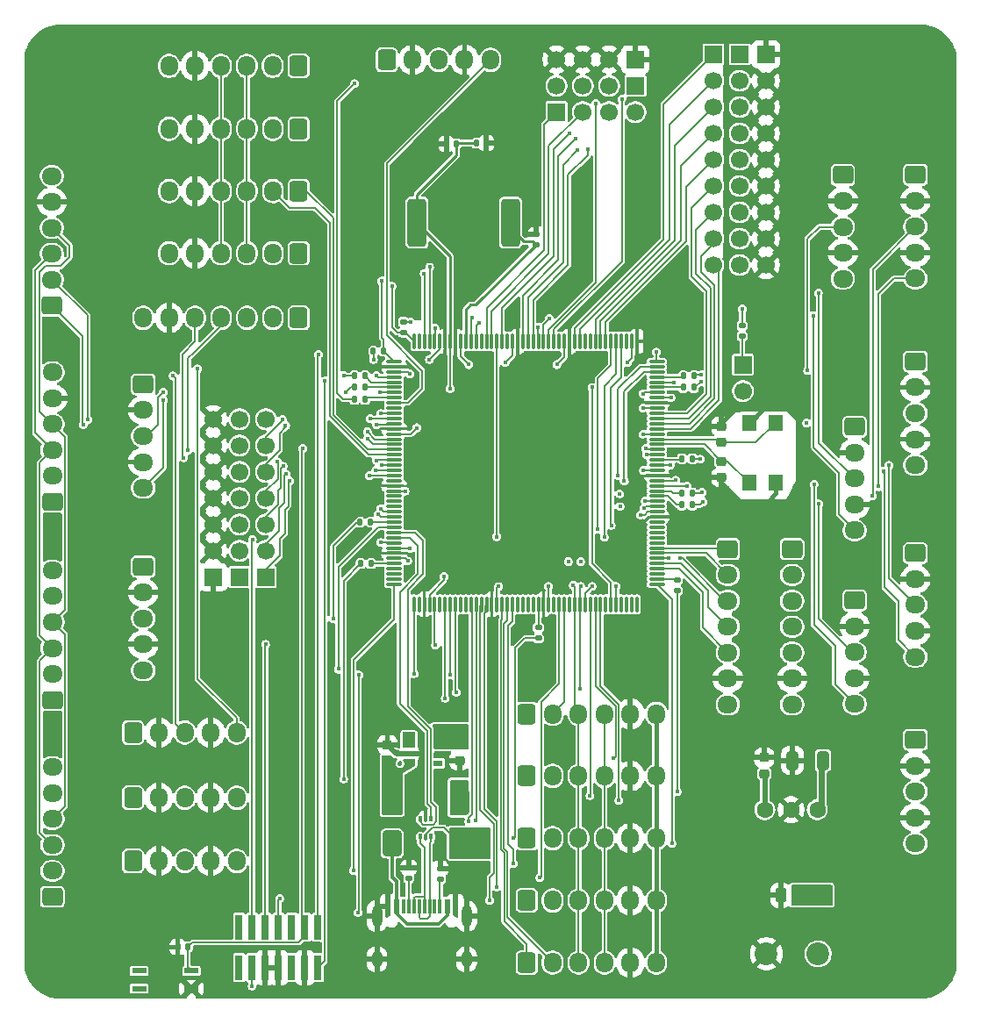
<source format=gbr>
%TF.GenerationSoftware,KiCad,Pcbnew,9.0.4-9.0.4-0~ubuntu24.04.1*%
%TF.CreationDate,2025-09-21T15:36:23+02:00*%
%TF.ProjectId,CarteMere,43617274-654d-4657-9265-2e6b69636164,rev?*%
%TF.SameCoordinates,Original*%
%TF.FileFunction,Copper,L1,Top*%
%TF.FilePolarity,Positive*%
%FSLAX46Y46*%
G04 Gerber Fmt 4.6, Leading zero omitted, Abs format (unit mm)*
G04 Created by KiCad (PCBNEW 9.0.4-9.0.4-0~ubuntu24.04.1) date 2025-09-21 15:36:23*
%MOMM*%
%LPD*%
G01*
G04 APERTURE LIST*
G04 Aperture macros list*
%AMRoundRect*
0 Rectangle with rounded corners*
0 $1 Rounding radius*
0 $2 $3 $4 $5 $6 $7 $8 $9 X,Y pos of 4 corners*
0 Add a 4 corners polygon primitive as box body*
4,1,4,$2,$3,$4,$5,$6,$7,$8,$9,$2,$3,0*
0 Add four circle primitives for the rounded corners*
1,1,$1+$1,$2,$3*
1,1,$1+$1,$4,$5*
1,1,$1+$1,$6,$7*
1,1,$1+$1,$8,$9*
0 Add four rect primitives between the rounded corners*
20,1,$1+$1,$2,$3,$4,$5,0*
20,1,$1+$1,$4,$5,$6,$7,0*
20,1,$1+$1,$6,$7,$8,$9,0*
20,1,$1+$1,$8,$9,$2,$3,0*%
G04 Aperture macros list end*
%TA.AperFunction,SMDPad,CuDef*%
%ADD10RoundRect,0.135000X-0.135000X-0.185000X0.135000X-0.185000X0.135000X0.185000X-0.135000X0.185000X0*%
%TD*%
%TA.AperFunction,ComponentPad*%
%ADD11RoundRect,0.250000X-0.725000X0.600000X-0.725000X-0.600000X0.725000X-0.600000X0.725000X0.600000X0*%
%TD*%
%TA.AperFunction,ComponentPad*%
%ADD12O,1.950000X1.700000*%
%TD*%
%TA.AperFunction,ComponentPad*%
%ADD13RoundRect,0.250000X-0.600000X-0.725000X0.600000X-0.725000X0.600000X0.725000X-0.600000X0.725000X0*%
%TD*%
%TA.AperFunction,ComponentPad*%
%ADD14O,1.700000X1.950000*%
%TD*%
%TA.AperFunction,SMDPad,CuDef*%
%ADD15RoundRect,0.135000X0.135000X0.185000X-0.135000X0.185000X-0.135000X-0.185000X0.135000X-0.185000X0*%
%TD*%
%TA.AperFunction,ComponentPad*%
%ADD16R,1.700000X1.700000*%
%TD*%
%TA.AperFunction,ComponentPad*%
%ADD17C,1.700000*%
%TD*%
%TA.AperFunction,ComponentPad*%
%ADD18RoundRect,0.250000X0.725000X-0.600000X0.725000X0.600000X-0.725000X0.600000X-0.725000X-0.600000X0*%
%TD*%
%TA.AperFunction,SMDPad,CuDef*%
%ADD19RoundRect,0.250000X0.250000X0.475000X-0.250000X0.475000X-0.250000X-0.475000X0.250000X-0.475000X0*%
%TD*%
%TA.AperFunction,SMDPad,CuDef*%
%ADD20RoundRect,0.075000X0.675000X0.075000X-0.675000X0.075000X-0.675000X-0.075000X0.675000X-0.075000X0*%
%TD*%
%TA.AperFunction,SMDPad,CuDef*%
%ADD21RoundRect,0.075000X0.075000X0.675000X-0.075000X0.675000X-0.075000X-0.675000X0.075000X-0.675000X0*%
%TD*%
%TA.AperFunction,SMDPad,CuDef*%
%ADD22RoundRect,0.225000X0.250000X-0.225000X0.250000X0.225000X-0.250000X0.225000X-0.250000X-0.225000X0*%
%TD*%
%TA.AperFunction,SMDPad,CuDef*%
%ADD23RoundRect,0.210000X-0.490000X0.590000X-0.490000X-0.590000X0.490000X-0.590000X0.490000X0.590000X0*%
%TD*%
%TA.AperFunction,ComponentPad*%
%ADD24RoundRect,0.250000X0.600000X0.725000X-0.600000X0.725000X-0.600000X-0.725000X0.600000X-0.725000X0*%
%TD*%
%TA.AperFunction,ComponentPad*%
%ADD25C,4.400000*%
%TD*%
%TA.AperFunction,SMDPad,CuDef*%
%ADD26RoundRect,0.135000X-0.185000X0.135000X-0.185000X-0.135000X0.185000X-0.135000X0.185000X0.135000X0*%
%TD*%
%TA.AperFunction,SMDPad,CuDef*%
%ADD27RoundRect,0.135000X0.185000X-0.135000X0.185000X0.135000X-0.185000X0.135000X-0.185000X-0.135000X0*%
%TD*%
%TA.AperFunction,SMDPad,CuDef*%
%ADD28RoundRect,0.093750X-0.093750X0.156250X-0.093750X-0.156250X0.093750X-0.156250X0.093750X0.156250X0*%
%TD*%
%TA.AperFunction,SMDPad,CuDef*%
%ADD29RoundRect,0.075000X-0.075000X0.250000X-0.075000X-0.250000X0.075000X-0.250000X0.075000X0.250000X0*%
%TD*%
%TA.AperFunction,SMDPad,CuDef*%
%ADD30RoundRect,0.270000X0.630000X-2.030000X0.630000X2.030000X-0.630000X2.030000X-0.630000X-2.030000X0*%
%TD*%
%TA.AperFunction,SMDPad,CuDef*%
%ADD31R,0.900000X0.600000*%
%TD*%
%TA.AperFunction,SMDPad,CuDef*%
%ADD32RoundRect,0.140000X0.170000X-0.140000X0.170000X0.140000X-0.170000X0.140000X-0.170000X-0.140000X0*%
%TD*%
%TA.AperFunction,SMDPad,CuDef*%
%ADD33RoundRect,0.250000X-0.650000X1.000000X-0.650000X-1.000000X0.650000X-1.000000X0.650000X1.000000X0*%
%TD*%
%TA.AperFunction,SMDPad,CuDef*%
%ADD34RoundRect,0.250000X0.325000X0.650000X-0.325000X0.650000X-0.325000X-0.650000X0.325000X-0.650000X0*%
%TD*%
%TA.AperFunction,SMDPad,CuDef*%
%ADD35RoundRect,0.140000X0.140000X0.170000X-0.140000X0.170000X-0.140000X-0.170000X0.140000X-0.170000X0*%
%TD*%
%TA.AperFunction,SMDPad,CuDef*%
%ADD36R,1.350000X0.600000*%
%TD*%
%TA.AperFunction,SMDPad,CuDef*%
%ADD37RoundRect,0.225000X-0.250000X0.225000X-0.250000X-0.225000X0.250000X-0.225000X0.250000X0.225000X0*%
%TD*%
%TA.AperFunction,SMDPad,CuDef*%
%ADD38R,0.740000X2.400000*%
%TD*%
%TA.AperFunction,SMDPad,CuDef*%
%ADD39R,0.600000X1.450000*%
%TD*%
%TA.AperFunction,SMDPad,CuDef*%
%ADD40R,0.300000X1.450000*%
%TD*%
%TA.AperFunction,HeatsinkPad*%
%ADD41O,1.000000X2.100000*%
%TD*%
%TA.AperFunction,HeatsinkPad*%
%ADD42O,1.000000X1.600000*%
%TD*%
%TA.AperFunction,SMDPad,CuDef*%
%ADD43RoundRect,0.140000X-0.140000X-0.170000X0.140000X-0.170000X0.140000X0.170000X-0.140000X0.170000X0*%
%TD*%
%TA.AperFunction,ComponentPad*%
%ADD44C,1.600000*%
%TD*%
%TA.AperFunction,ComponentPad*%
%ADD45C,2.200000*%
%TD*%
%TA.AperFunction,ViaPad*%
%ADD46C,0.450000*%
%TD*%
%TA.AperFunction,Conductor*%
%ADD47C,0.150000*%
%TD*%
%TA.AperFunction,Conductor*%
%ADD48C,0.400000*%
%TD*%
%TA.AperFunction,Conductor*%
%ADD49C,0.250000*%
%TD*%
%TA.AperFunction,Conductor*%
%ADD50C,0.500000*%
%TD*%
%TA.AperFunction,Conductor*%
%ADD51C,0.600000*%
%TD*%
%TA.AperFunction,Conductor*%
%ADD52C,0.200000*%
%TD*%
%TA.AperFunction,Conductor*%
%ADD53C,0.300000*%
%TD*%
G04 APERTURE END LIST*
D10*
%TO.P,R12,1*%
%TO.N,Net-(U3-PA0)*%
X157190000Y-85500000D03*
%TO.P,R12,2*%
%TO.N,/UART4_TX*%
X158210000Y-85500000D03*
%TD*%
D11*
%TO.P,J46,1,Pin_1*%
%TO.N,+5V*%
X179600000Y-65000000D03*
D12*
%TO.P,J46,2,Pin_2*%
%TO.N,GND*%
X179600000Y-67500000D03*
%TO.P,J46,3,Pin_3*%
%TO.N,/USART11_TX*%
X179600000Y-70000000D03*
%TO.P,J46,4,Pin_4*%
%TO.N,GND*%
X179600000Y-72500000D03*
%TO.P,J46,5,Pin_5*%
%TO.N,/USART11_RX*%
X179600000Y-75000000D03*
%TD*%
D13*
%TO.P,J42,1,Pin_1*%
%TO.N,+3.3V*%
X104100000Y-118800000D03*
D14*
%TO.P,J42,2,Pin_2*%
%TO.N,GND*%
X106600000Y-118800000D03*
%TO.P,J42,3,Pin_3*%
%TO.N,/UART5_TX*%
X109100000Y-118800000D03*
%TO.P,J42,4,Pin_4*%
%TO.N,GND*%
X111600000Y-118800000D03*
%TO.P,J42,5,Pin_5*%
%TO.N,/UART5_RX*%
X114100000Y-118800000D03*
%TD*%
D15*
%TO.P,R9,1*%
%TO.N,Net-(U3-PH13)*%
X127090000Y-102500000D03*
%TO.P,R9,2*%
%TO.N,/UART8_TX*%
X126070000Y-102500000D03*
%TD*%
D16*
%TO.P,J39,1,Pin_1*%
%TO.N,GND*%
X165180000Y-53380000D03*
D17*
%TO.P,J39,2,Pin_2*%
X165180000Y-55920000D03*
%TO.P,J39,3,Pin_3*%
X165180000Y-58460000D03*
%TO.P,J39,4,Pin_4*%
X165180000Y-61000000D03*
%TO.P,J39,5,Pin_5*%
X165180000Y-63540000D03*
%TO.P,J39,6,Pin_6*%
X165180000Y-66080000D03*
%TO.P,J39,7,Pin_7*%
X165180000Y-68620000D03*
%TO.P,J39,8,Pin_8*%
X165180000Y-71160000D03*
%TO.P,J39,9,Pin_9*%
X165180000Y-73700000D03*
%TD*%
D18*
%TO.P,J7,1,Pin_1*%
%TO.N,/GPIO_PI2*%
X96320000Y-134650000D03*
D12*
%TO.P,J7,2,Pin_2*%
%TO.N,/GPIO_PI1*%
X96320000Y-132150000D03*
%TO.P,J7,3,Pin_3*%
%TO.N,/I2C2_SDA*%
X96320000Y-129650000D03*
%TO.P,J7,4,Pin_4*%
%TO.N,/I2C2_SCL*%
X96320000Y-127150000D03*
%TO.P,J7,5,Pin_5*%
%TO.N,GND*%
X96320000Y-124650000D03*
%TO.P,J7,6,Pin_6*%
%TO.N,+3.3V*%
X96320000Y-122150000D03*
%TD*%
D19*
%TO.P,C36,1*%
%TO.N,VDC*%
X168500000Y-134500000D03*
%TO.P,C36,2*%
%TO.N,GND*%
X166600000Y-134500000D03*
%TD*%
D15*
%TO.P,R15,1*%
%TO.N,Net-(U3-PA9)*%
X127040000Y-98500000D03*
%TO.P,R15,2*%
%TO.N,/LPUART1_TX*%
X126020000Y-98500000D03*
%TD*%
D20*
%TO.P,U3,1,PE2*%
%TO.N,/USART10_RX*%
X154645000Y-104500000D03*
%TO.P,U3,2,PE3*%
%TO.N,Net-(U3-PE3)*%
X154645000Y-104000000D03*
%TO.P,U3,3,PE4*%
%TO.N,unconnected-(U3-PE4-Pad3)*%
X154645000Y-103500000D03*
%TO.P,U3,4,PE5*%
%TO.N,/SPI4_MISO*%
X154645000Y-103000000D03*
%TO.P,U3,5,PE6*%
%TO.N,/SPI4_MOSI*%
X154645000Y-102500000D03*
%TO.P,U3,6,VBAT*%
%TO.N,+3.3V*%
X154645000Y-102000000D03*
%TO.P,U3,7,PI8*%
%TO.N,/GPIO_PI8*%
X154645000Y-101500000D03*
%TO.P,U3,8,PC13*%
%TO.N,/GPIO_PC13*%
X154645000Y-101000000D03*
%TO.P,U3,9,PC14*%
%TO.N,unconnected-(U3-PC14-Pad9)*%
X154645000Y-100500000D03*
%TO.P,U3,10,PC15*%
%TO.N,unconnected-(U3-PC15-Pad10)*%
X154645000Y-100000000D03*
%TO.P,U3,11,PI9*%
%TO.N,unconnected-(U3-PI9-Pad11)*%
X154645000Y-99500000D03*
%TO.P,U3,12,PI10*%
%TO.N,unconnected-(U3-PI10-Pad12)*%
X154645000Y-99000000D03*
%TO.P,U3,13,PI11*%
%TO.N,unconnected-(U3-PI11-Pad13)*%
X154645000Y-98500000D03*
%TO.P,U3,14,VSS*%
%TO.N,GND*%
X154645000Y-98000000D03*
%TO.P,U3,15,VDD*%
%TO.N,+3.3V*%
X154645000Y-97500000D03*
%TO.P,U3,16,PF0*%
%TO.N,/I2C2_SDA*%
X154645000Y-97000000D03*
%TO.P,U3,17,PF1*%
%TO.N,/I2C2_SCL*%
X154645000Y-96500000D03*
%TO.P,U3,18,PF2*%
%TO.N,Net-(U3-PF2)*%
X154645000Y-96000000D03*
%TO.P,U3,19,PF3*%
%TO.N,Net-(U3-PF3)*%
X154645000Y-95500000D03*
%TO.P,U3,20,PF4*%
%TO.N,/USART11_RX*%
X154645000Y-95000000D03*
%TO.P,U3,21,PF5*%
%TO.N,/UART12_RX*%
X154645000Y-94500000D03*
%TO.P,U3,22,VSS*%
%TO.N,GND*%
X154645000Y-94000000D03*
%TO.P,U3,23,VDD*%
%TO.N,+3.3V*%
X154645000Y-93500000D03*
%TO.P,U3,24,PF6*%
%TO.N,/UART7_RX*%
X154645000Y-93000000D03*
%TO.P,U3,25,PF7*%
%TO.N,Net-(U3-PF7)*%
X154645000Y-92500000D03*
%TO.P,U3,26,PF8*%
%TO.N,/SPI5_MISO*%
X154645000Y-92000000D03*
%TO.P,U3,27,PF9*%
%TO.N,/SPI5_MOSI*%
X154645000Y-91500000D03*
%TO.P,U3,28,PH0*%
%TO.N,/MCU/Osc_IN*%
X154645000Y-91000000D03*
%TO.P,U3,29,PH1*%
%TO.N,/MCU/Osc_OUT*%
X154645000Y-90500000D03*
%TO.P,U3,30,NRST*%
%TO.N,/MCU/NRST*%
X154645000Y-90000000D03*
%TO.P,U3,31,PC0*%
%TO.N,/ADC1_INP10*%
X154645000Y-89500000D03*
%TO.P,U3,32,PC1*%
%TO.N,/ADC1_INP11*%
X154645000Y-89000000D03*
%TO.P,U3,33,PC2*%
%TO.N,/ADC1_INP12*%
X154645000Y-88500000D03*
%TO.P,U3,34,PC3*%
%TO.N,/ADC1_INP13*%
X154645000Y-88000000D03*
%TO.P,U3,35,VDD*%
%TO.N,+3.3V*%
X154645000Y-87500000D03*
%TO.P,U3,36,VSSA*%
%TO.N,GND*%
X154645000Y-87000000D03*
%TO.P,U3,37,VREF+*%
%TO.N,Net-(JP1-B)*%
X154645000Y-86500000D03*
%TO.P,U3,38,VDDA*%
%TO.N,+3.3V*%
X154645000Y-86000000D03*
%TO.P,U3,39,PA0*%
%TO.N,Net-(U3-PA0)*%
X154645000Y-85500000D03*
%TO.P,U3,40,PA1*%
%TO.N,/UART4_RX*%
X154645000Y-85000000D03*
%TO.P,U3,41,PA2*%
%TO.N,Net-(U3-PA2)*%
X154645000Y-84500000D03*
%TO.P,U3,42,PH2*%
%TO.N,/GPIO_PH2*%
X154645000Y-84000000D03*
%TO.P,U3,43,PH3*%
%TO.N,/GPIO_PH3*%
X154645000Y-83500000D03*
%TO.P,U3,44,PA3*%
%TO.N,/USART2_RX*%
X154645000Y-83000000D03*
D21*
%TO.P,U3,45,VSS*%
%TO.N,GND*%
X152720000Y-81075000D03*
%TO.P,U3,46,VDD*%
%TO.N,+3.3V*%
X152220000Y-81075000D03*
%TO.P,U3,47,PA4*%
%TO.N,unconnected-(U3-PA4-Pad47)*%
X151720000Y-81075000D03*
%TO.P,U3,48,PA5*%
%TO.N,/SPI6_SCK*%
X151220000Y-81075000D03*
%TO.P,U3,49,PA6*%
%TO.N,/SPI6_MISO*%
X150720000Y-81075000D03*
%TO.P,U3,50,PA7*%
%TO.N,/SPI6_MOSI*%
X150220000Y-81075000D03*
%TO.P,U3,51,PC4*%
%TO.N,/ADC1_INP4*%
X149720000Y-81075000D03*
%TO.P,U3,52,PC5*%
%TO.N,/ADC1_INP8*%
X149220000Y-81075000D03*
%TO.P,U3,53,PB0*%
%TO.N,/ADC1_INP9*%
X148720000Y-81075000D03*
%TO.P,U3,54,PB1*%
%TO.N,unconnected-(U3-PB1-Pad54)*%
X148220000Y-81075000D03*
%TO.P,U3,55,PB2*%
%TO.N,unconnected-(U3-PB2-Pad55)*%
X147720000Y-81075000D03*
%TO.P,U3,56,PF11*%
%TO.N,/ADC1_INP2*%
X147220000Y-81075000D03*
%TO.P,U3,57,PF12*%
%TO.N,/ADC1_INP6*%
X146720000Y-81075000D03*
%TO.P,U3,58,VSS*%
%TO.N,GND*%
X146220000Y-81075000D03*
%TO.P,U3,59,VDD*%
%TO.N,+3.3V*%
X145720000Y-81075000D03*
%TO.P,U3,60,PF13*%
%TO.N,unconnected-(U3-PF13-Pad60)*%
X145220000Y-81075000D03*
%TO.P,U3,61,PF14*%
%TO.N,/GPIO_PF14*%
X144720000Y-81075000D03*
%TO.P,U3,62,PF15*%
%TO.N,/GPIO_PF15*%
X144220000Y-81075000D03*
%TO.P,U3,63,PG0*%
%TO.N,/UART9_RX*%
X143720000Y-81075000D03*
%TO.P,U3,64,PG1*%
%TO.N,Net-(U3-PG1)*%
X143220000Y-81075000D03*
%TO.P,U3,65,PE7*%
%TO.N,/GPIO_PE7*%
X142720000Y-81075000D03*
%TO.P,U3,66,PE8*%
%TO.N,/GPIO_PE8*%
X142220000Y-81075000D03*
%TO.P,U3,67,PE9*%
%TO.N,/TIM1_CH1*%
X141720000Y-81075000D03*
%TO.P,U3,68,VSS*%
%TO.N,GND*%
X141220000Y-81075000D03*
%TO.P,U3,69,VDD*%
%TO.N,+3.3V*%
X140720000Y-81075000D03*
%TO.P,U3,70,PE10*%
%TO.N,unconnected-(U3-PE10-Pad70)*%
X140220000Y-81075000D03*
%TO.P,U3,71,PE11*%
%TO.N,/TIM1_CH2*%
X139720000Y-81075000D03*
%TO.P,U3,72,PE12*%
%TO.N,/SPI4_SCK*%
X139220000Y-81075000D03*
%TO.P,U3,73,PE13*%
%TO.N,/TIM1_CH3*%
X138720000Y-81075000D03*
%TO.P,U3,74,PE14*%
%TO.N,/TIM1_CH4*%
X138220000Y-81075000D03*
%TO.P,U3,75,PE15*%
%TO.N,unconnected-(U3-PE15-Pad75)*%
X137720000Y-81075000D03*
%TO.P,U3,76,PB10*%
%TO.N,/GPIO_PB10*%
X137220000Y-81075000D03*
%TO.P,U3,77,PB11*%
%TO.N,/GPIO_PB11*%
X136720000Y-81075000D03*
%TO.P,U3,78,VLXSMPS*%
%TO.N,Net-(U3-VLXSMPS)*%
X136220000Y-81075000D03*
%TO.P,U3,79,VDDSMPS*%
%TO.N,+3.3V*%
X135720000Y-81075000D03*
%TO.P,U3,80,VSSSMPS*%
%TO.N,GND*%
X135220000Y-81075000D03*
%TO.P,U3,81,VCAP*%
%TO.N,/MCU/Vcap*%
X134720000Y-81075000D03*
%TO.P,U3,82,VSS*%
%TO.N,GND*%
X134220000Y-81075000D03*
%TO.P,U3,83,VDD*%
%TO.N,+3.3V*%
X133720000Y-81075000D03*
%TO.P,U3,84,PH6*%
%TO.N,/SPI5_SCK*%
X133220000Y-81075000D03*
%TO.P,U3,85,PH7*%
%TO.N,/GPIO_PH7*%
X132720000Y-81075000D03*
%TO.P,U3,86,PH9*%
%TO.N,/GPIO_PH9*%
X132220000Y-81075000D03*
%TO.P,U3,87,PH10*%
%TO.N,unconnected-(U3-PH10-Pad87)*%
X131720000Y-81075000D03*
%TO.P,U3,88,PH11*%
%TO.N,/I2C4_SCL*%
X131220000Y-81075000D03*
D20*
%TO.P,U3,89,PH12*%
%TO.N,/I2C4_SDA*%
X129295000Y-83000000D03*
%TO.P,U3,90,VSS*%
%TO.N,GND*%
X129295000Y-83500000D03*
%TO.P,U3,91,VDD*%
%TO.N,+3.3V*%
X129295000Y-84000000D03*
%TO.P,U3,92,PB12*%
%TO.N,/UART5_RX*%
X129295000Y-84500000D03*
%TO.P,U3,93,PB13*%
%TO.N,Net-(U3-PB13)*%
X129295000Y-85000000D03*
%TO.P,U3,94,PB14*%
%TO.N,Net-(U3-PB14)*%
X129295000Y-85500000D03*
%TO.P,U3,95,PB15*%
%TO.N,/USART1_RX*%
X129295000Y-86000000D03*
%TO.P,U3,96,PD8*%
%TO.N,Net-(U3-PD8)*%
X129295000Y-86500000D03*
%TO.P,U3,97,PD9*%
%TO.N,/USART3_RX*%
X129295000Y-87000000D03*
%TO.P,U3,98,PD10*%
%TO.N,unconnected-(U3-PD10-Pad98)*%
X129295000Y-87500000D03*
%TO.P,U3,99,PD11*%
%TO.N,/GPIO_PD11*%
X129295000Y-88000000D03*
%TO.P,U3,100,PD12*%
%TO.N,/GPIO_PD12*%
X129295000Y-88500000D03*
%TO.P,U3,101,PD13*%
%TO.N,/GPIO_PD13*%
X129295000Y-89000000D03*
%TO.P,U3,102,VSS*%
%TO.N,GND*%
X129295000Y-89500000D03*
%TO.P,U3,103,VDD*%
%TO.N,+3.3V*%
X129295000Y-90000000D03*
%TO.P,U3,104,PD14*%
%TO.N,/GPIO_PD14*%
X129295000Y-90500000D03*
%TO.P,U3,105,PD15*%
%TO.N,/GPIO_PD15*%
X129295000Y-91000000D03*
%TO.P,U3,106,PG2*%
%TO.N,/GPIO_PG2*%
X129295000Y-91500000D03*
%TO.P,U3,107,PG3*%
%TO.N,/GPIO_PG3*%
X129295000Y-92000000D03*
%TO.P,U3,108,PG4*%
%TO.N,/GPIO_PG4*%
X129295000Y-92500000D03*
%TO.P,U3,109,PG5*%
%TO.N,/GPIO_PG5*%
X129295000Y-93000000D03*
%TO.P,U3,110,PG6*%
%TO.N,/GPIO_PG6*%
X129295000Y-93500000D03*
%TO.P,U3,111,PG7*%
%TO.N,/GPIO_PG7*%
X129295000Y-94000000D03*
%TO.P,U3,112,PG8*%
%TO.N,unconnected-(U3-PG8-Pad112)*%
X129295000Y-94500000D03*
%TO.P,U3,113,VSS*%
%TO.N,GND*%
X129295000Y-95000000D03*
%TO.P,U3,114,VDD*%
%TO.N,+3.3V*%
X129295000Y-95500000D03*
%TO.P,U3,115,PC6*%
%TO.N,unconnected-(U3-PC6-Pad115)*%
X129295000Y-96000000D03*
%TO.P,U3,116,PC7*%
%TO.N,unconnected-(U3-PC7-Pad116)*%
X129295000Y-96500000D03*
%TO.P,U3,117,PC8*%
%TO.N,unconnected-(U3-PC8-Pad117)*%
X129295000Y-97000000D03*
%TO.P,U3,118,PC9*%
%TO.N,/GPIO_PC9*%
X129295000Y-97500000D03*
%TO.P,U3,119,PA8*%
%TO.N,/GPIO_PA8*%
X129295000Y-98000000D03*
%TO.P,U3,120,PA9*%
%TO.N,Net-(U3-PA9)*%
X129295000Y-98500000D03*
%TO.P,U3,121,PA10*%
%TO.N,/LPUART1_RX*%
X129295000Y-99000000D03*
%TO.P,U3,122,PA11*%
%TO.N,/MCU/stm_DM*%
X129295000Y-99500000D03*
%TO.P,U3,123,PA12*%
%TO.N,/MCU/stm_DP*%
X129295000Y-100000000D03*
%TO.P,U3,124,PA13(JTMS*%
%TO.N,/MCU/SWDIO*%
X129295000Y-100500000D03*
%TO.P,U3,125,VDDUSB*%
%TO.N,+3.3V*%
X129295000Y-101000000D03*
%TO.P,U3,126,VSS*%
%TO.N,GND*%
X129295000Y-101500000D03*
%TO.P,U3,127,VDD*%
%TO.N,+3.3V*%
X129295000Y-102000000D03*
%TO.P,U3,128,PH13*%
%TO.N,Net-(U3-PH13)*%
X129295000Y-102500000D03*
%TO.P,U3,129,PH14*%
%TO.N,unconnected-(U3-PH14-Pad129)*%
X129295000Y-103000000D03*
%TO.P,U3,130,PH15*%
%TO.N,unconnected-(U3-PH15-Pad130)*%
X129295000Y-103500000D03*
%TO.P,U3,131,PI0*%
%TO.N,unconnected-(U3-PI0-Pad131)*%
X129295000Y-104000000D03*
%TO.P,U3,132,PI1*%
%TO.N,/GPIO_PI1*%
X129295000Y-104500000D03*
D21*
%TO.P,U3,133,PI2*%
%TO.N,/GPIO_PI2*%
X131220000Y-106425000D03*
%TO.P,U3,134,PI3*%
%TO.N,unconnected-(U3-PI3-Pad134)*%
X131720000Y-106425000D03*
%TO.P,U3,135,VSS*%
%TO.N,GND*%
X132220000Y-106425000D03*
%TO.P,U3,136,VDD*%
%TO.N,+3.3V*%
X132720000Y-106425000D03*
%TO.P,U3,137,PA14(JTCK*%
%TO.N,/MCU/SWCLK*%
X133220000Y-106425000D03*
%TO.P,U3,138,PA15(JTDI)*%
%TO.N,unconnected-(U3-PA15(JTDI)-Pad138)*%
X133720000Y-106425000D03*
%TO.P,U3,139,PC10*%
%TO.N,/GPIO_PC10*%
X134220000Y-106425000D03*
%TO.P,U3,140,PC11*%
%TO.N,/GPIO_PC11*%
X134720000Y-106425000D03*
%TO.P,U3,141,PC12*%
%TO.N,/GPIO_PC12*%
X135220000Y-106425000D03*
%TO.P,U3,142,PD0*%
%TO.N,unconnected-(U3-PD0-Pad142)*%
X135720000Y-106425000D03*
%TO.P,U3,143,PD1*%
%TO.N,unconnected-(U3-PD1-Pad143)*%
X136220000Y-106425000D03*
%TO.P,U3,144,PD2*%
%TO.N,/GPIO_PD2*%
X136720000Y-106425000D03*
%TO.P,U3,145,PD3*%
%TO.N,/GPIO_PD3*%
X137220000Y-106425000D03*
%TO.P,U3,146,PD4*%
%TO.N,/GPIO_PD4*%
X137720000Y-106425000D03*
%TO.P,U3,147,PD5*%
%TO.N,/GPIO_PD5*%
X138220000Y-106425000D03*
%TO.P,U3,148,VSS*%
%TO.N,GND*%
X138720000Y-106425000D03*
%TO.P,U3,149,VDDIO2*%
%TO.N,+3.3V*%
X139220000Y-106425000D03*
%TO.P,U3,150,PD6*%
%TO.N,/GPIO_PD6*%
X139720000Y-106425000D03*
%TO.P,U3,151,PD7*%
%TO.N,/GPIO_PD7*%
X140220000Y-106425000D03*
%TO.P,U3,152,PG9*%
%TO.N,/USART6_RX*%
X140720000Y-106425000D03*
%TO.P,U3,153,PG10*%
%TO.N,unconnected-(U3-PG10-Pad153)*%
X141220000Y-106425000D03*
%TO.P,U3,154,PG11*%
%TO.N,unconnected-(U3-PG11-Pad154)*%
X141720000Y-106425000D03*
%TO.P,U3,155,PG12*%
%TO.N,unconnected-(U3-PG12-Pad155)*%
X142220000Y-106425000D03*
%TO.P,U3,156,PG13*%
%TO.N,unconnected-(U3-PG13-Pad156)*%
X142720000Y-106425000D03*
%TO.P,U3,157,PG14*%
%TO.N,Net-(U3-PG14)*%
X143220000Y-106425000D03*
%TO.P,U3,158,VSS*%
%TO.N,GND*%
X143720000Y-106425000D03*
%TO.P,U3,159,VDD*%
%TO.N,+3.3V*%
X144220000Y-106425000D03*
%TO.P,U3,160,PG15*%
%TO.N,unconnected-(U3-PG15-Pad160)*%
X144720000Y-106425000D03*
%TO.P,U3,161,PB3(JTDO*%
%TO.N,/MCU/SWO*%
X145220000Y-106425000D03*
%TO.P,U3,162,PB4(NJTRST)*%
%TO.N,/GPIO_PB4*%
X145720000Y-106425000D03*
%TO.P,U3,163,PB5*%
%TO.N,unconnected-(U3-PB5-Pad163)*%
X146220000Y-106425000D03*
%TO.P,U3,164,PB6*%
%TO.N,/I2C1_SCL*%
X146720000Y-106425000D03*
%TO.P,U3,165,PB7*%
%TO.N,/I2C1_SDA*%
X147220000Y-106425000D03*
%TO.P,U3,166,BOOT0*%
%TO.N,Net-(U3-BOOT0)*%
X147720000Y-106425000D03*
%TO.P,U3,167,PB8*%
%TO.N,/GPIO_PB8*%
X148220000Y-106425000D03*
%TO.P,U3,168,PB9*%
%TO.N,/GPIO_PB9*%
X148720000Y-106425000D03*
%TO.P,U3,169,PE0*%
%TO.N,/UART8_RX*%
X149220000Y-106425000D03*
%TO.P,U3,170,PE1*%
%TO.N,unconnected-(U3-PE1-Pad170)*%
X149720000Y-106425000D03*
%TO.P,U3,171,VCAP*%
%TO.N,/MCU/Vcap*%
X150220000Y-106425000D03*
%TO.P,U3,172,VDD*%
%TO.N,+3.3V*%
X150720000Y-106425000D03*
%TO.P,U3,173,PI4*%
%TO.N,unconnected-(U3-PI4-Pad173)*%
X151220000Y-106425000D03*
%TO.P,U3,174,PI5*%
%TO.N,unconnected-(U3-PI5-Pad174)*%
X151720000Y-106425000D03*
%TO.P,U3,175,PI6*%
%TO.N,unconnected-(U3-PI6-Pad175)*%
X152220000Y-106425000D03*
%TO.P,U3,176,PI7*%
%TO.N,unconnected-(U3-PI7-Pad176)*%
X152720000Y-106425000D03*
%TD*%
D22*
%TO.P,C1,1*%
%TO.N,+4.5V*%
X128650000Y-121525000D03*
%TO.P,C1,2*%
%TO.N,GND*%
X128650000Y-119975000D03*
%TD*%
%TO.P,C4,1*%
%TO.N,+5V*%
X165010000Y-122775000D03*
%TO.P,C4,2*%
%TO.N,GND*%
X165010000Y-121225000D03*
%TD*%
D16*
%TO.P,J9,1,Pin_1*%
%TO.N,/TIM1_CH4*%
X144960000Y-58940000D03*
D17*
%TO.P,J9,2,Pin_2*%
%TO.N,/TIM1_CH3*%
X147500000Y-58940000D03*
%TO.P,J9,3,Pin_3*%
%TO.N,/TIM1_CH2*%
X150040000Y-58940000D03*
%TO.P,J9,4,Pin_4*%
%TO.N,/TIM1_CH1*%
X152580000Y-58940000D03*
%TD*%
D23*
%TO.P,U4,1,Crystal*%
%TO.N,/MCU/Osc_OUT*%
X166110000Y-88900000D03*
%TO.P,U4,2,GND&Lid*%
%TO.N,GND*%
X166110000Y-94700000D03*
%TO.P,U4,3,Crystal*%
%TO.N,/MCU/Osc_IN*%
X163540000Y-94700000D03*
%TO.P,U4,4,GND&Lid*%
%TO.N,GND*%
X163570000Y-88900000D03*
%TD*%
D24*
%TO.P,J12,1,Pin_1*%
%TO.N,/GPIO_PE7*%
X120100000Y-60550000D03*
D14*
%TO.P,J12,2,Pin_2*%
%TO.N,/GPIO_PE8*%
X117600000Y-60550000D03*
%TO.P,J12,3,Pin_3*%
%TO.N,/I2C4_SDA*%
X115100000Y-60550000D03*
%TO.P,J12,4,Pin_4*%
%TO.N,/I2C4_SCL*%
X112600000Y-60550000D03*
%TO.P,J12,5,Pin_5*%
%TO.N,GND*%
X110100000Y-60550000D03*
%TO.P,J12,6,Pin_6*%
%TO.N,+3.3V*%
X107600000Y-60550000D03*
%TD*%
D15*
%TO.P,R8,1*%
%TO.N,/UART7_TX*%
X158090000Y-92400000D03*
%TO.P,R8,2*%
%TO.N,Net-(U3-PF7)*%
X157070000Y-92400000D03*
%TD*%
%TO.P,R17,1*%
%TO.N,Net-(U3-PB14)*%
X126510000Y-85500000D03*
%TO.P,R17,2*%
%TO.N,/USART1_TX*%
X125490000Y-85500000D03*
%TD*%
D25*
%TO.P,H2,1,1*%
%TO.N,GND*%
X180100000Y-141000000D03*
%TD*%
D13*
%TO.P,J44,1,Pin_1*%
%TO.N,+3.3V*%
X104100000Y-125100000D03*
D14*
%TO.P,J44,2,Pin_2*%
%TO.N,GND*%
X106600000Y-125100000D03*
%TO.P,J44,3,Pin_3*%
%TO.N,/UART8_TX*%
X109100000Y-125100000D03*
%TO.P,J44,4,Pin_4*%
%TO.N,GND*%
X111600000Y-125100000D03*
%TO.P,J44,5,Pin_5*%
%TO.N,/UART8_RX*%
X114100000Y-125100000D03*
%TD*%
D10*
%TO.P,R14,1*%
%TO.N,Net-(U3-PF3)*%
X157050000Y-95710000D03*
%TO.P,R14,2*%
%TO.N,/USART11_TX*%
X158070000Y-95710000D03*
%TD*%
D26*
%TO.P,R6,1*%
%TO.N,+3.3V*%
X130200000Y-79190000D03*
%TO.P,R6,2*%
%TO.N,/I2C4_SCL*%
X130200000Y-80210000D03*
%TD*%
D27*
%TO.P,R1,1*%
%TO.N,Net-(J48-CC2)*%
X133750000Y-132950000D03*
%TO.P,R1,2*%
%TO.N,GND*%
X133750000Y-131930000D03*
%TD*%
D22*
%TO.P,C34,1*%
%TO.N,/MCU/Osc_OUT*%
X160880000Y-90800000D03*
%TO.P,C34,2*%
%TO.N,GND*%
X160880000Y-89250000D03*
%TD*%
D16*
%TO.P,J22,1,Pin_1*%
%TO.N,GND*%
X152580000Y-53860000D03*
D17*
%TO.P,J22,2,Pin_2*%
X150040000Y-53860000D03*
%TO.P,J22,3,Pin_3*%
X147500000Y-53860000D03*
%TO.P,J22,4,Pin_4*%
X144960000Y-53860000D03*
%TD*%
D11*
%TO.P,J45,1,Pin_1*%
%TO.N,+5V*%
X179600000Y-119500000D03*
D12*
%TO.P,J45,2,Pin_2*%
%TO.N,GND*%
X179600000Y-122000000D03*
%TO.P,J45,3,Pin_3*%
%TO.N,/USART10_TX*%
X179600000Y-124500000D03*
%TO.P,J45,4,Pin_4*%
%TO.N,GND*%
X179600000Y-127000000D03*
%TO.P,J45,5,Pin_5*%
%TO.N,/USART10_RX*%
X179600000Y-129500000D03*
%TD*%
D11*
%TO.P,J37,1,Pin_1*%
%TO.N,+3.3V*%
X105100000Y-102800000D03*
D12*
%TO.P,J37,2,Pin_2*%
%TO.N,GND*%
X105100000Y-105300000D03*
%TO.P,J37,3,Pin_3*%
%TO.N,/LPUART1_TX*%
X105100000Y-107800000D03*
%TO.P,J37,4,Pin_4*%
%TO.N,GND*%
X105100000Y-110300000D03*
%TO.P,J37,5,Pin_5*%
%TO.N,/LPUART1_RX*%
X105100000Y-112800000D03*
%TD*%
D28*
%TO.P,U2,1,I/O1*%
%TO.N,/MCU/stm_DP*%
X132875000Y-127150000D03*
D29*
%TO.P,U2,2,GND*%
%TO.N,GND*%
X132337500Y-127075000D03*
D28*
%TO.P,U2,3,I/O2*%
%TO.N,/MCU/stm_DM*%
X131800000Y-127150000D03*
%TO.P,U2,4,I/O2*%
%TO.N,/MCU/D-*%
X131800000Y-128850000D03*
D29*
%TO.P,U2,5,VBUS*%
%TO.N,+5V*%
X132337500Y-128925000D03*
D28*
%TO.P,U2,6,I/O1*%
%TO.N,/MCU/D+*%
X132875000Y-128850000D03*
%TD*%
D30*
%TO.P,L1,1,1*%
%TO.N,Net-(U3-VLXSMPS)*%
X140520000Y-69600000D03*
%TO.P,L1,2,2*%
%TO.N,/MCU/Vcap*%
X131520000Y-69600000D03*
%TD*%
D13*
%TO.P,J28,1,Pin_1*%
%TO.N,/GPIO_PD6*%
X142100000Y-141000000D03*
D14*
%TO.P,J28,2,Pin_2*%
%TO.N,/GPIO_PD7*%
X144600000Y-141000000D03*
%TO.P,J28,3,Pin_3*%
%TO.N,/I2C1_SCL*%
X147100000Y-141000000D03*
%TO.P,J28,4,Pin_4*%
%TO.N,/I2C1_SDA*%
X149600000Y-141000000D03*
%TO.P,J28,5,Pin_5*%
%TO.N,GND*%
X152100000Y-141000000D03*
%TO.P,J28,6,Pin_6*%
%TO.N,+3.3V*%
X154600000Y-141000000D03*
%TD*%
D25*
%TO.P,H4,1,1*%
%TO.N,GND*%
X180100000Y-54000000D03*
%TD*%
D13*
%TO.P,J30,1,Pin_1*%
%TO.N,/GPIO_PD2*%
X142100000Y-129000000D03*
D14*
%TO.P,J30,2,Pin_2*%
%TO.N,/GPIO_PD3*%
X144600000Y-129000000D03*
%TO.P,J30,3,Pin_3*%
%TO.N,/I2C1_SCL*%
X147100000Y-129000000D03*
%TO.P,J30,4,Pin_4*%
%TO.N,/I2C1_SDA*%
X149600000Y-129000000D03*
%TO.P,J30,5,Pin_5*%
%TO.N,GND*%
X152100000Y-129000000D03*
%TO.P,J30,6,Pin_6*%
%TO.N,+3.3V*%
X154600000Y-129000000D03*
%TD*%
D31*
%TO.P,PS1,1,VIN*%
%TO.N,+4.5V*%
X130750000Y-119875000D03*
%TO.P,PS1,2,GND*%
%TO.N,GND*%
X130750000Y-120825000D03*
%TO.P,PS1,3,STBY*%
%TO.N,+4.5V*%
X130750000Y-121775000D03*
%TO.P,PS1,4,N.C.*%
%TO.N,unconnected-(PS1-N.C.-Pad4)*%
X133550000Y-121775000D03*
%TO.P,PS1,5,VOUT*%
%TO.N,+3.3V*%
X133550000Y-119875000D03*
%TD*%
D32*
%TO.P,C18,1*%
%TO.N,Net-(U3-VLXSMPS)*%
X142970000Y-71710000D03*
%TO.P,C18,2*%
%TO.N,GND*%
X142970000Y-70750000D03*
%TD*%
D16*
%TO.P,J40,1,Pin_1*%
%TO.N,/ADC1_INP6*%
X160100000Y-53380000D03*
D17*
%TO.P,J40,2,Pin_2*%
%TO.N,/ADC1_INP2*%
X160100000Y-55920000D03*
%TO.P,J40,3,Pin_3*%
%TO.N,/ADC1_INP9*%
X160100000Y-58460000D03*
%TO.P,J40,4,Pin_4*%
%TO.N,/ADC1_INP8*%
X160100000Y-61000000D03*
%TO.P,J40,5,Pin_5*%
%TO.N,/ADC1_INP4*%
X160100000Y-63540000D03*
%TO.P,J40,6,Pin_6*%
%TO.N,/ADC1_INP13*%
X160100000Y-66080000D03*
%TO.P,J40,7,Pin_7*%
%TO.N,/ADC1_INP12*%
X160100000Y-68620000D03*
%TO.P,J40,8,Pin_8*%
%TO.N,/ADC1_INP11*%
X160100000Y-71160000D03*
%TO.P,J40,9,Pin_9*%
%TO.N,/ADC1_INP10*%
X160100000Y-73700000D03*
%TD*%
D33*
%TO.P,D2,1,K*%
%TO.N,+4.5V*%
X135600000Y-125500000D03*
%TO.P,D2,2,A*%
%TO.N,+5V*%
X135600000Y-129500000D03*
%TD*%
D18*
%TO.P,J19,1,Pin_1*%
%TO.N,/GPIO_PD15*%
X96270000Y-77600000D03*
D12*
%TO.P,J19,2,Pin_2*%
%TO.N,/GPIO_PD14*%
X96270000Y-75100000D03*
%TO.P,J19,3,Pin_3*%
%TO.N,/I2C2_SDA*%
X96270000Y-72600000D03*
%TO.P,J19,4,Pin_4*%
%TO.N,/I2C2_SCL*%
X96270000Y-70100000D03*
%TO.P,J19,5,Pin_5*%
%TO.N,GND*%
X96270000Y-67600000D03*
%TO.P,J19,6,Pin_6*%
%TO.N,+3.3V*%
X96270000Y-65100000D03*
%TD*%
D16*
%TO.P,JP1,1,A*%
%TO.N,Net-(JP1-A)*%
X162950000Y-83310000D03*
D17*
%TO.P,JP1,2,B*%
%TO.N,Net-(JP1-B)*%
X162950000Y-85850000D03*
%TD*%
D11*
%TO.P,J11,1,Pin_1*%
%TO.N,/GPIO_PC13*%
X161500000Y-101100000D03*
D12*
%TO.P,J11,2,Pin_2*%
%TO.N,/GPIO_PI8*%
X161500000Y-103600000D03*
%TO.P,J11,3,Pin_3*%
%TO.N,/SPI4_SCK*%
X161500000Y-106100000D03*
%TO.P,J11,4,Pin_4*%
%TO.N,/SPI4_MOSI*%
X161500000Y-108600000D03*
%TO.P,J11,5,Pin_5*%
%TO.N,/SPI4_MISO*%
X161500000Y-111100000D03*
%TO.P,J11,6,Pin_6*%
%TO.N,GND*%
X161500000Y-113600000D03*
%TO.P,J11,7,Pin_7*%
%TO.N,+3.3V*%
X161500000Y-116100000D03*
%TD*%
D34*
%TO.P,C2,1*%
%TO.N,VDC*%
X170685000Y-121500000D03*
%TO.P,C2,2*%
%TO.N,GND*%
X167735000Y-121500000D03*
%TD*%
D24*
%TO.P,J16,1,Pin_1*%
%TO.N,/GPIO_PB11*%
X120100000Y-78800000D03*
D14*
%TO.P,J16,2,Pin_2*%
%TO.N,/GPIO_PB10*%
X117600000Y-78800000D03*
%TO.P,J16,3,Pin_3*%
%TO.N,/SPI5_SCK*%
X115100000Y-78800000D03*
%TO.P,J16,4,Pin_4*%
%TO.N,/SPI5_MOSI*%
X112600000Y-78800000D03*
%TO.P,J16,5,Pin_5*%
%TO.N,/SPI5_MISO*%
X110100000Y-78800000D03*
%TO.P,J16,6,Pin_6*%
%TO.N,GND*%
X107600000Y-78800000D03*
%TO.P,J16,7,Pin_7*%
%TO.N,+3.3V*%
X105100000Y-78800000D03*
%TD*%
D26*
%TO.P,R22,1*%
%TO.N,+3.3V*%
X162890000Y-79560000D03*
%TO.P,R22,2*%
%TO.N,Net-(JP1-A)*%
X162890000Y-80580000D03*
%TD*%
D35*
%TO.P,C12,1*%
%TO.N,/MCU/Vcap*%
X135300000Y-62000000D03*
%TO.P,C12,2*%
%TO.N,GND*%
X134340000Y-62000000D03*
%TD*%
D18*
%TO.P,J13,1,Pin_1*%
%TO.N,/GPIO_PA8*%
X96320000Y-96550000D03*
D12*
%TO.P,J13,2,Pin_2*%
%TO.N,/GPIO_PC9*%
X96320000Y-94050000D03*
%TO.P,J13,3,Pin_3*%
%TO.N,/I2C2_SDA*%
X96320000Y-91550000D03*
%TO.P,J13,4,Pin_4*%
%TO.N,/I2C2_SCL*%
X96320000Y-89050000D03*
%TO.P,J13,5,Pin_5*%
%TO.N,GND*%
X96320000Y-86550000D03*
%TO.P,J13,6,Pin_6*%
%TO.N,+3.3V*%
X96320000Y-84050000D03*
%TD*%
D11*
%TO.P,J33,1,Pin_1*%
%TO.N,+5V*%
X173740000Y-106050000D03*
D12*
%TO.P,J33,2,Pin_2*%
%TO.N,GND*%
X173740000Y-108550000D03*
%TO.P,J33,3,Pin_3*%
%TO.N,/UART12_TX*%
X173740000Y-111050000D03*
%TO.P,J33,4,Pin_4*%
%TO.N,GND*%
X173740000Y-113550000D03*
%TO.P,J33,5,Pin_5*%
%TO.N,/UART12_RX*%
X173740000Y-116050000D03*
%TD*%
D25*
%TO.P,H1,1,1*%
%TO.N,GND*%
X97100000Y-141000000D03*
%TD*%
D10*
%TO.P,R13,1*%
%TO.N,Net-(U3-PA2)*%
X157190000Y-84400000D03*
%TO.P,R13,2*%
%TO.N,/USART2_TX*%
X158210000Y-84400000D03*
%TD*%
D24*
%TO.P,J1,1,Pin_1*%
%TO.N,/GPIO_PG2*%
X120100000Y-66550000D03*
D14*
%TO.P,J1,2,Pin_2*%
%TO.N,/GPIO_PG3*%
X117600000Y-66550000D03*
%TO.P,J1,3,Pin_3*%
%TO.N,/I2C4_SDA*%
X115100000Y-66550000D03*
%TO.P,J1,4,Pin_4*%
%TO.N,/I2C4_SCL*%
X112600000Y-66550000D03*
%TO.P,J1,5,Pin_5*%
%TO.N,GND*%
X110100000Y-66550000D03*
%TO.P,J1,6,Pin_6*%
%TO.N,+3.3V*%
X107600000Y-66550000D03*
%TD*%
D18*
%TO.P,J5,1,Pin_1*%
%TO.N,/GPIO_PC12*%
X96320000Y-115650000D03*
D12*
%TO.P,J5,2,Pin_2*%
%TO.N,/GPIO_PC11*%
X96320000Y-113150000D03*
%TO.P,J5,3,Pin_3*%
%TO.N,/I2C2_SDA*%
X96320000Y-110650000D03*
%TO.P,J5,4,Pin_4*%
%TO.N,/I2C2_SCL*%
X96320000Y-108150000D03*
%TO.P,J5,5,Pin_5*%
%TO.N,GND*%
X96320000Y-105650000D03*
%TO.P,J5,6,Pin_6*%
%TO.N,+3.3V*%
X96320000Y-103150000D03*
%TD*%
D16*
%TO.P,J14,1,Pin_1*%
%TO.N,+3.3V*%
X152580000Y-56400000D03*
D17*
%TO.P,J14,2,Pin_2*%
X150040000Y-56400000D03*
%TO.P,J14,3,Pin_3*%
X147500000Y-56400000D03*
%TO.P,J14,4,Pin_4*%
X144960000Y-56400000D03*
%TD*%
D13*
%TO.P,J36,1,Pin_1*%
%TO.N,+3.3V*%
X128600000Y-53900000D03*
D14*
%TO.P,J36,2,Pin_2*%
%TO.N,GND*%
X131100000Y-53900000D03*
%TO.P,J36,3,Pin_3*%
%TO.N,/USART3_TX*%
X133600000Y-53900000D03*
%TO.P,J36,4,Pin_4*%
%TO.N,GND*%
X136100000Y-53900000D03*
%TO.P,J36,5,Pin_5*%
%TO.N,/USART3_RX*%
X138600000Y-53900000D03*
%TD*%
D13*
%TO.P,J47,1,Pin_1*%
%TO.N,+3.3V*%
X104100000Y-131200000D03*
D14*
%TO.P,J47,2,Pin_2*%
%TO.N,GND*%
X106600000Y-131200000D03*
%TO.P,J47,3,Pin_3*%
%TO.N,/USART6_TX*%
X109100000Y-131200000D03*
%TO.P,J47,4,Pin_4*%
%TO.N,GND*%
X111600000Y-131200000D03*
%TO.P,J47,5,Pin_5*%
%TO.N,/USART6_RX*%
X114100000Y-131200000D03*
%TD*%
D36*
%TO.P,SW1,1,1*%
%TO.N,unconnected-(SW1-Pad1)*%
X104700000Y-143500000D03*
%TO.P,SW1,2,2*%
%TO.N,GND*%
X109750000Y-143500000D03*
%TO.P,SW1,3,K*%
%TO.N,/MCU/NRST*%
X109750000Y-141800000D03*
%TO.P,SW1,4,A*%
%TO.N,unconnected-(SW1-A-Pad4)*%
X104700000Y-141800000D03*
%TD*%
D16*
%TO.P,J8,1,Pin_1*%
%TO.N,/GPIO_PG7*%
X116920000Y-103800000D03*
D17*
%TO.P,J8,2,Pin_2*%
%TO.N,/GPIO_PG6*%
X116920000Y-101260000D03*
%TO.P,J8,3,Pin_3*%
%TO.N,/GPIO_PG5*%
X116920000Y-98720000D03*
%TO.P,J8,4,Pin_4*%
%TO.N,/GPIO_PG4*%
X116920000Y-96180000D03*
%TO.P,J8,5,Pin_5*%
%TO.N,/GPIO_PD13*%
X116920000Y-93640000D03*
%TO.P,J8,6,Pin_6*%
%TO.N,/GPIO_PD12*%
X116920000Y-91100000D03*
%TO.P,J8,7,Pin_7*%
%TO.N,/GPIO_PD11*%
X116920000Y-88560000D03*
%TD*%
D16*
%TO.P,J3,1,Pin_1*%
%TO.N,GND*%
X111840000Y-103800000D03*
D17*
%TO.P,J3,2,Pin_2*%
X111840000Y-101260000D03*
%TO.P,J3,3,Pin_3*%
X111840000Y-98720000D03*
%TO.P,J3,4,Pin_4*%
X111840000Y-96180000D03*
%TO.P,J3,5,Pin_5*%
X111840000Y-93640000D03*
%TO.P,J3,6,Pin_6*%
X111840000Y-91100000D03*
%TO.P,J3,7,Pin_7*%
X111840000Y-88560000D03*
%TD*%
D11*
%TO.P,J34,1,Pin_1*%
%TO.N,+3.3V*%
X105100000Y-85200000D03*
D12*
%TO.P,J34,2,Pin_2*%
%TO.N,GND*%
X105100000Y-87700000D03*
%TO.P,J34,3,Pin_3*%
%TO.N,/USART1_TX*%
X105100000Y-90200000D03*
%TO.P,J34,4,Pin_4*%
%TO.N,GND*%
X105100000Y-92700000D03*
%TO.P,J34,5,Pin_5*%
%TO.N,/USART1_RX*%
X105100000Y-95200000D03*
%TD*%
D37*
%TO.P,C3,1*%
%TO.N,+3.3V*%
X135600000Y-119950000D03*
%TO.P,C3,2*%
%TO.N,GND*%
X135600000Y-121500000D03*
%TD*%
D13*
%TO.P,J29,1,Pin_1*%
%TO.N,/GPIO_PD4*%
X142100000Y-135000000D03*
D14*
%TO.P,J29,2,Pin_2*%
%TO.N,/GPIO_PD5*%
X144600000Y-135000000D03*
%TO.P,J29,3,Pin_3*%
%TO.N,/I2C1_SCL*%
X147100000Y-135000000D03*
%TO.P,J29,4,Pin_4*%
%TO.N,/I2C1_SDA*%
X149600000Y-135000000D03*
%TO.P,J29,5,Pin_5*%
%TO.N,GND*%
X152100000Y-135000000D03*
%TO.P,J29,6,Pin_6*%
%TO.N,+3.3V*%
X154600000Y-135000000D03*
%TD*%
D15*
%TO.P,R18,1*%
%TO.N,Net-(U3-PD8)*%
X126520000Y-86650000D03*
%TO.P,R18,2*%
%TO.N,/USART3_TX*%
X125500000Y-86650000D03*
%TD*%
D11*
%TO.P,J35,1,Pin_1*%
%TO.N,+5V*%
X172600000Y-65010000D03*
D12*
%TO.P,J35,2,Pin_2*%
%TO.N,GND*%
X172600000Y-67510000D03*
%TO.P,J35,3,Pin_3*%
%TO.N,/USART2_TX*%
X172600000Y-70010000D03*
%TO.P,J35,4,Pin_4*%
%TO.N,GND*%
X172600000Y-72510000D03*
%TO.P,J35,5,Pin_5*%
%TO.N,/USART2_RX*%
X172600000Y-75010000D03*
%TD*%
D38*
%TO.P,J50,1,NC*%
%TO.N,unconnected-(J50-NC-Pad1)*%
X114330000Y-141500000D03*
%TO.P,J50,2,NC*%
%TO.N,unconnected-(J50-NC-Pad2)*%
X114330000Y-137600000D03*
%TO.P,J50,3,VCC*%
%TO.N,+3.3V*%
X115600000Y-141500000D03*
%TO.P,J50,4,JTMS/SWDIO*%
%TO.N,/MCU/SWDIO*%
X115600000Y-137600000D03*
%TO.P,J50,5,GND*%
%TO.N,GND*%
X116870000Y-141500000D03*
%TO.P,J50,6,JCLK/SWCLK*%
%TO.N,/MCU/SWCLK*%
X116870000Y-137600000D03*
%TO.P,J50,7,GND*%
%TO.N,GND*%
X118140000Y-141500000D03*
%TO.P,J50,8,JTDO/SWO*%
%TO.N,/MCU/SWO*%
X118140000Y-137600000D03*
%TO.P,J50,9,JRCLK/NC*%
%TO.N,unconnected-(J50-JRCLK{slash}NC-Pad9)*%
X119410000Y-141500000D03*
%TO.P,J50,10,JTDI/NC*%
%TO.N,unconnected-(J50-JTDI{slash}NC-Pad10)*%
X119410000Y-137600000D03*
%TO.P,J50,11,GNDDetect*%
%TO.N,GND*%
X120680000Y-141500000D03*
%TO.P,J50,12,~{RST}*%
%TO.N,/MCU/NRST*%
X120680000Y-137600000D03*
%TO.P,J50,13,VCP_RX*%
%TO.N,/USART2_TX*%
X121950000Y-141500000D03*
%TO.P,J50,14,VCP_TX*%
%TO.N,/USART2_RX*%
X121950000Y-137600000D03*
%TD*%
D26*
%TO.P,R19,1*%
%TO.N,Net-(U3-PE3)*%
X156620000Y-104090000D03*
%TO.P,R19,2*%
%TO.N,/USART10_TX*%
X156620000Y-105110000D03*
%TD*%
D39*
%TO.P,J48,A1,GND*%
%TO.N,GND*%
X128720000Y-135605000D03*
%TO.P,J48,A4,VBUS*%
%TO.N,Net-(D1-A)*%
X129520000Y-135605000D03*
D40*
%TO.P,J48,A5,CC1*%
%TO.N,Net-(J48-CC1)*%
X130720000Y-135605000D03*
%TO.P,J48,A6,D+*%
%TO.N,/MCU/D+*%
X131720000Y-135605000D03*
%TO.P,J48,A7,D-*%
%TO.N,/MCU/D-*%
X132220000Y-135605000D03*
%TO.P,J48,A8,SBU1*%
%TO.N,unconnected-(J48-SBU1-PadA8)*%
X133220000Y-135605000D03*
D39*
%TO.P,J48,A9,VBUS*%
%TO.N,Net-(D1-A)*%
X134420000Y-135605000D03*
%TO.P,J48,A12,GND*%
%TO.N,GND*%
X135220000Y-135605000D03*
%TO.P,J48,B1,GND*%
X135220000Y-135605000D03*
%TO.P,J48,B4,VBUS*%
%TO.N,Net-(D1-A)*%
X134420000Y-135605000D03*
D40*
%TO.P,J48,B5,CC2*%
%TO.N,Net-(J48-CC2)*%
X133720000Y-135605000D03*
%TO.P,J48,B6,D+*%
%TO.N,/MCU/D+*%
X132720000Y-135605000D03*
%TO.P,J48,B7,D-*%
%TO.N,/MCU/D-*%
X131220000Y-135605000D03*
%TO.P,J48,B8,SBU2*%
%TO.N,unconnected-(J48-SBU2-PadB8)*%
X130220000Y-135605000D03*
D39*
%TO.P,J48,B9,VBUS*%
%TO.N,Net-(D1-A)*%
X129520000Y-135605000D03*
%TO.P,J48,B12,GND*%
%TO.N,GND*%
X128720000Y-135605000D03*
D41*
%TO.P,J48,S1,SHIELD*%
X127650000Y-136520000D03*
D42*
X127650000Y-140700000D03*
D41*
X136290000Y-136520000D03*
D42*
X136290000Y-140700000D03*
%TD*%
D16*
%TO.P,J32,1,Pin_1*%
%TO.N,+3.3V*%
X162640000Y-53380000D03*
D17*
%TO.P,J32,2,Pin_2*%
X162640000Y-55920000D03*
%TO.P,J32,3,Pin_3*%
X162640000Y-58460000D03*
%TO.P,J32,4,Pin_4*%
X162640000Y-61000000D03*
%TO.P,J32,5,Pin_5*%
X162640000Y-63540000D03*
%TO.P,J32,6,Pin_6*%
X162640000Y-66080000D03*
%TO.P,J32,7,Pin_7*%
X162640000Y-68620000D03*
%TO.P,J32,8,Pin_8*%
X162640000Y-71160000D03*
%TO.P,J32,9,Pin_9*%
X162640000Y-73700000D03*
%TD*%
D22*
%TO.P,C35,1*%
%TO.N,GND*%
X160880000Y-94175000D03*
%TO.P,C35,2*%
%TO.N,/MCU/Osc_IN*%
X160880000Y-92625000D03*
%TD*%
D24*
%TO.P,J6,1,Pin_1*%
%TO.N,/GPIO_PH7*%
X120100000Y-72550000D03*
D14*
%TO.P,J6,2,Pin_2*%
%TO.N,/GPIO_PH9*%
X117600000Y-72550000D03*
%TO.P,J6,3,Pin_3*%
%TO.N,/I2C4_SDA*%
X115100000Y-72550000D03*
%TO.P,J6,4,Pin_4*%
%TO.N,/I2C4_SCL*%
X112600000Y-72550000D03*
%TO.P,J6,5,Pin_5*%
%TO.N,GND*%
X110100000Y-72550000D03*
%TO.P,J6,6,Pin_6*%
%TO.N,+3.3V*%
X107600000Y-72550000D03*
%TD*%
D33*
%TO.P,D1,1,K*%
%TO.N,+4.5V*%
X129100000Y-125500000D03*
%TO.P,D1,2,A*%
%TO.N,Net-(D1-A)*%
X129100000Y-129500000D03*
%TD*%
D16*
%TO.P,J2,1,Pin_1*%
%TO.N,+3.3V*%
X114380000Y-103800000D03*
D17*
%TO.P,J2,2,Pin_2*%
X114380000Y-101260000D03*
%TO.P,J2,3,Pin_3*%
X114380000Y-98720000D03*
%TO.P,J2,4,Pin_4*%
X114380000Y-96180000D03*
%TO.P,J2,5,Pin_5*%
X114380000Y-93640000D03*
%TO.P,J2,6,Pin_6*%
X114380000Y-91100000D03*
%TO.P,J2,7,Pin_7*%
X114380000Y-88560000D03*
%TD*%
D15*
%TO.P,R16,1*%
%TO.N,Net-(U3-PB13)*%
X126510000Y-84400000D03*
%TO.P,R16,2*%
%TO.N,/UART5_TX*%
X125490000Y-84400000D03*
%TD*%
D43*
%TO.P,C15,1*%
%TO.N,/MCU/Vcap*%
X137240000Y-61950000D03*
%TO.P,C15,2*%
%TO.N,GND*%
X138200000Y-61950000D03*
%TD*%
D10*
%TO.P,R4,1*%
%TO.N,+3.3V*%
X127290000Y-82000000D03*
%TO.P,R4,2*%
%TO.N,/I2C4_SDA*%
X128310000Y-82000000D03*
%TD*%
D25*
%TO.P,H3,1,1*%
%TO.N,GND*%
X97100000Y-54000000D03*
%TD*%
D13*
%TO.P,J25,1,Pin_1*%
%TO.N,/GPIO_PC10*%
X142100000Y-117000000D03*
D14*
%TO.P,J25,2,Pin_2*%
%TO.N,/GPIO_PB4*%
X144600000Y-117000000D03*
%TO.P,J25,3,Pin_3*%
%TO.N,/I2C1_SCL*%
X147100000Y-117000000D03*
%TO.P,J25,4,Pin_4*%
%TO.N,/I2C1_SDA*%
X149600000Y-117000000D03*
%TO.P,J25,5,Pin_5*%
%TO.N,GND*%
X152100000Y-117000000D03*
%TO.P,J25,6,Pin_6*%
%TO.N,+3.3V*%
X154600000Y-117000000D03*
%TD*%
D43*
%TO.P,C6,1*%
%TO.N,GND*%
X108420000Y-139520000D03*
%TO.P,C6,2*%
%TO.N,/MCU/NRST*%
X109380000Y-139520000D03*
%TD*%
D27*
%TO.P,R2,1*%
%TO.N,Net-(J48-CC1)*%
X130700000Y-132850000D03*
%TO.P,R2,2*%
%TO.N,GND*%
X130700000Y-131830000D03*
%TD*%
D26*
%TO.P,R10,1*%
%TO.N,Net-(U3-PG14)*%
X143220000Y-108690000D03*
%TO.P,R10,2*%
%TO.N,/USART6_TX*%
X143220000Y-109710000D03*
%TD*%
D15*
%TO.P,R7,1*%
%TO.N,/UART12_TX*%
X158070000Y-96840000D03*
%TO.P,R7,2*%
%TO.N,Net-(U3-PF2)*%
X157050000Y-96840000D03*
%TD*%
D24*
%TO.P,J18,1,Pin_1*%
%TO.N,/GPIO_PF14*%
X120080000Y-54480000D03*
D14*
%TO.P,J18,2,Pin_2*%
%TO.N,/GPIO_PF15*%
X117580000Y-54480000D03*
%TO.P,J18,3,Pin_3*%
%TO.N,/I2C4_SDA*%
X115080000Y-54480000D03*
%TO.P,J18,4,Pin_4*%
%TO.N,/I2C4_SCL*%
X112580000Y-54480000D03*
%TO.P,J18,5,Pin_5*%
%TO.N,GND*%
X110080000Y-54480000D03*
%TO.P,J18,6,Pin_6*%
%TO.N,+3.3V*%
X107580000Y-54480000D03*
%TD*%
D44*
%TO.P,U1,1,VIN*%
%TO.N,VDC*%
X170140000Y-126250000D03*
%TO.P,U1,2,GND*%
%TO.N,GND*%
X167600000Y-126250000D03*
%TO.P,U1,3,VOUT*%
%TO.N,+5V*%
X165060000Y-126250000D03*
%TD*%
D13*
%TO.P,J27,1,Pin_1*%
%TO.N,/GPIO_PB8*%
X142100000Y-123000000D03*
D14*
%TO.P,J27,2,Pin_2*%
%TO.N,/GPIO_PB9*%
X144600000Y-123000000D03*
%TO.P,J27,3,Pin_3*%
%TO.N,/I2C1_SCL*%
X147100000Y-123000000D03*
%TO.P,J27,4,Pin_4*%
%TO.N,/I2C1_SDA*%
X149600000Y-123000000D03*
%TO.P,J27,5,Pin_5*%
%TO.N,GND*%
X152100000Y-123000000D03*
%TO.P,J27,6,Pin_6*%
%TO.N,+3.3V*%
X154600000Y-123000000D03*
%TD*%
D45*
%TO.P,J49,1,Pin_1*%
%TO.N,GND*%
X165220000Y-140150000D03*
%TO.P,J49,2,Pin_2*%
%TO.N,VDC*%
X170220000Y-140150000D03*
%TD*%
D11*
%TO.P,J10,1,Pin_1*%
%TO.N,+3.3V*%
X173740000Y-89300000D03*
D12*
%TO.P,J10,2,Pin_2*%
%TO.N,GND*%
X173740000Y-91800000D03*
%TO.P,J10,3,Pin_3*%
%TO.N,/UART9_TX*%
X173740000Y-94300000D03*
%TO.P,J10,4,Pin_4*%
%TO.N,GND*%
X173740000Y-96800000D03*
%TO.P,J10,5,Pin_5*%
%TO.N,/UART9_RX*%
X173740000Y-99300000D03*
%TD*%
D11*
%TO.P,J41,1,Pin_1*%
%TO.N,+5V*%
X179600000Y-83000000D03*
D12*
%TO.P,J41,2,Pin_2*%
%TO.N,GND*%
X179600000Y-85500000D03*
%TO.P,J41,3,Pin_3*%
%TO.N,/UART4_TX*%
X179600000Y-88000000D03*
%TO.P,J41,4,Pin_4*%
%TO.N,GND*%
X179600000Y-90500000D03*
%TO.P,J41,5,Pin_5*%
%TO.N,/UART4_RX*%
X179600000Y-93000000D03*
%TD*%
D11*
%TO.P,J17,1,Pin_1*%
%TO.N,/GPIO_PH3*%
X167700000Y-101100000D03*
D12*
%TO.P,J17,2,Pin_2*%
%TO.N,/GPIO_PH2*%
X167700000Y-103600000D03*
%TO.P,J17,3,Pin_3*%
%TO.N,/SPI6_SCK*%
X167700000Y-106100000D03*
%TO.P,J17,4,Pin_4*%
%TO.N,/SPI6_MOSI*%
X167700000Y-108600000D03*
%TO.P,J17,5,Pin_5*%
%TO.N,/SPI6_MISO*%
X167700000Y-111100000D03*
%TO.P,J17,6,Pin_6*%
%TO.N,GND*%
X167700000Y-113600000D03*
%TO.P,J17,7,Pin_7*%
%TO.N,+3.3V*%
X167700000Y-116100000D03*
%TD*%
D11*
%TO.P,J43,1,Pin_1*%
%TO.N,+5V*%
X179600000Y-101500000D03*
D12*
%TO.P,J43,2,Pin_2*%
%TO.N,GND*%
X179600000Y-104000000D03*
%TO.P,J43,3,Pin_3*%
%TO.N,/UART7_TX*%
X179600000Y-106500000D03*
%TO.P,J43,4,Pin_4*%
%TO.N,GND*%
X179600000Y-109000000D03*
%TO.P,J43,5,Pin_5*%
%TO.N,/UART7_RX*%
X179600000Y-111500000D03*
%TD*%
D46*
%TO.N,GND*%
X131490000Y-77590000D03*
X135490000Y-77660000D03*
X151030000Y-79620000D03*
X152820000Y-82880000D03*
X103210000Y-115170000D03*
X113770000Y-108600000D03*
X118480000Y-106340000D03*
X118520000Y-104120000D03*
X119790000Y-99420000D03*
X119790000Y-96360000D03*
X147690000Y-64930000D03*
X174250000Y-87170000D03*
X171560000Y-87150000D03*
X166890000Y-99510000D03*
X166860000Y-97500000D03*
X153450000Y-137740000D03*
X153470000Y-130600000D03*
X153500000Y-121300000D03*
X153530000Y-124580000D03*
X144470000Y-121400000D03*
X145830000Y-124340000D03*
X148990000Y-124520000D03*
X162740000Y-102590000D03*
X162680000Y-104980000D03*
X159870000Y-103470000D03*
X158630000Y-102270000D03*
X165160000Y-110060000D03*
X99090000Y-135450000D03*
X99100000Y-134060000D03*
X112110000Y-139830000D03*
X103230000Y-139470000D03*
X106850000Y-139540000D03*
X145910000Y-133540000D03*
%TO.N,/GPIO_PD5*%
X139200000Y-133700000D03*
%TO.N,GND*%
X142110000Y-132030000D03*
X142120000Y-130700000D03*
X127740000Y-132210000D03*
X116200000Y-130990000D03*
X116200000Y-126220000D03*
X116200000Y-124420000D03*
X107660000Y-113120000D03*
X109370000Y-110470000D03*
X109400000Y-105880000D03*
X109390000Y-99140000D03*
X109410000Y-96340000D03*
X109390000Y-93660000D03*
X109370000Y-115210000D03*
X113760000Y-115210000D03*
X116200000Y-115210000D03*
X118990000Y-115210000D03*
X120970000Y-115210000D03*
X123510000Y-115210000D03*
X128040000Y-115150000D03*
X169170000Y-123590000D03*
X166560000Y-123640000D03*
X143180000Y-111520000D03*
X153380000Y-95130000D03*
X158320000Y-93910000D03*
X171450000Y-94220000D03*
X171250000Y-101840000D03*
X171250000Y-105290000D03*
X170330000Y-113540000D03*
X170350000Y-110680000D03*
X165160000Y-107480000D03*
X165210000Y-105290000D03*
X165550000Y-102960000D03*
X164140000Y-99370000D03*
X140900000Y-79390000D03*
X146230000Y-79320000D03*
X149120000Y-83160000D03*
X130510000Y-81530000D03*
X125280000Y-83020000D03*
X125280000Y-81630000D03*
X115800000Y-82140000D03*
X111140000Y-82070000D03*
X106860000Y-84950000D03*
X111040000Y-85130000D03*
X121020000Y-85170000D03*
X115800000Y-85160000D03*
X115690000Y-87300000D03*
X119140000Y-87270000D03*
X121170000Y-90670000D03*
X119150000Y-90800000D03*
X123850000Y-90750000D03*
X134290000Y-93250000D03*
X143180000Y-93330000D03*
X147620000Y-93360000D03*
X147610000Y-88230000D03*
X168170000Y-86490000D03*
X165640000Y-81910000D03*
X161590000Y-80110000D03*
X171390000Y-77660000D03*
X174270000Y-81880000D03*
X171390000Y-81920000D03*
X174260000Y-130640000D03*
X183140000Y-82020000D03*
X130700000Y-130540000D03*
X96560000Y-80110000D03*
X129010000Y-112670000D03*
X148020000Y-137770000D03*
X134300000Y-90860000D03*
X138740000Y-112960000D03*
X174260000Y-117380000D03*
X107660000Y-68760000D03*
X148040000Y-126200000D03*
X103220000Y-59920000D03*
X154630000Y-114430000D03*
X143180000Y-90860000D03*
X143180000Y-101160000D03*
X98780000Y-143900000D03*
X138600000Y-86440000D03*
X149610000Y-102940000D03*
X94340000Y-126220000D03*
X145280000Y-103180000D03*
X127700000Y-101500000D03*
X121000000Y-111400000D03*
X160940000Y-139480000D03*
X117480000Y-126220000D03*
X125440000Y-99460000D03*
X138740000Y-117380000D03*
X133900000Y-73240000D03*
X129010000Y-111390000D03*
X98780000Y-121800000D03*
X128700000Y-133660000D03*
X117440000Y-121780000D03*
X145880000Y-130610000D03*
X120980000Y-51080000D03*
X138740000Y-73180000D03*
X129860000Y-73180000D03*
X94340000Y-117380000D03*
X165380000Y-130640000D03*
X96560000Y-81930000D03*
X129860000Y-64340000D03*
X183140000Y-99700000D03*
X137300000Y-84100000D03*
X178700000Y-59920000D03*
X94160000Y-86430000D03*
X121200000Y-134100000D03*
X156500000Y-80600000D03*
X156520000Y-97970000D03*
X113800000Y-64310000D03*
X160940000Y-126220000D03*
X113830000Y-68760000D03*
X121000000Y-106300000D03*
X103220000Y-51080000D03*
X134300000Y-86440000D03*
X135990000Y-116140000D03*
X94160000Y-77590000D03*
X174260000Y-126220000D03*
X135210000Y-133680000D03*
X131800000Y-122800000D03*
X178700000Y-143900000D03*
X96280000Y-100740000D03*
X169820000Y-55500000D03*
X157290000Y-109350000D03*
X143180000Y-59920000D03*
X150690000Y-130580000D03*
X133880000Y-77660000D03*
X174260000Y-55500000D03*
X156500000Y-77600000D03*
X107660000Y-51080000D03*
X130600000Y-103600000D03*
X127700000Y-83400000D03*
X138740000Y-64340000D03*
X98780000Y-92870000D03*
X157800000Y-97970000D03*
X94340000Y-64340000D03*
X150690000Y-126160000D03*
X143180000Y-68760000D03*
X158190000Y-91570000D03*
X157260000Y-114390000D03*
X114660000Y-134100000D03*
X125420000Y-55500000D03*
X125420000Y-139480000D03*
X157290000Y-106630000D03*
X127600000Y-89900000D03*
X94160000Y-82010000D03*
X160940000Y-130640000D03*
X137270000Y-103190000D03*
X120980000Y-104120000D03*
X156500000Y-139480000D03*
X94340000Y-104120000D03*
X183140000Y-121800000D03*
X94160000Y-73170000D03*
X183140000Y-86440000D03*
X112100000Y-64340000D03*
X165380000Y-86440000D03*
X169820000Y-73180000D03*
X160940000Y-121800000D03*
X96260000Y-117870000D03*
X124300000Y-126200000D03*
X96280000Y-98920000D03*
X127080000Y-130650000D03*
X156240000Y-91640000D03*
X144600000Y-78100000D03*
X103220000Y-55500000D03*
X147300000Y-84100000D03*
X178700000Y-130640000D03*
X152910000Y-105130000D03*
X165380000Y-143900000D03*
X138740000Y-55500000D03*
X183140000Y-108540000D03*
X149260000Y-101160000D03*
X145860000Y-137760000D03*
X183140000Y-64340000D03*
X94340000Y-135060000D03*
X134060000Y-126160000D03*
X139220000Y-135910000D03*
X174260000Y-73180000D03*
X107660000Y-64340000D03*
X134300000Y-59920000D03*
X124300000Y-134100000D03*
X135200000Y-132160000D03*
X183140000Y-95280000D03*
X94340000Y-121800000D03*
X114640000Y-135350000D03*
X124300000Y-135400000D03*
X147480000Y-78080000D03*
X116540000Y-143900000D03*
X107660000Y-108540000D03*
X109800000Y-134100000D03*
X138740000Y-51080000D03*
X152060000Y-51080000D03*
X174260000Y-77600000D03*
X120980000Y-77090000D03*
X121210000Y-130990000D03*
X121180000Y-135350000D03*
X129860000Y-68760000D03*
X156500000Y-130640000D03*
X135470000Y-104300000D03*
X156500000Y-51080000D03*
X138740000Y-121800000D03*
X103220000Y-64340000D03*
X183140000Y-112960000D03*
X143180000Y-112960000D03*
X165380000Y-51080000D03*
X135600000Y-122800000D03*
X116540000Y-77090000D03*
X114980000Y-139800000D03*
X126910000Y-117360000D03*
X183140000Y-55500000D03*
X130600000Y-85900000D03*
X130150000Y-133690000D03*
X130800000Y-83400000D03*
X152060000Y-112960000D03*
X98780000Y-68760000D03*
X138740000Y-59920000D03*
X178700000Y-112960000D03*
X119300000Y-132800000D03*
X152060000Y-143900000D03*
X122350000Y-55480000D03*
X117480000Y-135350000D03*
X120980000Y-112960000D03*
X94340000Y-112960000D03*
X174260000Y-135060000D03*
X154720000Y-109320000D03*
X169820000Y-68760000D03*
X120630000Y-58720000D03*
X138740000Y-68760000D03*
X112100000Y-68760000D03*
X107660000Y-143900000D03*
X159690000Y-92260000D03*
X183140000Y-130640000D03*
X103220000Y-121800000D03*
X138900000Y-108000000D03*
X129860000Y-139480000D03*
X183140000Y-77600000D03*
X119030000Y-117380000D03*
X124800000Y-87300000D03*
X120980000Y-121800000D03*
X144300000Y-84100000D03*
X121200000Y-132800000D03*
X125420000Y-68760000D03*
X152060000Y-77600000D03*
X125420000Y-73180000D03*
X160940000Y-51080000D03*
X103220000Y-143900000D03*
X138740000Y-143900000D03*
X98780000Y-73180000D03*
X183140000Y-117380000D03*
X156500000Y-83400000D03*
X134300000Y-95280000D03*
X94340000Y-99700000D03*
X147620000Y-68760000D03*
X124300000Y-132800000D03*
X150670000Y-137730000D03*
X117500000Y-132800000D03*
X103220000Y-112960000D03*
X130600000Y-87700000D03*
X94340000Y-68760000D03*
X147620000Y-86440000D03*
X161340000Y-85790000D03*
X129860000Y-117380000D03*
X132200000Y-108000000D03*
X183140000Y-59920000D03*
X151660000Y-102970000D03*
X165660000Y-80670000D03*
X98780000Y-104120000D03*
X136000000Y-108000000D03*
X113820000Y-55690000D03*
X98780000Y-108540000D03*
X121280000Y-95570000D03*
X154700000Y-111860000D03*
X119280000Y-126220000D03*
X124200000Y-101900000D03*
X125420000Y-64340000D03*
X130690000Y-126160000D03*
X154620000Y-106620000D03*
X157290000Y-111870000D03*
X159100000Y-97960000D03*
X121850000Y-139800000D03*
X117500000Y-134100000D03*
X134300000Y-139480000D03*
X120980000Y-108540000D03*
X174260000Y-121800000D03*
X121000000Y-99460000D03*
X178700000Y-117380000D03*
X147620000Y-73180000D03*
X120980000Y-117380000D03*
X152040000Y-73200000D03*
X134300000Y-68760000D03*
X147620000Y-51080000D03*
X147630000Y-101160000D03*
X160940000Y-135060000D03*
X134300000Y-99700000D03*
X143180000Y-86440000D03*
X112100000Y-51080000D03*
X120980000Y-64340000D03*
X183140000Y-126220000D03*
X147620000Y-90860000D03*
X94340000Y-108540000D03*
X178700000Y-95280000D03*
X165380000Y-135060000D03*
X109800000Y-135400000D03*
X94340000Y-130640000D03*
X141000000Y-78100000D03*
X174260000Y-64340000D03*
X178700000Y-135060000D03*
X156750000Y-87290000D03*
X94340000Y-55500000D03*
X169820000Y-59920000D03*
X139250000Y-134360000D03*
X152060000Y-64340000D03*
X134300000Y-55500000D03*
X119030000Y-121800000D03*
X149400000Y-104560000D03*
X152060000Y-108540000D03*
X135090000Y-127410000D03*
X129010000Y-109900000D03*
X127000000Y-121800000D03*
X142550000Y-103230000D03*
X156500000Y-73180000D03*
X117510000Y-130990000D03*
X156270000Y-89990000D03*
X132000000Y-86600000D03*
X119290000Y-139800000D03*
X174260000Y-68760000D03*
X116180000Y-55700000D03*
X145910000Y-120130000D03*
X133800000Y-130650000D03*
X96260000Y-119690000D03*
X120980000Y-82020000D03*
X178700000Y-99700000D03*
X119280000Y-135350000D03*
X169820000Y-51080000D03*
X143180000Y-95280000D03*
X125420000Y-51080000D03*
X142000000Y-108000000D03*
X169820000Y-77600000D03*
X156500000Y-143900000D03*
X143180000Y-55500000D03*
X127050000Y-126160000D03*
X129860000Y-51080000D03*
X156500000Y-82020000D03*
X129860000Y-143900000D03*
X134070000Y-122820000D03*
X125420000Y-104120000D03*
X120980000Y-126220000D03*
X174260000Y-139480000D03*
X127800000Y-103700000D03*
X134300000Y-143900000D03*
X138760000Y-101140000D03*
X116540000Y-51080000D03*
X119310000Y-130990000D03*
X120980000Y-143900000D03*
X131530000Y-133650000D03*
X159670000Y-89880000D03*
X169820000Y-64340000D03*
X98780000Y-130640000D03*
X119300000Y-134100000D03*
X114660000Y-132800000D03*
X112100000Y-77090000D03*
X94340000Y-139480000D03*
X109800000Y-136900000D03*
X133400000Y-102300000D03*
X183140000Y-139480000D03*
X132600000Y-114480000D03*
X124300000Y-136900000D03*
X147620000Y-143900000D03*
X174260000Y-51080000D03*
X183140000Y-68760000D03*
X98780000Y-95280000D03*
X152080000Y-89180000D03*
X103220000Y-77090000D03*
X116220000Y-64310000D03*
X169820000Y-143900000D03*
X183140000Y-90860000D03*
X153160000Y-101140000D03*
X143180000Y-51080000D03*
X138600000Y-95280000D03*
X183140000Y-73180000D03*
X121000000Y-109900000D03*
X129860000Y-121800000D03*
X125420000Y-59920000D03*
X156500000Y-55500000D03*
X98780000Y-51080000D03*
X174260000Y-59920000D03*
X134300000Y-51080000D03*
X117440000Y-117360000D03*
X98780000Y-126220000D03*
X103220000Y-73180000D03*
X109800000Y-132800000D03*
X127830000Y-107120000D03*
X107660000Y-104120000D03*
X107660000Y-82020000D03*
X125400000Y-95650000D03*
X94340000Y-95280000D03*
X160940000Y-143900000D03*
X150870000Y-98250000D03*
X183140000Y-135060000D03*
X174260000Y-143900000D03*
X120980000Y-68760000D03*
X121000000Y-101900000D03*
X98780000Y-64340000D03*
X103220000Y-117380000D03*
X143180000Y-64340000D03*
X145880000Y-126190000D03*
X94340000Y-59920000D03*
X143180000Y-143900000D03*
X152060000Y-90860000D03*
X169820000Y-130640000D03*
X144400000Y-108000000D03*
X129860000Y-59920000D03*
X129860000Y-55500000D03*
X125420000Y-143900000D03*
X183140000Y-104120000D03*
X131900000Y-119600000D03*
X156500000Y-135060000D03*
X98780000Y-59920000D03*
X142400000Y-84100000D03*
X129860000Y-77600000D03*
X158210000Y-89980000D03*
X125420000Y-77600000D03*
X148040000Y-130620000D03*
X127686006Y-87283674D03*
X165380000Y-77600000D03*
X138740000Y-126220000D03*
X98780000Y-112960000D03*
X138740000Y-139480000D03*
X178700000Y-77600000D03*
X138600000Y-90860000D03*
X112100000Y-143900000D03*
X98780000Y-99700000D03*
X125420000Y-108540000D03*
X116540000Y-68760000D03*
X103220000Y-68760000D03*
X94160000Y-90850000D03*
X98780000Y-117380000D03*
X159500000Y-88800000D03*
X178700000Y-51080000D03*
X124300000Y-130600000D03*
X130840000Y-97900000D03*
X147620000Y-95280000D03*
%TO.N,+4.5V*%
X128540000Y-122750000D03*
X135580000Y-123790000D03*
X130360000Y-119050000D03*
X128540000Y-123620000D03*
X131100000Y-119060000D03*
X129700000Y-123620000D03*
X129670000Y-122750000D03*
X136170000Y-123810000D03*
X135010000Y-123810000D03*
%TO.N,VDC*%
X171100000Y-135000000D03*
X171100000Y-134000000D03*
X170100000Y-134000000D03*
X170100000Y-135000000D03*
%TO.N,+3.3V*%
X153090000Y-97800000D03*
X132700000Y-82800000D03*
X134100000Y-103750000D03*
X134300000Y-118300000D03*
X130800000Y-84200000D03*
X162910000Y-77930000D03*
X153350000Y-93500000D03*
X146100000Y-102300000D03*
X130850000Y-101050000D03*
X150700000Y-104700000D03*
X155800000Y-102000000D03*
X115600000Y-143250000D03*
X130350000Y-95500000D03*
X131500000Y-89400000D03*
X151090000Y-97000000D03*
X130900000Y-79200000D03*
X136100000Y-119200000D03*
X153300000Y-87500000D03*
X151800000Y-83100000D03*
X136100000Y-118300000D03*
X151080000Y-95770000D03*
X139400000Y-104700000D03*
X134300000Y-119200000D03*
X140000000Y-83100000D03*
X145000000Y-83300000D03*
X133400000Y-118300000D03*
X153300000Y-86100000D03*
X144200000Y-104700000D03*
X127300000Y-82800000D03*
X135200000Y-118300000D03*
X147300000Y-102300000D03*
X130600000Y-102250000D03*
X135200000Y-119200000D03*
X136500000Y-83300000D03*
X169100000Y-88930000D03*
%TO.N,+5V*%
X137100000Y-128500000D03*
X137100000Y-130500000D03*
X138100000Y-130500000D03*
X138100000Y-129500000D03*
X137100000Y-129500000D03*
X138100000Y-128500000D03*
%TO.N,/MCU/NRST*%
X153300000Y-90000000D03*
X120470000Y-91400000D03*
%TO.N,/MCU/Vcap*%
X148400000Y-85500000D03*
X134700000Y-85600000D03*
%TO.N,/I2C4_SCL*%
X129100000Y-75750000D03*
%TO.N,/I2C4_SDA*%
X128100000Y-75250000D03*
%TO.N,/GPIO_PD13*%
X118830000Y-89170000D03*
X127600000Y-89100000D03*
%TO.N,/GPIO_PG7*%
X119205000Y-94505000D03*
X126900000Y-94010000D03*
%TO.N,/GPIO_PG4*%
X127610000Y-92540000D03*
X118050000Y-92690000D03*
%TO.N,/GPIO_PG6*%
X118870000Y-93870000D03*
X127530000Y-93510000D03*
%TO.N,/GPIO_PD12*%
X126980000Y-88520000D03*
X118510000Y-88560000D03*
%TO.N,/GPIO_PD11*%
X128000000Y-88040000D03*
%TO.N,/GPIO_PG5*%
X118580000Y-93110000D03*
X128100000Y-93000000D03*
%TO.N,/GPIO_PD15*%
X99310000Y-89060000D03*
X126710000Y-90460000D03*
%TO.N,/I2C2_SCL*%
X153540000Y-96480000D03*
%TO.N,/GPIO_PD14*%
X99760000Y-88610000D03*
X126710000Y-89780000D03*
%TO.N,/I2C2_SDA*%
X153390000Y-97160000D03*
%TO.N,/GPIO_PD2*%
X136500000Y-127400000D03*
%TO.N,/TIM1_CH1*%
X146800000Y-61500000D03*
%TO.N,/TIM1_CH2*%
X146200000Y-61000000D03*
%TO.N,/GPIO_PE8*%
X147010000Y-62600000D03*
%TO.N,/GPIO_PE7*%
X148016498Y-62497250D03*
%TO.N,/GPIO_PC11*%
X134730000Y-113270000D03*
%TO.N,/GPIO_PC12*%
X135300000Y-114900000D03*
%TO.N,/I2C1_SDA*%
X147220000Y-114620000D03*
X147300000Y-104700000D03*
%TO.N,/I2C1_SCL*%
X146600000Y-104600000D03*
%TO.N,/GPIO_PC10*%
X134220000Y-115500000D03*
%TO.N,/GPIO_PB9*%
X150450000Y-121290000D03*
%TO.N,/GPIO_PB8*%
X148200000Y-124900000D03*
%TO.N,/GPIO_PD4*%
X138500000Y-135000000D03*
%TO.N,/GPIO_PD3*%
X137200000Y-127300000D03*
%TO.N,/UART12_RX*%
X156470000Y-94470000D03*
X169810000Y-94850000D03*
%TO.N,/UART12_TX*%
X170290000Y-96740000D03*
X159120000Y-96540000D03*
%TO.N,/USART1_RX*%
X107040000Y-86710000D03*
X127900000Y-86000000D03*
%TO.N,/USART1_TX*%
X124670000Y-85950000D03*
X107030000Y-85940000D03*
%TO.N,/USART2_RX*%
X122000000Y-82300000D03*
X154600000Y-82100000D03*
%TO.N,/USART2_TX*%
X158900000Y-84300000D03*
X122570000Y-84900000D03*
X169180000Y-83890000D03*
%TO.N,/USART3_TX*%
X125500000Y-56200000D03*
%TO.N,/LPUART1_TX*%
X123420000Y-107820000D03*
%TO.N,/LPUART1_RX*%
X123930000Y-112680000D03*
%TO.N,/UART7_RX*%
X155920000Y-93000000D03*
X176550000Y-93600000D03*
%TO.N,/UART7_TX*%
X177040000Y-93020000D03*
X158850000Y-92420000D03*
%TO.N,/UART4_TX*%
X158900000Y-84925003D03*
%TO.N,/UART4_RX*%
X156300000Y-85000000D03*
%TO.N,/UART5_TX*%
X124450000Y-84350000D03*
X107970000Y-84380000D03*
%TO.N,/UART5_RX*%
X110330000Y-83720000D03*
X127580000Y-84350000D03*
%TO.N,/UART8_RX*%
X150980000Y-125370000D03*
%TO.N,/UART8_TX*%
X124430000Y-123290000D03*
%TO.N,/USART10_RX*%
X156100000Y-129500000D03*
%TO.N,/USART10_TX*%
X156600000Y-124500000D03*
%TO.N,/USART11_RX*%
X176020000Y-95070000D03*
X157570000Y-95000000D03*
%TO.N,/USART11_TX*%
X175440000Y-95970000D03*
X159030000Y-95610000D03*
%TO.N,/USART6_TX*%
X140840000Y-129020000D03*
%TO.N,/USART6_RX*%
X140800000Y-131460000D03*
%TO.N,/MCU/SWO*%
X118250000Y-134810000D03*
X143370000Y-132820000D03*
%TO.N,/MCU/SWCLK*%
X133300000Y-110380000D03*
X116890000Y-110310000D03*
%TO.N,/MCU/SWDIO*%
X127980000Y-100470000D03*
X115620000Y-100170000D03*
%TO.N,Net-(U3-BOOT0)*%
X148400000Y-104700000D03*
%TO.N,/UART9_TX*%
X170240000Y-76380000D03*
%TO.N,/UART9_RX*%
X144280000Y-78860000D03*
X169770000Y-78610000D03*
%TO.N,/SPI4_SCK*%
X139200000Y-99900000D03*
X156880000Y-102010000D03*
%TO.N,/SPI5_MOSI*%
X153585246Y-91398361D03*
X109430000Y-91590000D03*
%TO.N,/SPI5_MISO*%
X153650000Y-92020000D03*
X108990000Y-92280000D03*
%TO.N,/SPI5_SCK*%
X133240000Y-79790000D03*
%TO.N,Net-(JP1-B)*%
X156000000Y-86500000D03*
%TO.N,/GPIO_PI1*%
X125400000Y-132100000D03*
%TO.N,/GPIO_PI2*%
X131220000Y-113120000D03*
X125810000Y-136150000D03*
X125900000Y-113250000D03*
%TO.N,/GPIO_PB11*%
X136860000Y-78730000D03*
%TO.N,/GPIO_PB10*%
X137510000Y-79250000D03*
%TO.N,/GPIO_PH3*%
X150880000Y-93990000D03*
%TO.N,/SPI6_MOSI*%
X148970000Y-99190000D03*
%TO.N,/GPIO_PA8*%
X127750000Y-97770000D03*
%TO.N,/SPI6_SCK*%
X150250000Y-98820000D03*
%TO.N,/GPIO_PC9*%
X127984041Y-97190471D03*
%TO.N,/GPIO_PH7*%
X132720000Y-73900000D03*
%TO.N,/GPIO_PH9*%
X132200000Y-74500000D03*
%TO.N,/SPI6_MISO*%
X149580000Y-99970000D03*
%TO.N,/GPIO_PH2*%
X151510000Y-94560000D03*
%TO.N,/GPIO_PF14*%
X151270000Y-57670000D03*
%TO.N,/GPIO_PF15*%
X148770000Y-58100000D03*
%TO.N,Net-(U3-PG1)*%
X143210000Y-79700000D03*
%TD*%
D47*
%TO.N,/UART5_TX*%
X107970000Y-84380000D02*
X108240000Y-84650000D01*
X108240000Y-84650000D02*
X108240000Y-117940000D01*
X108240000Y-117940000D02*
X109100000Y-118800000D01*
%TO.N,/I2C4_SCL*%
X129100000Y-75750000D02*
X129100000Y-79720000D01*
X129100000Y-79720000D02*
X129590000Y-80210000D01*
X129590000Y-80210000D02*
X130200000Y-80210000D01*
D48*
%TO.N,GND*%
X163570000Y-88900000D02*
X163630000Y-88900000D01*
X164480000Y-96440000D02*
X162620000Y-96440000D01*
X164930000Y-87600000D02*
X162230000Y-87600000D01*
X166110000Y-94700000D02*
X166110000Y-95730000D01*
D49*
X153260000Y-98590000D02*
X153260000Y-98640000D01*
D48*
X168230000Y-88630000D02*
X168230000Y-95310000D01*
X162620000Y-96440000D02*
X160880000Y-94700000D01*
X166110000Y-95730000D02*
X165400000Y-96440000D01*
D50*
X128650000Y-119975000D02*
X129500000Y-120825000D01*
D48*
X160880000Y-88950000D02*
X160880000Y-89250000D01*
X167200000Y-87600000D02*
X168230000Y-88630000D01*
D49*
X154645000Y-98000000D02*
X153850000Y-98000000D01*
D48*
X162230000Y-87600000D02*
X160880000Y-88950000D01*
D47*
X129295000Y-95000000D02*
X130800000Y-95000000D01*
D50*
X129500000Y-120825000D02*
X130750000Y-120825000D01*
D48*
X168230000Y-95310000D02*
X167100000Y-96440000D01*
X163630000Y-88900000D02*
X164930000Y-87600000D01*
X160880000Y-94700000D02*
X160880000Y-94175000D01*
X165400000Y-96440000D02*
X164480000Y-96440000D01*
X164660000Y-87600000D02*
X167200000Y-87600000D01*
X164930000Y-87600000D02*
X164660000Y-87600000D01*
X167100000Y-96440000D02*
X164480000Y-96440000D01*
D49*
X153850000Y-98000000D02*
X153260000Y-98590000D01*
D51*
%TO.N,VDC*%
X170140000Y-126250000D02*
X170560000Y-125830000D01*
X170560000Y-121625000D02*
X170685000Y-121500000D01*
X170560000Y-125830000D02*
X170560000Y-121625000D01*
D52*
%TO.N,+3.3V*%
X132720000Y-105500000D02*
X132720000Y-106425000D01*
X130350000Y-95500000D02*
X129295000Y-95500000D01*
X154645000Y-86000000D02*
X153400000Y-86000000D01*
X130600000Y-102250000D02*
X130350000Y-102000000D01*
X129295000Y-90000000D02*
X130900000Y-90000000D01*
X153480000Y-97810000D02*
X153790000Y-97500000D01*
X133621000Y-81887112D02*
X133621000Y-81879000D01*
X150720000Y-104720000D02*
X150700000Y-104700000D01*
X139220000Y-104880000D02*
X139400000Y-104700000D01*
X130900000Y-79200000D02*
X130210000Y-79200000D01*
X153150000Y-97800000D02*
X153160000Y-97810000D01*
X139220000Y-106425000D02*
X139220000Y-104880000D01*
X154645000Y-102000000D02*
X155800000Y-102000000D01*
X162900000Y-79550000D02*
X162890000Y-79560000D01*
X127300000Y-82010000D02*
X127290000Y-82000000D01*
X130800000Y-84200000D02*
X130600000Y-84000000D01*
X134100000Y-103750000D02*
X134100000Y-104120000D01*
D48*
X154600000Y-123000000D02*
X154600000Y-129000000D01*
D52*
X140720000Y-81075000D02*
X140720000Y-82380000D01*
X151800000Y-83100000D02*
X152220000Y-82680000D01*
X133424000Y-82076000D02*
X133432112Y-82076000D01*
X152220000Y-82680000D02*
X152220000Y-81075000D01*
X130900000Y-90000000D02*
X131500000Y-89400000D01*
X162910000Y-77930000D02*
X162900000Y-77940000D01*
D48*
X154600000Y-135000000D02*
X154600000Y-141000000D01*
D52*
X153790000Y-97500000D02*
X154645000Y-97500000D01*
X145720000Y-81075000D02*
X145720000Y-82580000D01*
X153350000Y-93500000D02*
X154645000Y-93500000D01*
X130210000Y-79200000D02*
X130200000Y-79190000D01*
X150720000Y-106425000D02*
X150720000Y-104720000D01*
X135720000Y-82520000D02*
X136500000Y-83300000D01*
X153090000Y-97800000D02*
X153150000Y-97800000D01*
X145720000Y-82580000D02*
X145000000Y-83300000D01*
X144220000Y-104720000D02*
X144200000Y-104700000D01*
D48*
X154600000Y-117000000D02*
X154600000Y-123000000D01*
D52*
X133432112Y-82076000D02*
X133621000Y-81887112D01*
X133621000Y-81879000D02*
X133720000Y-81780000D01*
X153160000Y-97810000D02*
X153480000Y-97810000D01*
D53*
X135525000Y-119875000D02*
X135600000Y-119950000D01*
D52*
X130600000Y-84000000D02*
X129295000Y-84000000D01*
X115600000Y-143250000D02*
X115600000Y-141500000D01*
X132700000Y-82800000D02*
X133424000Y-82076000D01*
X133720000Y-81780000D02*
X133720000Y-81075000D01*
X153400000Y-86000000D02*
X153300000Y-86100000D01*
X154645000Y-87500000D02*
X153300000Y-87500000D01*
D48*
X154600000Y-129000000D02*
X154600000Y-135000000D01*
D52*
X162900000Y-77940000D02*
X162900000Y-79550000D01*
D53*
X133550000Y-119875000D02*
X135525000Y-119875000D01*
D52*
X130800000Y-101000000D02*
X129295000Y-101000000D01*
X130850000Y-101050000D02*
X130800000Y-101000000D01*
X135720000Y-81075000D02*
X135720000Y-82520000D01*
X134100000Y-104120000D02*
X132720000Y-105500000D01*
X130350000Y-102000000D02*
X129295000Y-102000000D01*
X140720000Y-82380000D02*
X140000000Y-83100000D01*
X127300000Y-82800000D02*
X127300000Y-82010000D01*
X144220000Y-106425000D02*
X144220000Y-104720000D01*
D50*
%TO.N,+5V*%
X165060000Y-126250000D02*
X165060000Y-122825000D01*
D52*
X132337500Y-128647352D02*
X132984852Y-128000000D01*
X132337500Y-128925000D02*
X132337500Y-128647352D01*
X134100000Y-128000000D02*
X135600000Y-129500000D01*
D50*
X165060000Y-122825000D02*
X165010000Y-122775000D01*
D52*
X132984852Y-128000000D02*
X134100000Y-128000000D01*
D47*
%TO.N,/MCU/NRST*%
X109360000Y-139540000D02*
X109360000Y-141410000D01*
X120680000Y-138430000D02*
X120060000Y-139050000D01*
X120470000Y-91400000D02*
X120400000Y-91470000D01*
X109360000Y-141410000D02*
X109750000Y-141800000D01*
X120060000Y-139050000D02*
X109850000Y-139050000D01*
X120400000Y-91470000D02*
X120400000Y-137320000D01*
X109380000Y-139520000D02*
X109360000Y-139540000D01*
X154645000Y-90000000D02*
X153300000Y-90000000D01*
X120680000Y-137600000D02*
X120680000Y-138430000D01*
X120400000Y-137320000D02*
X120680000Y-137600000D01*
X109850000Y-139050000D02*
X109380000Y-139520000D01*
D49*
%TO.N,/MCU/Vcap*%
X131520000Y-69600000D02*
X131520000Y-69670000D01*
X135350000Y-61950000D02*
X135300000Y-62000000D01*
D47*
X134700000Y-85600000D02*
X134720000Y-85580000D01*
D49*
X131520000Y-66880000D02*
X131520000Y-69600000D01*
X131520000Y-69670000D02*
X134720000Y-72870000D01*
D47*
X148400000Y-85500000D02*
X148400000Y-102500000D01*
D49*
X137240000Y-61950000D02*
X135350000Y-61950000D01*
D47*
X148400000Y-102500000D02*
X150220000Y-104320000D01*
X150220000Y-104320000D02*
X150220000Y-106425000D01*
X134720000Y-85580000D02*
X134720000Y-81075000D01*
D49*
X134720000Y-72870000D02*
X134720000Y-81075000D01*
X135300000Y-62000000D02*
X135300000Y-63100000D01*
X135300000Y-63100000D02*
X131520000Y-66880000D01*
%TO.N,Net-(U3-VLXSMPS)*%
X137140000Y-77540000D02*
X142970000Y-71710000D01*
X136220000Y-81075000D02*
X136220000Y-78010000D01*
X141830000Y-71430000D02*
X140520000Y-70120000D01*
X136220000Y-78010000D02*
X136690000Y-77540000D01*
X136690000Y-77540000D02*
X137140000Y-77540000D01*
X142970000Y-71710000D02*
X142690000Y-71430000D01*
X140520000Y-70120000D02*
X140520000Y-69600000D01*
X142690000Y-71430000D02*
X141830000Y-71430000D01*
D47*
%TO.N,/MCU/Osc_OUT*%
X160580000Y-90500000D02*
X160880000Y-90800000D01*
X154645000Y-90500000D02*
X160580000Y-90500000D01*
X160880000Y-90800000D02*
X164210000Y-90800000D01*
X164210000Y-90800000D02*
X166110000Y-88900000D01*
%TO.N,/MCU/Osc_IN*%
X154645000Y-91000000D02*
X159255000Y-91000000D01*
X159255000Y-91000000D02*
X160880000Y-92625000D01*
X160880000Y-92625000D02*
X161465000Y-92625000D01*
X161465000Y-92625000D02*
X163540000Y-94700000D01*
D53*
%TO.N,Net-(D1-A)*%
X130530653Y-137250000D02*
X133600000Y-137250000D01*
X129100000Y-132750000D02*
X129100000Y-129500000D01*
X129520000Y-133170000D02*
X129100000Y-132750000D01*
X134420000Y-136430000D02*
X134420000Y-135605000D01*
X129520000Y-135605000D02*
X129520000Y-136239347D01*
X133600000Y-137250000D02*
X134420000Y-136430000D01*
X129520000Y-136239347D02*
X130530653Y-137250000D01*
X129520000Y-135605000D02*
X129520000Y-133170000D01*
D47*
%TO.N,/I2C4_SCL*%
X112600000Y-54500000D02*
X112600000Y-60550000D01*
X112600000Y-66550000D02*
X112600000Y-72550000D01*
X112580000Y-54480000D02*
X112600000Y-54500000D01*
X130355000Y-80210000D02*
X131220000Y-81075000D01*
X130200000Y-80210000D02*
X130355000Y-80210000D01*
X112600000Y-60550000D02*
X112600000Y-66550000D01*
%TO.N,/I2C4_SDA*%
X115100000Y-66550000D02*
X115100000Y-60550000D01*
X115100000Y-72550000D02*
X115100000Y-66550000D01*
X115100000Y-54500000D02*
X115080000Y-54480000D01*
X128310000Y-82000000D02*
X128310000Y-82015000D01*
X128100000Y-75250000D02*
X128100000Y-80712839D01*
X128310000Y-80922839D02*
X128310000Y-82000000D01*
X128100000Y-80712839D02*
X128310000Y-80922839D01*
X115100000Y-60550000D02*
X115100000Y-54500000D01*
X128310000Y-82015000D02*
X129295000Y-83000000D01*
%TO.N,/GPIO_PG3*%
X117600000Y-66550000D02*
X119250000Y-68200000D01*
X123090000Y-69589508D02*
X123090000Y-88288844D01*
X123090000Y-88288844D02*
X126801156Y-92000000D01*
X121700492Y-68200000D02*
X123090000Y-69589508D01*
X126801156Y-92000000D02*
X129295000Y-92000000D01*
X119250000Y-68200000D02*
X121700492Y-68200000D01*
%TO.N,/GPIO_PG2*%
X123420000Y-88193166D02*
X126726834Y-91500000D01*
X126726834Y-91500000D02*
X129295000Y-91500000D01*
X120100000Y-66550000D02*
X120810000Y-66550000D01*
X120810000Y-66550000D02*
X123420000Y-69160000D01*
X123420000Y-69160000D02*
X123420000Y-88193166D01*
%TO.N,/GPIO_PD13*%
X129195000Y-89100000D02*
X129295000Y-89000000D01*
X118260000Y-89910000D02*
X118260000Y-91570000D01*
X118260000Y-91570000D02*
X116919803Y-92910197D01*
X118830000Y-89170000D02*
X118830000Y-89340000D01*
X116919803Y-92910197D02*
X116919803Y-93645180D01*
X127600000Y-89100000D02*
X129195000Y-89100000D01*
X118830000Y-89340000D02*
X118260000Y-89910000D01*
%TO.N,/GPIO_PG7*%
X118760000Y-97280000D02*
X118760000Y-99640000D01*
X118260000Y-100140000D02*
X118260000Y-101730000D01*
X119100000Y-94610000D02*
X119100000Y-96940000D01*
X118760000Y-99640000D02*
X118260000Y-100140000D01*
X118260000Y-101730000D02*
X116919803Y-103070197D01*
X119205000Y-94505000D02*
X119100000Y-94610000D01*
X126900000Y-94010000D02*
X126910000Y-94000000D01*
X126910000Y-94000000D02*
X129295000Y-94000000D01*
X119100000Y-96940000D02*
X118760000Y-97280000D01*
X116919803Y-103070197D02*
X116919803Y-103805180D01*
%TO.N,/GPIO_PG4*%
X116919803Y-95490197D02*
X116919803Y-96185180D01*
X118050000Y-92690000D02*
X118070000Y-92710000D01*
X127650000Y-92500000D02*
X129295000Y-92500000D01*
X127610000Y-92540000D02*
X127650000Y-92500000D01*
X118070000Y-92710000D02*
X118070000Y-94340000D01*
X118070000Y-94340000D02*
X116919803Y-95490197D01*
%TO.N,/GPIO_PG6*%
X118691000Y-94049000D02*
X118691000Y-96634678D01*
X127530000Y-93510000D02*
X127540000Y-93500000D01*
X118691000Y-96634678D02*
X118210000Y-97115678D01*
X118870000Y-93870000D02*
X118691000Y-94049000D01*
X118210000Y-99330000D02*
X116919803Y-100620197D01*
X118210000Y-97115678D02*
X118210000Y-99330000D01*
X127540000Y-93500000D02*
X129295000Y-93500000D01*
X116919803Y-100620197D02*
X116919803Y-101265180D01*
%TO.N,/GPIO_PD12*%
X116919803Y-91105180D02*
X116919803Y-90260197D01*
X116919803Y-90260197D02*
X118510000Y-88670000D01*
X129275000Y-88520000D02*
X129295000Y-88500000D01*
X118510000Y-88670000D02*
X118510000Y-88560000D01*
X126980000Y-88520000D02*
X129275000Y-88520000D01*
%TO.N,/GPIO_PD11*%
X129255000Y-88040000D02*
X129295000Y-88000000D01*
X128000000Y-88040000D02*
X129255000Y-88040000D01*
%TO.N,/GPIO_PG5*%
X116919803Y-97980197D02*
X116919803Y-98725180D01*
X118371000Y-93319000D02*
X118371000Y-95159661D01*
X118371000Y-95159661D02*
X118090000Y-95440661D01*
X118090000Y-96810000D02*
X116919803Y-97980197D01*
X118580000Y-93110000D02*
X118371000Y-93319000D01*
X128100000Y-93000000D02*
X129295000Y-93000000D01*
X118090000Y-95440661D02*
X118090000Y-96810000D01*
%TO.N,/GPIO_PD15*%
X99244000Y-88994000D02*
X99244000Y-80574000D01*
X99310000Y-89060000D02*
X99244000Y-88994000D01*
X99244000Y-80574000D02*
X96270000Y-77600000D01*
X127250000Y-91000000D02*
X129295000Y-91000000D01*
X126710000Y-90460000D02*
X127250000Y-91000000D01*
%TO.N,/I2C2_SCL*%
X98000000Y-72920000D02*
X98000000Y-71830000D01*
X153540000Y-96480000D02*
X154625000Y-96480000D01*
X95650000Y-73800000D02*
X97120000Y-73800000D01*
X98000000Y-71830000D02*
X96270000Y-70100000D01*
X97521000Y-109351000D02*
X97521000Y-125949000D01*
X97521000Y-125949000D02*
X96320000Y-127150000D01*
X96320000Y-108150000D02*
X97521000Y-106949000D01*
X96320000Y-89050000D02*
X95069000Y-87799000D01*
X154625000Y-96480000D02*
X154645000Y-96500000D01*
X95069000Y-87799000D02*
X95069000Y-74381000D01*
X96320000Y-108150000D02*
X97521000Y-109351000D01*
X97521000Y-106949000D02*
X97521000Y-90251000D01*
X95069000Y-74381000D02*
X95650000Y-73800000D01*
X97120000Y-73800000D02*
X98000000Y-72920000D01*
X97521000Y-90251000D02*
X96320000Y-89050000D01*
%TO.N,/GPIO_PD14*%
X126710000Y-89780000D02*
X127430000Y-90500000D01*
X99760000Y-88610000D02*
X99720000Y-88570000D01*
X127430000Y-90500000D02*
X129295000Y-90500000D01*
X99720000Y-88570000D02*
X99720000Y-78550000D01*
X99720000Y-78550000D02*
X96270000Y-75100000D01*
%TO.N,/I2C2_SDA*%
X153550000Y-97000000D02*
X154645000Y-97000000D01*
X95119000Y-128449000D02*
X96320000Y-129650000D01*
X95119000Y-111851000D02*
X95119000Y-128449000D01*
X96270000Y-72600000D02*
X94670000Y-74200000D01*
X153390000Y-97160000D02*
X153550000Y-97000000D01*
X95119000Y-92751000D02*
X96320000Y-91550000D01*
X95119000Y-109449000D02*
X95119000Y-92751000D01*
X94670000Y-74200000D02*
X94670000Y-89900000D01*
X96320000Y-110650000D02*
X95119000Y-109449000D01*
X96320000Y-110650000D02*
X95119000Y-111851000D01*
X94670000Y-89900000D02*
X96320000Y-91550000D01*
%TO.N,/GPIO_PD2*%
X136500000Y-127400000D02*
X136500000Y-127000000D01*
X136800000Y-106505000D02*
X136720000Y-106425000D01*
X136800000Y-126700000D02*
X136800000Y-106505000D01*
X136500000Y-127000000D02*
X136800000Y-126700000D01*
%TO.N,/TIM1_CH1*%
X141720000Y-76620000D02*
X141720000Y-81075000D01*
X146800000Y-61500000D02*
X145130000Y-63170000D01*
X145130000Y-73210000D02*
X141720000Y-76620000D01*
X145130000Y-63170000D02*
X145130000Y-73210000D01*
%TO.N,/TIM1_CH2*%
X146200000Y-61000000D02*
X144700000Y-62500000D01*
X144700000Y-72880000D02*
X139720000Y-77860000D01*
X139720000Y-77860000D02*
X139720000Y-81075000D01*
X144700000Y-62500000D02*
X144700000Y-72880000D01*
%TO.N,/TIM1_CH3*%
X144230000Y-72630000D02*
X138720000Y-78140000D01*
X144230000Y-62210000D02*
X144230000Y-72630000D01*
X147500000Y-58940000D02*
X144230000Y-62210000D01*
X138720000Y-78140000D02*
X138720000Y-81075000D01*
%TO.N,/TIM1_CH4*%
X138220000Y-77800000D02*
X138220000Y-81075000D01*
X143760000Y-60140000D02*
X143760000Y-72260000D01*
X144960000Y-58940000D02*
X143760000Y-60140000D01*
X143760000Y-72260000D02*
X138220000Y-77800000D01*
%TO.N,/GPIO_PE8*%
X145610000Y-64000000D02*
X145610000Y-73450000D01*
X147010000Y-62600000D02*
X145610000Y-64000000D01*
X142220000Y-76840000D02*
X142220000Y-81075000D01*
X145610000Y-73450000D02*
X142220000Y-76840000D01*
%TO.N,/GPIO_PE7*%
X142720000Y-77100000D02*
X142720000Y-81075000D01*
X146090000Y-73730000D02*
X142720000Y-77100000D01*
X148000000Y-62513748D02*
X148000000Y-63100000D01*
X148000000Y-63100000D02*
X146090000Y-65010000D01*
X148016498Y-62497250D02*
X148000000Y-62513748D01*
X146090000Y-65010000D02*
X146090000Y-73730000D01*
%TO.N,/GPIO_PC11*%
X134730000Y-113270000D02*
X134720000Y-113260000D01*
X134720000Y-113260000D02*
X134720000Y-106425000D01*
%TO.N,/GPIO_PC12*%
X135220000Y-114820000D02*
X135220000Y-106425000D01*
X135300000Y-114900000D02*
X135220000Y-114820000D01*
%TO.N,/I2C1_SDA*%
X149600000Y-135000000D02*
X149600000Y-129000000D01*
X149600000Y-123000000D02*
X149600000Y-117000000D01*
X147220000Y-114620000D02*
X147220000Y-106425000D01*
X149600000Y-129000000D02*
X149600000Y-123000000D01*
X149600000Y-141000000D02*
X149600000Y-135000000D01*
X147220000Y-106425000D02*
X147220000Y-104780000D01*
X147220000Y-104780000D02*
X147300000Y-104700000D01*
%TO.N,/GPIO_PB4*%
X145720000Y-115880000D02*
X145720000Y-106425000D01*
X144600000Y-117000000D02*
X145720000Y-115880000D01*
%TO.N,/I2C1_SCL*%
X147100000Y-117000000D02*
X146720000Y-116620000D01*
X146720000Y-116620000D02*
X146720000Y-106425000D01*
X147100000Y-141000000D02*
X147100000Y-135000000D01*
X147100000Y-129000000D02*
X147100000Y-123000000D01*
X146720000Y-104720000D02*
X146720000Y-106425000D01*
X147100000Y-123000000D02*
X147100000Y-117000000D01*
X146600000Y-104600000D02*
X146720000Y-104720000D01*
X147100000Y-135000000D02*
X147100000Y-129000000D01*
%TO.N,/GPIO_PC10*%
X134220000Y-115500000D02*
X134220000Y-106425000D01*
%TO.N,/GPIO_PB9*%
X150450000Y-121290000D02*
X150676000Y-121064000D01*
X150676000Y-121064000D02*
X150676000Y-116276000D01*
X148720000Y-114320000D02*
X148720000Y-106425000D01*
X150676000Y-116276000D02*
X148720000Y-114320000D01*
%TO.N,/GPIO_PB8*%
X148200000Y-124900000D02*
X148220000Y-124880000D01*
X148220000Y-124880000D02*
X148220000Y-106425000D01*
%TO.N,/GPIO_PD6*%
X139600000Y-130098844D02*
X139919000Y-130417844D01*
X139720000Y-106425000D02*
X139720000Y-107880000D01*
X142100000Y-139190000D02*
X142100000Y-141000000D01*
X139600000Y-108000000D02*
X139600000Y-130098844D01*
X139720000Y-107880000D02*
X139600000Y-108000000D01*
X139919000Y-137009000D02*
X142100000Y-139190000D01*
X139919000Y-130417844D02*
X139919000Y-137009000D01*
%TO.N,/GPIO_PD7*%
X139900000Y-108300000D02*
X140220000Y-107980000D01*
X140220000Y-130293166D02*
X139900000Y-129973166D01*
X144600000Y-141000000D02*
X140220000Y-136620000D01*
X140220000Y-107980000D02*
X140220000Y-106425000D01*
X140220000Y-136620000D02*
X140220000Y-130293166D01*
X139900000Y-129973166D02*
X139900000Y-108300000D01*
%TO.N,/GPIO_PD4*%
X138500000Y-132800000D02*
X138500000Y-135000000D01*
X138900000Y-132400000D02*
X138500000Y-132800000D01*
X138900000Y-127601000D02*
X138900000Y-132400000D01*
X137600000Y-106545000D02*
X137600000Y-126301000D01*
X137600000Y-126301000D02*
X138900000Y-127601000D01*
X137720000Y-106425000D02*
X137600000Y-106545000D01*
%TO.N,/GPIO_PD3*%
X137220000Y-127280000D02*
X137220000Y-106425000D01*
X137200000Y-127300000D02*
X137220000Y-127280000D01*
%TO.N,/UART12_RX*%
X171835000Y-114145000D02*
X173740000Y-116050000D01*
X169810000Y-94850000D02*
X169810000Y-108400000D01*
X169810000Y-108400000D02*
X171835000Y-110425000D01*
X171835000Y-110425000D02*
X171835000Y-114145000D01*
X156240000Y-94500000D02*
X154645000Y-94500000D01*
X156270000Y-94470000D02*
X156240000Y-94500000D01*
X156470000Y-94470000D02*
X156270000Y-94470000D01*
%TO.N,/UART12_TX*%
X170290000Y-96740000D02*
X170290000Y-107850000D01*
X173490000Y-111050000D02*
X173740000Y-111050000D01*
X158820000Y-96840000D02*
X158070000Y-96840000D01*
X159120000Y-96540000D02*
X158820000Y-96840000D01*
X170290000Y-107850000D02*
X173490000Y-111050000D01*
%TO.N,/USART1_RX*%
X107040000Y-93260000D02*
X105100000Y-95200000D01*
X127900000Y-86000000D02*
X129295000Y-86000000D01*
X107040000Y-86710000D02*
X107040000Y-93260000D01*
%TO.N,/USART1_TX*%
X106480000Y-86490000D02*
X106480000Y-89100000D01*
X106480000Y-89100000D02*
X105380000Y-90200000D01*
X107030000Y-85940000D02*
X106480000Y-86490000D01*
X125120000Y-85500000D02*
X124670000Y-85950000D01*
X125490000Y-85500000D02*
X125120000Y-85500000D01*
X105380000Y-90200000D02*
X105100000Y-90200000D01*
%TO.N,/USART2_RX*%
X154600000Y-82955000D02*
X154645000Y-83000000D01*
X122000000Y-82300000D02*
X121950000Y-82350000D01*
X154600000Y-82100000D02*
X154600000Y-82955000D01*
X121950000Y-82350000D02*
X121950000Y-137600000D01*
%TO.N,/USART2_TX*%
X170330000Y-70010000D02*
X172600000Y-70010000D01*
X169180000Y-71160000D02*
X170330000Y-70010000D01*
X158900000Y-84300000D02*
X158320000Y-84300000D01*
X122600000Y-84930000D02*
X122600000Y-140850000D01*
X122570000Y-84900000D02*
X122600000Y-84930000D01*
X169180000Y-83890000D02*
X169180000Y-71160000D01*
X122600000Y-140850000D02*
X121950000Y-141500000D01*
%TO.N,/USART3_TX*%
X123820000Y-57880000D02*
X123820000Y-86070000D01*
X123820000Y-86070000D02*
X124400000Y-86650000D01*
X125500000Y-56200000D02*
X123820000Y-57880000D01*
X124400000Y-86650000D02*
X125500000Y-86650000D01*
%TO.N,/LPUART1_TX*%
X126020000Y-98500000D02*
X125726834Y-98500000D01*
X125726834Y-98500000D02*
X123420000Y-100806834D01*
X123420000Y-100806834D02*
X123420000Y-107820000D01*
%TO.N,/LPUART1_RX*%
X127773166Y-99000000D02*
X123930000Y-102843166D01*
X123930000Y-102843166D02*
X123930000Y-112680000D01*
X129295000Y-99000000D02*
X127773166Y-99000000D01*
%TO.N,/UART7_RX*%
X176550000Y-93740000D02*
X176600000Y-93790000D01*
X176600000Y-104800000D02*
X177950000Y-106150000D01*
X177950000Y-109850000D02*
X179600000Y-111500000D01*
X176600000Y-93790000D02*
X176600000Y-104800000D01*
X177950000Y-106150000D02*
X177950000Y-109850000D01*
X176550000Y-93600000D02*
X176550000Y-93740000D01*
X155920000Y-93000000D02*
X154645000Y-93000000D01*
%TO.N,/UART7_TX*%
X179600000Y-106500000D02*
X177040000Y-103940000D01*
X158850000Y-92420000D02*
X158110000Y-92420000D01*
X177040000Y-103940000D02*
X177040000Y-93020000D01*
X158110000Y-92420000D02*
X158090000Y-92400000D01*
%TO.N,/ADC1_INP2*%
X155900000Y-71200000D02*
X155900000Y-60120000D01*
X147220000Y-81075000D02*
X147220000Y-79880000D01*
X155900000Y-60120000D02*
X160100000Y-55920000D01*
X147220000Y-79880000D02*
X155900000Y-71200000D01*
%TO.N,/ADC1_INP4*%
X160100000Y-63540000D02*
X157500000Y-66140000D01*
X157500000Y-71400000D02*
X149720000Y-79180000D01*
X149720000Y-79180000D02*
X149720000Y-81075000D01*
X157500000Y-66140000D02*
X157500000Y-71400000D01*
%TO.N,/ADC1_INP11*%
X160210000Y-86590000D02*
X157800000Y-89000000D01*
X158930000Y-74350000D02*
X160210000Y-75630000D01*
X157800000Y-89000000D02*
X154645000Y-89000000D01*
X160100000Y-71160000D02*
X160100000Y-71700000D01*
X160210000Y-75630000D02*
X160210000Y-86590000D01*
X160100000Y-71700000D02*
X158930000Y-72870000D01*
X158930000Y-72870000D02*
X158930000Y-74350000D01*
%TO.N,/ADC1_INP10*%
X160100000Y-73700000D02*
X160640000Y-74240000D01*
X160640000Y-74240000D02*
X160640000Y-86770000D01*
X160640000Y-86770000D02*
X157910000Y-89500000D01*
X157910000Y-89500000D02*
X154645000Y-89500000D01*
%TO.N,/ADC1_INP8*%
X149220000Y-79080000D02*
X149220000Y-81075000D01*
X157000000Y-71300000D02*
X149220000Y-79080000D01*
X160100000Y-61000000D02*
X157000000Y-64100000D01*
X157000000Y-64100000D02*
X157000000Y-71300000D01*
%TO.N,/ADC1_INP6*%
X146720000Y-79780000D02*
X155300000Y-71200000D01*
X155300000Y-71200000D02*
X155300000Y-58180000D01*
X155300000Y-58180000D02*
X160100000Y-53380000D01*
X146720000Y-81075000D02*
X146720000Y-79780000D01*
%TO.N,/ADC1_INP12*%
X159830000Y-75930000D02*
X159830000Y-86370000D01*
X158399000Y-74499000D02*
X159830000Y-75930000D01*
X158399000Y-70321000D02*
X158399000Y-74499000D01*
X157700000Y-88500000D02*
X154645000Y-88500000D01*
X159830000Y-86370000D02*
X157700000Y-88500000D01*
X160100000Y-68620000D02*
X158399000Y-70321000D01*
%TO.N,/ADC1_INP13*%
X159410000Y-86130000D02*
X159410000Y-76210000D01*
X158000000Y-68180000D02*
X160100000Y-66080000D01*
X159410000Y-76210000D02*
X158000000Y-74800000D01*
X158000000Y-74800000D02*
X158000000Y-68180000D01*
X154645000Y-88000000D02*
X157540000Y-88000000D01*
X157540000Y-88000000D02*
X159410000Y-86130000D01*
%TO.N,/ADC1_INP9*%
X148720000Y-81075000D02*
X148720000Y-78980000D01*
X148720000Y-78980000D02*
X156400000Y-71300000D01*
X156400000Y-62160000D02*
X160100000Y-58460000D01*
X156400000Y-71300000D02*
X156400000Y-62160000D01*
%TO.N,/UART4_TX*%
X158325003Y-85500000D02*
X158210000Y-85500000D01*
X158900000Y-84925003D02*
X158325003Y-85500000D01*
%TO.N,/UART4_RX*%
X154645000Y-85000000D02*
X156300000Y-85000000D01*
%TO.N,/UART5_TX*%
X124500000Y-84400000D02*
X124450000Y-84350000D01*
X125490000Y-84400000D02*
X124500000Y-84400000D01*
%TO.N,/UART5_RX*%
X129295000Y-84500000D02*
X127730000Y-84500000D01*
X110330000Y-113620000D02*
X114100000Y-117390000D01*
X114100000Y-117390000D02*
X114100000Y-118800000D01*
X127730000Y-84500000D02*
X127580000Y-84350000D01*
X110330000Y-83720000D02*
X110330000Y-113620000D01*
%TO.N,/UART8_RX*%
X150980000Y-125370000D02*
X150980000Y-125126000D01*
X149220000Y-114320000D02*
X149220000Y-106425000D01*
X150980000Y-125126000D02*
X150977000Y-125123000D01*
X150977000Y-125123000D02*
X150977000Y-116077000D01*
X150977000Y-116077000D02*
X149220000Y-114320000D01*
%TO.N,/UART8_TX*%
X124430000Y-123290000D02*
X124430000Y-104140000D01*
X124430000Y-104140000D02*
X126070000Y-102500000D01*
%TO.N,/USART10_RX*%
X154645000Y-104500000D02*
X156100000Y-105955000D01*
X156100000Y-105955000D02*
X156100000Y-129500000D01*
%TO.N,/USART10_TX*%
X156620000Y-105110000D02*
X156620000Y-124480000D01*
X156620000Y-124480000D02*
X156600000Y-124500000D01*
%TO.N,/USART11_RX*%
X157570000Y-95000000D02*
X154645000Y-95000000D01*
X179600000Y-75000000D02*
X177510000Y-75000000D01*
X177510000Y-75000000D02*
X176430000Y-76080000D01*
X176020000Y-76490000D02*
X176020000Y-95070000D01*
X176430000Y-76080000D02*
X176020000Y-76490000D01*
%TO.N,/USART11_TX*%
X175480000Y-74120000D02*
X179600000Y-70000000D01*
X159030000Y-95610000D02*
X158930000Y-95710000D01*
X175480000Y-95930000D02*
X175480000Y-74120000D01*
X175440000Y-95970000D02*
X175480000Y-95930000D01*
X158930000Y-95710000D02*
X158070000Y-95710000D01*
%TO.N,/USART6_TX*%
X141880000Y-109710000D02*
X143220000Y-109710000D01*
X140950000Y-128910000D02*
X140950000Y-110640000D01*
X140840000Y-129020000D02*
X140950000Y-128910000D01*
X140950000Y-110640000D02*
X141880000Y-109710000D01*
%TO.N,/USART6_RX*%
X140300000Y-129610000D02*
X140300000Y-108500000D01*
X140300000Y-108500000D02*
X140720000Y-108080000D01*
X140720000Y-108080000D02*
X140720000Y-106425000D01*
X140800000Y-131460000D02*
X140800000Y-130110000D01*
X140800000Y-130110000D02*
X140300000Y-129610000D01*
D52*
%TO.N,/MCU/D+*%
X132720000Y-129500000D02*
X132720000Y-135605000D01*
X131850000Y-136750000D02*
X131720000Y-136620000D01*
X132720000Y-136556000D02*
X132526000Y-136750000D01*
X132720000Y-135605000D02*
X132720000Y-136556000D01*
X132875000Y-128850000D02*
X132875000Y-129345000D01*
X131720000Y-136620000D02*
X131720000Y-135605000D01*
X132875000Y-129345000D02*
X132720000Y-129500000D01*
X132526000Y-136750000D02*
X131850000Y-136750000D01*
%TO.N,Net-(J48-CC1)*%
X130720000Y-132870000D02*
X130700000Y-132850000D01*
X130720000Y-135605000D02*
X130720000Y-132870000D01*
%TO.N,Net-(J48-CC2)*%
X133720000Y-135605000D02*
X133720000Y-132980000D01*
X133720000Y-132980000D02*
X133750000Y-132950000D01*
%TO.N,/MCU/D-*%
X131319000Y-134629000D02*
X132099000Y-134629000D01*
X131800000Y-129450000D02*
X132220000Y-129870000D01*
X132099000Y-134629000D02*
X132220000Y-134750000D01*
X132220000Y-129870000D02*
X132220000Y-135605000D01*
X131800000Y-128850000D02*
X131800000Y-129450000D01*
X132220000Y-134750000D02*
X132220000Y-135605000D01*
X131220000Y-135605000D02*
X131220000Y-134728000D01*
X131220000Y-134728000D02*
X131319000Y-134629000D01*
D47*
%TO.N,/MCU/SWO*%
X118140000Y-137600000D02*
X118140000Y-134920000D01*
X143470000Y-132720000D02*
X143470000Y-115860000D01*
X145220000Y-114110000D02*
X145220000Y-106425000D01*
X143470000Y-115860000D02*
X145220000Y-114110000D01*
X118140000Y-134920000D02*
X118250000Y-134810000D01*
X143370000Y-132820000D02*
X143470000Y-132720000D01*
%TO.N,/MCU/SWCLK*%
X116870000Y-110330000D02*
X116890000Y-110310000D01*
X133220000Y-110300000D02*
X133220000Y-106425000D01*
X116870000Y-137600000D02*
X116870000Y-110330000D01*
X133300000Y-110380000D02*
X133220000Y-110300000D01*
%TO.N,/MCU/SWDIO*%
X115620000Y-100170000D02*
X115600000Y-100190000D01*
X115600000Y-100190000D02*
X115600000Y-137600000D01*
X129265000Y-100470000D02*
X129295000Y-100500000D01*
X127980000Y-100470000D02*
X129265000Y-100470000D01*
%TO.N,Net-(U3-PF2)*%
X154645000Y-96000000D02*
X155740000Y-96000000D01*
X156580000Y-96840000D02*
X157050000Y-96840000D01*
X155740000Y-96000000D02*
X156580000Y-96840000D01*
%TO.N,Net-(U3-PF7)*%
X154645000Y-92500000D02*
X156970000Y-92500000D01*
X156970000Y-92500000D02*
X157070000Y-92400000D01*
%TO.N,Net-(U3-PH13)*%
X129295000Y-102500000D02*
X127090000Y-102500000D01*
%TO.N,Net-(U3-PG14)*%
X143220000Y-108690000D02*
X143220000Y-106425000D01*
%TO.N,Net-(U3-BOOT0)*%
X147720000Y-105380000D02*
X148400000Y-104700000D01*
X147720000Y-106425000D02*
X147720000Y-105380000D01*
%TO.N,Net-(U3-PA0)*%
X157190000Y-85500000D02*
X154645000Y-85500000D01*
%TO.N,Net-(U3-PA2)*%
X157300000Y-84300000D02*
X157100000Y-84500000D01*
X157100000Y-84500000D02*
X154645000Y-84500000D01*
%TO.N,/UART9_TX*%
X170296000Y-90856000D02*
X173740000Y-94300000D01*
X170296000Y-76436000D02*
X170296000Y-90856000D01*
X170240000Y-76380000D02*
X170296000Y-76436000D01*
%TO.N,Net-(U3-PA9)*%
X129295000Y-98500000D02*
X127040000Y-98500000D01*
%TO.N,Net-(U3-PB13)*%
X126510000Y-84400000D02*
X127110000Y-85000000D01*
X127110000Y-85000000D02*
X129295000Y-85000000D01*
%TO.N,Net-(U3-PB14)*%
X126510000Y-85500000D02*
X129295000Y-85500000D01*
%TO.N,Net-(U3-PD8)*%
X126670000Y-86500000D02*
X129295000Y-86500000D01*
X126520000Y-86650000D02*
X126670000Y-86500000D01*
%TO.N,Net-(U3-PE3)*%
X156530000Y-104000000D02*
X156620000Y-104090000D01*
X154645000Y-104000000D02*
X156530000Y-104000000D01*
%TO.N,/MCU/stm_DP*%
X132875000Y-127150000D02*
X132875000Y-126025000D01*
X131600000Y-100750000D02*
X130850000Y-100000000D01*
X130850000Y-100000000D02*
X129295000Y-100000000D01*
X131600000Y-103500000D02*
X131600000Y-100750000D01*
X129850000Y-116000000D02*
X129850000Y-105250000D01*
X132500000Y-125650000D02*
X132500000Y-118650000D01*
X132875000Y-126025000D02*
X132500000Y-125650000D01*
X129850000Y-105250000D02*
X131600000Y-103500000D01*
X132500000Y-118650000D02*
X129850000Y-116000000D01*
%TO.N,/MCU/stm_DM*%
X132850000Y-125500000D02*
X132850000Y-118500000D01*
X130600000Y-116250000D02*
X130600000Y-105000000D01*
X132100000Y-103500000D02*
X132100000Y-100250000D01*
X130600000Y-105000000D02*
X132100000Y-103500000D01*
X132100000Y-100250000D02*
X131350000Y-99500000D01*
X132074001Y-127674000D02*
X133055792Y-127674000D01*
X133350000Y-127379792D02*
X133350000Y-126000000D01*
X132850000Y-118500000D02*
X130600000Y-116250000D01*
X131350000Y-99500000D02*
X129295000Y-99500000D01*
X131800000Y-127399999D02*
X132074001Y-127674000D01*
X131800000Y-127150000D02*
X131800000Y-127399999D01*
X133350000Y-126000000D02*
X132850000Y-125500000D01*
X133055792Y-127674000D02*
X133350000Y-127379792D01*
%TO.N,/UART9_RX*%
X169790000Y-78630000D02*
X169770000Y-78610000D01*
X144280000Y-78860000D02*
X143720000Y-79420000D01*
X172220000Y-97710000D02*
X172220000Y-93720000D01*
X173740000Y-99230000D02*
X172220000Y-97710000D01*
X172220000Y-93720000D02*
X169790000Y-91290000D01*
X169790000Y-91290000D02*
X169790000Y-78630000D01*
X173740000Y-99300000D02*
X173740000Y-99230000D01*
X143720000Y-79420000D02*
X143720000Y-81075000D01*
%TO.N,/SPI4_SCK*%
X156880000Y-102010000D02*
X157130000Y-102010000D01*
X161220000Y-106100000D02*
X161500000Y-106100000D01*
X139200000Y-81095000D02*
X139220000Y-81075000D01*
X157130000Y-102010000D02*
X161220000Y-106100000D01*
X139200000Y-99900000D02*
X139200000Y-81095000D01*
%TO.N,/GPIO_PI8*%
X159400000Y-101500000D02*
X154645000Y-101500000D01*
X161500000Y-103600000D02*
X159400000Y-101500000D01*
%TO.N,/GPIO_PC13*%
X161400000Y-101000000D02*
X154645000Y-101000000D01*
X161500000Y-101100000D02*
X161400000Y-101000000D01*
%TO.N,/SPI4_MISO*%
X159100000Y-105300000D02*
X156800000Y-103000000D01*
X156800000Y-103000000D02*
X154645000Y-103000000D01*
X159100000Y-108700000D02*
X159100000Y-105300000D01*
X161500000Y-111100000D02*
X159100000Y-108700000D01*
%TO.N,/SPI4_MOSI*%
X159600000Y-105100000D02*
X157000000Y-102500000D01*
X161500000Y-108600000D02*
X159600000Y-106700000D01*
X159600000Y-106700000D02*
X159600000Y-105100000D01*
X157000000Y-102500000D02*
X154645000Y-102500000D01*
%TO.N,/SPI5_MOSI*%
X110000000Y-82120000D02*
X109430000Y-82690000D01*
X153585246Y-91398361D02*
X153686885Y-91500000D01*
X109430000Y-82690000D02*
X109430000Y-91590000D01*
X112600000Y-78800000D02*
X112600000Y-79520000D01*
X112600000Y-79520000D02*
X110000000Y-82120000D01*
X153686885Y-91500000D02*
X154645000Y-91500000D01*
%TO.N,/SPI5_MISO*%
X108870000Y-82300000D02*
X108870000Y-92160000D01*
X153650000Y-92020000D02*
X153670000Y-92000000D01*
X153670000Y-92000000D02*
X154645000Y-92000000D01*
X108870000Y-92160000D02*
X108990000Y-92280000D01*
X110100000Y-78800000D02*
X110100000Y-81070000D01*
X110100000Y-81070000D02*
X108870000Y-82300000D01*
%TO.N,/SPI5_SCK*%
X133240000Y-81055000D02*
X133220000Y-81075000D01*
X133240000Y-79790000D02*
X133240000Y-81055000D01*
%TO.N,Net-(JP1-B)*%
X156000000Y-86500000D02*
X154645000Y-86500000D01*
%TO.N,/GPIO_PI1*%
X125400000Y-111819322D02*
X125400000Y-132100000D01*
X129209661Y-108009661D02*
X125400000Y-111819322D01*
X129295000Y-104500000D02*
X129295000Y-107924322D01*
X129295000Y-107924322D02*
X129209661Y-108009661D01*
%TO.N,/GPIO_PI2*%
X125900000Y-136060000D02*
X125810000Y-136150000D01*
X131220000Y-113120000D02*
X131220000Y-106425000D01*
X125900000Y-113250000D02*
X125900000Y-136060000D01*
%TO.N,/GPIO_PB11*%
X136720000Y-78870000D02*
X136860000Y-78730000D01*
X136720000Y-81075000D02*
X136720000Y-78870000D01*
%TO.N,/GPIO_PB10*%
X137220000Y-79540000D02*
X137220000Y-81075000D01*
X137510000Y-79250000D02*
X137220000Y-79540000D01*
%TO.N,/GPIO_PH3*%
X150900000Y-85650000D02*
X153050000Y-83500000D01*
X150900000Y-93970000D02*
X150900000Y-85650000D01*
X153050000Y-83500000D02*
X154645000Y-83500000D01*
X150880000Y-93990000D02*
X150900000Y-93970000D01*
%TO.N,/SPI6_MOSI*%
X148970000Y-84630000D02*
X150220000Y-83380000D01*
X150220000Y-83380000D02*
X150220000Y-81376000D01*
X148970000Y-99190000D02*
X148970000Y-84630000D01*
%TO.N,/GPIO_PA8*%
X127750000Y-97770000D02*
X127980000Y-98000000D01*
X127980000Y-98000000D02*
X129295000Y-98000000D01*
%TO.N,/SPI6_SCK*%
X150250000Y-98820000D02*
X150250000Y-98750000D01*
X151220000Y-84520000D02*
X151220000Y-81075000D01*
X150250000Y-98750000D02*
X150230000Y-98730000D01*
X150230000Y-98730000D02*
X150230000Y-85510000D01*
X150230000Y-85510000D02*
X151220000Y-84520000D01*
%TO.N,/GPIO_PC9*%
X127984041Y-97190471D02*
X128293570Y-97500000D01*
X128293570Y-97500000D02*
X129295000Y-97500000D01*
%TO.N,/GPIO_PH7*%
X132720000Y-73900000D02*
X132720000Y-81075000D01*
%TO.N,/GPIO_PH9*%
X132220000Y-74520000D02*
X132220000Y-81075000D01*
X132200000Y-74500000D02*
X132220000Y-74520000D01*
%TO.N,/SPI6_MISO*%
X150720000Y-84230000D02*
X150720000Y-81376000D01*
X149580000Y-85370000D02*
X150720000Y-84230000D01*
X149580000Y-99970000D02*
X149580000Y-85370000D01*
%TO.N,/GPIO_PH2*%
X153410000Y-84000000D02*
X154645000Y-84000000D01*
X151500000Y-85910000D02*
X153410000Y-84000000D01*
X151510000Y-94560000D02*
X151500000Y-94550000D01*
X151500000Y-94550000D02*
X151500000Y-85910000D01*
%TO.N,/GPIO_PF14*%
X144720000Y-79900000D02*
X144720000Y-81075000D01*
X151270000Y-73350000D02*
X144720000Y-79900000D01*
X151270000Y-57670000D02*
X151270000Y-73350000D01*
%TO.N,/GPIO_PF15*%
X148770000Y-58100000D02*
X148770000Y-75380000D01*
X144220000Y-79930000D02*
X144220000Y-81075000D01*
X148770000Y-75380000D02*
X144220000Y-79930000D01*
%TO.N,Net-(U3-PF3)*%
X156000000Y-95500000D02*
X156210000Y-95710000D01*
X156210000Y-95710000D02*
X157050000Y-95710000D01*
X154645000Y-95500000D02*
X156000000Y-95500000D01*
%TO.N,Net-(U3-PG1)*%
X143210000Y-79700000D02*
X143210000Y-81065000D01*
X143210000Y-81065000D02*
X143220000Y-81075000D01*
%TO.N,Net-(JP1-A)*%
X162900000Y-80590000D02*
X162900000Y-83530000D01*
X162900000Y-83530000D02*
X162920000Y-83550000D01*
X162890000Y-80580000D02*
X162900000Y-80590000D01*
%TO.N,/USART3_RX*%
X138600000Y-53900000D02*
X128600000Y-63900000D01*
X128600000Y-63900000D02*
X128600000Y-80500000D01*
X128600000Y-80500000D02*
X132000000Y-83900000D01*
X132000000Y-83900000D02*
X132000000Y-85600000D01*
X132000000Y-85600000D02*
X130600000Y-87000000D01*
X130600000Y-87000000D02*
X129295000Y-87000000D01*
%TO.N,/GPIO_PD5*%
X138096000Y-107226758D02*
X138096000Y-106549000D01*
X138000000Y-107322758D02*
X138096000Y-107226758D01*
X138000000Y-126200000D02*
X138000000Y-107322758D01*
X139200000Y-127400000D02*
X138000000Y-126200000D01*
X139200000Y-127475322D02*
X139200000Y-127400000D01*
X139200000Y-132525678D02*
X139201000Y-132524678D01*
X139201000Y-127476322D02*
X139200000Y-127475322D01*
X139201000Y-132524678D02*
X139201000Y-127476322D01*
X138096000Y-106549000D02*
X138220000Y-106425000D01*
X139200000Y-133700000D02*
X139200000Y-132525678D01*
%TD*%
%TA.AperFunction,Conductor*%
%TO.N,GND*%
G36*
X152350000Y-136452230D02*
G01*
X152416126Y-136441757D01*
X152416129Y-136441757D01*
X152618217Y-136376095D01*
X152807557Y-136279620D01*
X152979459Y-136154727D01*
X152979464Y-136154723D01*
X153129723Y-136004464D01*
X153129727Y-136004459D01*
X153254620Y-135832557D01*
X153351095Y-135643217D01*
X153390759Y-135521144D01*
X153430196Y-135463469D01*
X153494555Y-135436270D01*
X153563401Y-135448184D01*
X153614877Y-135495428D01*
X153623251Y-135512009D01*
X153669057Y-135622596D01*
X153784024Y-135794657D01*
X153930342Y-135940975D01*
X153930345Y-135940977D01*
X154102402Y-136055941D01*
X154122952Y-136064453D01*
X154177356Y-136108293D01*
X154199421Y-136174587D01*
X154199500Y-136179014D01*
X154199500Y-139820985D01*
X154179815Y-139888024D01*
X154127011Y-139933779D01*
X154122954Y-139935546D01*
X154102402Y-139944059D01*
X154102395Y-139944062D01*
X153930344Y-140059022D01*
X153784024Y-140205342D01*
X153669057Y-140377404D01*
X153623251Y-140487990D01*
X153579409Y-140542394D01*
X153513115Y-140564458D01*
X153445416Y-140547178D01*
X153397806Y-140496041D01*
X153390759Y-140478855D01*
X153351095Y-140356782D01*
X153254620Y-140167442D01*
X153129727Y-139995540D01*
X153129723Y-139995535D01*
X152979464Y-139845276D01*
X152979459Y-139845272D01*
X152807557Y-139720379D01*
X152618215Y-139623903D01*
X152416124Y-139558241D01*
X152350000Y-139547768D01*
X152350000Y-140595854D01*
X152283343Y-140557370D01*
X152162535Y-140525000D01*
X152037465Y-140525000D01*
X151916657Y-140557370D01*
X151850000Y-140595854D01*
X151850000Y-139547768D01*
X151849999Y-139547768D01*
X151783875Y-139558241D01*
X151581784Y-139623903D01*
X151392442Y-139720379D01*
X151220540Y-139845272D01*
X151220535Y-139845276D01*
X151070276Y-139995535D01*
X151070272Y-139995540D01*
X150945379Y-140167442D01*
X150848905Y-140356781D01*
X150809240Y-140478856D01*
X150769802Y-140536531D01*
X150705443Y-140563729D01*
X150636597Y-140551814D01*
X150585121Y-140504570D01*
X150576748Y-140487990D01*
X150530941Y-140377402D01*
X150415977Y-140205345D01*
X150415975Y-140205342D01*
X150269657Y-140059024D01*
X150097595Y-139944057D01*
X149952047Y-139883769D01*
X149897644Y-139839928D01*
X149875579Y-139773633D01*
X149875500Y-139769208D01*
X149875500Y-136230791D01*
X149895185Y-136163752D01*
X149947989Y-136117997D01*
X149952048Y-136116230D01*
X150097594Y-136055943D01*
X150097595Y-136055942D01*
X150097598Y-136055941D01*
X150269655Y-135940977D01*
X150415977Y-135794655D01*
X150530941Y-135622598D01*
X150576748Y-135512009D01*
X150620589Y-135457606D01*
X150686883Y-135435541D01*
X150754582Y-135452820D01*
X150802193Y-135503957D01*
X150809240Y-135521144D01*
X150848904Y-135643216D01*
X150945379Y-135832557D01*
X151070272Y-136004459D01*
X151070276Y-136004464D01*
X151220535Y-136154723D01*
X151220540Y-136154727D01*
X151392442Y-136279620D01*
X151581782Y-136376095D01*
X151783871Y-136441757D01*
X151850000Y-136452231D01*
X151850000Y-135404145D01*
X151916657Y-135442630D01*
X152037465Y-135475000D01*
X152162535Y-135475000D01*
X152283343Y-135442630D01*
X152350000Y-135404145D01*
X152350000Y-136452230D01*
G37*
%TD.AperFunction*%
%TA.AperFunction,Conductor*%
G36*
X152350000Y-130452230D02*
G01*
X152416126Y-130441757D01*
X152416129Y-130441757D01*
X152618217Y-130376095D01*
X152807557Y-130279620D01*
X152979459Y-130154727D01*
X152979464Y-130154723D01*
X153129723Y-130004464D01*
X153129727Y-130004459D01*
X153254620Y-129832557D01*
X153351095Y-129643217D01*
X153390759Y-129521144D01*
X153430196Y-129463469D01*
X153494555Y-129436270D01*
X153563401Y-129448184D01*
X153614877Y-129495428D01*
X153623251Y-129512009D01*
X153669057Y-129622596D01*
X153784024Y-129794657D01*
X153930342Y-129940975D01*
X153930345Y-129940977D01*
X154102402Y-130055941D01*
X154122952Y-130064453D01*
X154177356Y-130108293D01*
X154199421Y-130174587D01*
X154199500Y-130179014D01*
X154199500Y-133820985D01*
X154179815Y-133888024D01*
X154127011Y-133933779D01*
X154122954Y-133935546D01*
X154102402Y-133944059D01*
X154102395Y-133944062D01*
X153930344Y-134059022D01*
X153784024Y-134205342D01*
X153669057Y-134377404D01*
X153623251Y-134487990D01*
X153579409Y-134542394D01*
X153513115Y-134564458D01*
X153445416Y-134547178D01*
X153397806Y-134496041D01*
X153390759Y-134478855D01*
X153351095Y-134356782D01*
X153254620Y-134167442D01*
X153129727Y-133995540D01*
X153129723Y-133995535D01*
X152979464Y-133845276D01*
X152979459Y-133845272D01*
X152807557Y-133720379D01*
X152618215Y-133623903D01*
X152416124Y-133558241D01*
X152350000Y-133547768D01*
X152350000Y-134595854D01*
X152283343Y-134557370D01*
X152162535Y-134525000D01*
X152037465Y-134525000D01*
X151916657Y-134557370D01*
X151850000Y-134595854D01*
X151850000Y-133547768D01*
X151849999Y-133547768D01*
X151783875Y-133558241D01*
X151581784Y-133623903D01*
X151392442Y-133720379D01*
X151220540Y-133845272D01*
X151220535Y-133845276D01*
X151070276Y-133995535D01*
X151070272Y-133995540D01*
X150945379Y-134167442D01*
X150848905Y-134356781D01*
X150809240Y-134478856D01*
X150769802Y-134536531D01*
X150705443Y-134563729D01*
X150636597Y-134551814D01*
X150585121Y-134504570D01*
X150576748Y-134487990D01*
X150572964Y-134478855D01*
X150530941Y-134377402D01*
X150415977Y-134205345D01*
X150415975Y-134205342D01*
X150269657Y-134059024D01*
X150097595Y-133944057D01*
X149952047Y-133883769D01*
X149897644Y-133839928D01*
X149875579Y-133773633D01*
X149875500Y-133769208D01*
X149875500Y-130230791D01*
X149895185Y-130163752D01*
X149947989Y-130117997D01*
X149952048Y-130116230D01*
X150097594Y-130055943D01*
X150097595Y-130055942D01*
X150097598Y-130055941D01*
X150269655Y-129940977D01*
X150415977Y-129794655D01*
X150530941Y-129622598D01*
X150576748Y-129512009D01*
X150620589Y-129457606D01*
X150686883Y-129435541D01*
X150754582Y-129452820D01*
X150802193Y-129503957D01*
X150809240Y-129521144D01*
X150848904Y-129643216D01*
X150945379Y-129832557D01*
X151070272Y-130004459D01*
X151070276Y-130004464D01*
X151220535Y-130154723D01*
X151220540Y-130154727D01*
X151392442Y-130279620D01*
X151581782Y-130376095D01*
X151783871Y-130441757D01*
X151850000Y-130452231D01*
X151850000Y-129404145D01*
X151916657Y-129442630D01*
X152037465Y-129475000D01*
X152162535Y-129475000D01*
X152283343Y-129442630D01*
X152350000Y-129404145D01*
X152350000Y-130452230D01*
G37*
%TD.AperFunction*%
%TA.AperFunction,Conductor*%
G36*
X152350000Y-124452230D02*
G01*
X152416126Y-124441757D01*
X152416129Y-124441757D01*
X152618217Y-124376095D01*
X152807557Y-124279620D01*
X152979459Y-124154727D01*
X152979464Y-124154723D01*
X153129723Y-124004464D01*
X153129727Y-124004459D01*
X153254620Y-123832557D01*
X153351095Y-123643217D01*
X153390759Y-123521144D01*
X153430196Y-123463469D01*
X153494555Y-123436270D01*
X153563401Y-123448184D01*
X153614877Y-123495428D01*
X153623251Y-123512009D01*
X153669057Y-123622596D01*
X153784024Y-123794657D01*
X153930342Y-123940975D01*
X153930345Y-123940977D01*
X154102402Y-124055941D01*
X154122952Y-124064453D01*
X154177356Y-124108293D01*
X154199421Y-124174587D01*
X154199500Y-124179014D01*
X154199500Y-127820985D01*
X154179815Y-127888024D01*
X154127011Y-127933779D01*
X154122954Y-127935546D01*
X154102402Y-127944059D01*
X154102395Y-127944062D01*
X153930344Y-128059022D01*
X153784024Y-128205342D01*
X153669057Y-128377404D01*
X153623251Y-128487990D01*
X153579409Y-128542394D01*
X153513115Y-128564458D01*
X153445416Y-128547178D01*
X153397806Y-128496041D01*
X153390759Y-128478855D01*
X153351095Y-128356782D01*
X153254620Y-128167442D01*
X153129727Y-127995540D01*
X153129723Y-127995535D01*
X152979464Y-127845276D01*
X152979459Y-127845272D01*
X152807557Y-127720379D01*
X152618215Y-127623903D01*
X152416124Y-127558241D01*
X152350000Y-127547768D01*
X152350000Y-128595854D01*
X152283343Y-128557370D01*
X152162535Y-128525000D01*
X152037465Y-128525000D01*
X151916657Y-128557370D01*
X151850000Y-128595854D01*
X151850000Y-127547768D01*
X151849999Y-127547768D01*
X151783875Y-127558241D01*
X151581784Y-127623903D01*
X151392442Y-127720379D01*
X151220540Y-127845272D01*
X151220535Y-127845276D01*
X151070276Y-127995535D01*
X151070272Y-127995540D01*
X150945379Y-128167442D01*
X150848905Y-128356781D01*
X150809240Y-128478856D01*
X150769802Y-128536531D01*
X150705443Y-128563729D01*
X150636597Y-128551814D01*
X150585121Y-128504570D01*
X150576748Y-128487990D01*
X150566283Y-128462725D01*
X150530941Y-128377402D01*
X150415977Y-128205345D01*
X150415975Y-128205342D01*
X150269657Y-128059024D01*
X150097595Y-127944057D01*
X149952047Y-127883769D01*
X149897644Y-127839928D01*
X149875579Y-127773633D01*
X149875500Y-127769208D01*
X149875500Y-124230791D01*
X149895185Y-124163752D01*
X149947989Y-124117997D01*
X149952048Y-124116230D01*
X150097594Y-124055943D01*
X150097595Y-124055942D01*
X150097598Y-124055941D01*
X150269655Y-123940977D01*
X150415977Y-123794655D01*
X150474398Y-123707221D01*
X150528009Y-123662416D01*
X150597334Y-123653709D01*
X150660362Y-123683863D01*
X150697082Y-123743306D01*
X150701500Y-123776112D01*
X150701500Y-124995390D01*
X150681815Y-125062429D01*
X150665181Y-125083071D01*
X150639517Y-125108734D01*
X150639513Y-125108740D01*
X150583498Y-125205760D01*
X150583497Y-125205763D01*
X150554500Y-125313982D01*
X150554500Y-125426018D01*
X150580775Y-125524076D01*
X150583497Y-125534236D01*
X150583498Y-125534239D01*
X150588343Y-125542630D01*
X150639515Y-125631263D01*
X150718737Y-125710485D01*
X150815763Y-125766503D01*
X150923982Y-125795500D01*
X150923984Y-125795500D01*
X151036016Y-125795500D01*
X151036018Y-125795500D01*
X151144237Y-125766503D01*
X151241263Y-125710485D01*
X151320485Y-125631263D01*
X151376503Y-125534237D01*
X151405500Y-125426018D01*
X151405500Y-125313982D01*
X151376503Y-125205763D01*
X151320485Y-125108737D01*
X151288819Y-125077071D01*
X151255334Y-125015748D01*
X151252500Y-124989390D01*
X151252500Y-124410666D01*
X151272185Y-124343627D01*
X151324989Y-124297872D01*
X151394147Y-124287928D01*
X151432796Y-124300182D01*
X151581780Y-124376094D01*
X151581779Y-124376094D01*
X151783871Y-124441757D01*
X151850000Y-124452231D01*
X151850000Y-123404145D01*
X151916657Y-123442630D01*
X152037465Y-123475000D01*
X152162535Y-123475000D01*
X152283343Y-123442630D01*
X152350000Y-123404145D01*
X152350000Y-124452230D01*
G37*
%TD.AperFunction*%
%TA.AperFunction,Conductor*%
G36*
X134761872Y-120625185D02*
G01*
X134807627Y-120677989D01*
X134817571Y-120747147D01*
X134788546Y-120810703D01*
X134782514Y-120817181D01*
X134777427Y-120822267D01*
X134777424Y-120822271D01*
X134688457Y-120966507D01*
X134688452Y-120966518D01*
X134635144Y-121127393D01*
X134625000Y-121226677D01*
X134625000Y-121250000D01*
X135476000Y-121250000D01*
X135543039Y-121269685D01*
X135588794Y-121322489D01*
X135600000Y-121374000D01*
X135600000Y-121500000D01*
X135726000Y-121500000D01*
X135793039Y-121519685D01*
X135838794Y-121572489D01*
X135850000Y-121624000D01*
X135850000Y-122449999D01*
X135898308Y-122449999D01*
X135898322Y-122449998D01*
X135997607Y-122439855D01*
X136158481Y-122386547D01*
X136158492Y-122386542D01*
X136302728Y-122297575D01*
X136302732Y-122297572D01*
X136312819Y-122287486D01*
X136374142Y-122254001D01*
X136443834Y-122258985D01*
X136499767Y-122300857D01*
X136524184Y-122366321D01*
X136524500Y-122375167D01*
X136524500Y-123016413D01*
X136504815Y-123083452D01*
X136452011Y-123129207D01*
X136382856Y-123139151D01*
X136350506Y-123134500D01*
X136350500Y-123134500D01*
X134823631Y-123134500D01*
X134818090Y-123135091D01*
X134769702Y-123140257D01*
X134769680Y-123140261D01*
X134718537Y-123151306D01*
X134718501Y-123151315D01*
X134692489Y-123158388D01*
X134692487Y-123158389D01*
X134624067Y-123197082D01*
X134605713Y-123207462D01*
X134605711Y-123207462D01*
X134605710Y-123207464D01*
X134552782Y-123253051D01*
X134552770Y-123253062D01*
X134521052Y-123285738D01*
X134474581Y-123373937D01*
X134454699Y-123440910D01*
X134454697Y-123440919D01*
X134444132Y-123512874D01*
X134434870Y-126624861D01*
X134434871Y-126624880D01*
X134440627Y-126679562D01*
X134440628Y-126679570D01*
X134451833Y-126731450D01*
X134459150Y-126758198D01*
X134459151Y-126758199D01*
X134459152Y-126758203D01*
X134508476Y-126844822D01*
X134508479Y-126844825D01*
X134508481Y-126844828D01*
X134511529Y-126848345D01*
X134554232Y-126897628D01*
X134554235Y-126897631D01*
X134554236Y-126897632D01*
X134587010Y-126929257D01*
X134675345Y-126975465D01*
X134675346Y-126975465D01*
X134675346Y-126975466D01*
X134725474Y-126990184D01*
X134742384Y-126995150D01*
X134742388Y-126995150D01*
X134742390Y-126995151D01*
X134754021Y-126996823D01*
X134814369Y-127005500D01*
X136021665Y-127005500D01*
X136088704Y-127025185D01*
X136134459Y-127077989D01*
X136144403Y-127147147D01*
X136129052Y-127191500D01*
X136103498Y-127235760D01*
X136103497Y-127235763D01*
X136074500Y-127343982D01*
X136074500Y-127456018D01*
X136101891Y-127558241D01*
X136103497Y-127564236D01*
X136103498Y-127564239D01*
X136129052Y-127608500D01*
X136145525Y-127676401D01*
X136122672Y-127742427D01*
X136067751Y-127785618D01*
X136021665Y-127794500D01*
X134723992Y-127794500D01*
X134680313Y-127799197D01*
X134628825Y-127810397D01*
X134618627Y-127812890D01*
X134618624Y-127812891D01*
X134537916Y-127855899D01*
X134532173Y-127859844D01*
X134530820Y-127857875D01*
X134477414Y-127882236D01*
X134408260Y-127872261D01*
X134372142Y-127847171D01*
X134284513Y-127759542D01*
X134284511Y-127759540D01*
X134269411Y-127750822D01*
X134215991Y-127719980D01*
X134215990Y-127719979D01*
X134169630Y-127707557D01*
X134139562Y-127699500D01*
X134139560Y-127699500D01*
X133701350Y-127699500D01*
X133634311Y-127679815D01*
X133588556Y-127627011D01*
X133578612Y-127557853D01*
X133586786Y-127528054D01*
X133592791Y-127513557D01*
X133625500Y-127434592D01*
X133625500Y-125945200D01*
X133605076Y-125895892D01*
X133583558Y-125843942D01*
X133161819Y-125422203D01*
X133128334Y-125360880D01*
X133125500Y-125334522D01*
X133125500Y-122399500D01*
X133145185Y-122332461D01*
X133197989Y-122286706D01*
X133249500Y-122275500D01*
X134019750Y-122275500D01*
X134019751Y-122275499D01*
X134034568Y-122272552D01*
X134078229Y-122263868D01*
X134078229Y-122263867D01*
X134078231Y-122263867D01*
X134144552Y-122219552D01*
X134188867Y-122153231D01*
X134188867Y-122153229D01*
X134188868Y-122153229D01*
X134200499Y-122094752D01*
X134200500Y-122094750D01*
X134200500Y-121773322D01*
X134625001Y-121773322D01*
X134635144Y-121872607D01*
X134688452Y-122033481D01*
X134688457Y-122033492D01*
X134777424Y-122177728D01*
X134777427Y-122177732D01*
X134897267Y-122297572D01*
X134897271Y-122297575D01*
X135041507Y-122386542D01*
X135041518Y-122386547D01*
X135202393Y-122439855D01*
X135301683Y-122449999D01*
X135349999Y-122449998D01*
X135350000Y-122449998D01*
X135350000Y-121750000D01*
X134625001Y-121750000D01*
X134625001Y-121773322D01*
X134200500Y-121773322D01*
X134200500Y-121455249D01*
X134200499Y-121455247D01*
X134188868Y-121396770D01*
X134188867Y-121396769D01*
X134144552Y-121330447D01*
X134078230Y-121286132D01*
X134078229Y-121286131D01*
X134019752Y-121274500D01*
X134019748Y-121274500D01*
X133249500Y-121274500D01*
X133182461Y-121254815D01*
X133136706Y-121202011D01*
X133125500Y-121150500D01*
X133125500Y-120729500D01*
X133145185Y-120662461D01*
X133197989Y-120616706D01*
X133249500Y-120605500D01*
X134694833Y-120605500D01*
X134761872Y-120625185D01*
G37*
%TD.AperFunction*%
%TA.AperFunction,Conductor*%
G36*
X152350000Y-118452230D02*
G01*
X152416126Y-118441757D01*
X152416129Y-118441757D01*
X152618217Y-118376095D01*
X152807557Y-118279620D01*
X152979459Y-118154727D01*
X152979464Y-118154723D01*
X153129723Y-118004464D01*
X153129727Y-118004459D01*
X153254620Y-117832557D01*
X153351095Y-117643217D01*
X153390759Y-117521144D01*
X153430196Y-117463469D01*
X153494555Y-117436270D01*
X153563401Y-117448184D01*
X153614877Y-117495428D01*
X153623251Y-117512009D01*
X153669057Y-117622596D01*
X153784024Y-117794657D01*
X153930342Y-117940975D01*
X153930345Y-117940977D01*
X154102402Y-118055941D01*
X154122952Y-118064453D01*
X154177356Y-118108293D01*
X154199421Y-118174587D01*
X154199500Y-118179014D01*
X154199500Y-121820985D01*
X154179815Y-121888024D01*
X154127011Y-121933779D01*
X154122954Y-121935546D01*
X154102402Y-121944059D01*
X154102395Y-121944062D01*
X153930344Y-122059022D01*
X153784024Y-122205342D01*
X153669057Y-122377404D01*
X153623251Y-122487990D01*
X153579409Y-122542394D01*
X153513115Y-122564458D01*
X153445416Y-122547178D01*
X153397806Y-122496041D01*
X153390759Y-122478855D01*
X153351095Y-122356782D01*
X153254620Y-122167442D01*
X153129727Y-121995540D01*
X153129723Y-121995535D01*
X152979464Y-121845276D01*
X152979459Y-121845272D01*
X152807557Y-121720379D01*
X152618215Y-121623903D01*
X152416124Y-121558241D01*
X152350000Y-121547768D01*
X152350000Y-122595854D01*
X152283343Y-122557370D01*
X152162535Y-122525000D01*
X152037465Y-122525000D01*
X151916657Y-122557370D01*
X151850000Y-122595854D01*
X151850000Y-121547768D01*
X151849999Y-121547768D01*
X151783875Y-121558241D01*
X151581784Y-121623903D01*
X151432795Y-121699818D01*
X151364126Y-121712714D01*
X151299385Y-121686438D01*
X151259128Y-121629331D01*
X151252500Y-121589333D01*
X151252500Y-118410666D01*
X151272185Y-118343627D01*
X151324989Y-118297872D01*
X151394147Y-118287928D01*
X151432796Y-118300182D01*
X151581780Y-118376094D01*
X151581779Y-118376094D01*
X151783871Y-118441757D01*
X151850000Y-118452231D01*
X151850000Y-117404145D01*
X151916657Y-117442630D01*
X152037465Y-117475000D01*
X152162535Y-117475000D01*
X152283343Y-117442630D01*
X152350000Y-117404145D01*
X152350000Y-118452230D01*
G37*
%TD.AperFunction*%
%TA.AperFunction,Conductor*%
G36*
X110007151Y-91724637D02*
G01*
X110047680Y-91781551D01*
X110054500Y-91822108D01*
X110054500Y-113674800D01*
X110070543Y-113713529D01*
X110070544Y-113713532D01*
X110096443Y-113776058D01*
X113788181Y-117467796D01*
X113802884Y-117494723D01*
X113819477Y-117520542D01*
X113820368Y-117526742D01*
X113821666Y-117529119D01*
X113824500Y-117555477D01*
X113824500Y-117569208D01*
X113804815Y-117636247D01*
X113752011Y-117682002D01*
X113747953Y-117683769D01*
X113602404Y-117744057D01*
X113430342Y-117859024D01*
X113284024Y-118005342D01*
X113169057Y-118177404D01*
X113123251Y-118287990D01*
X113079409Y-118342394D01*
X113013115Y-118364458D01*
X112945416Y-118347178D01*
X112897806Y-118296041D01*
X112890759Y-118278855D01*
X112851095Y-118156782D01*
X112754620Y-117967442D01*
X112629727Y-117795540D01*
X112629723Y-117795535D01*
X112479464Y-117645276D01*
X112479459Y-117645272D01*
X112307557Y-117520379D01*
X112118215Y-117423903D01*
X111916124Y-117358241D01*
X111850000Y-117347768D01*
X111850000Y-118395854D01*
X111783343Y-118357370D01*
X111662535Y-118325000D01*
X111537465Y-118325000D01*
X111416657Y-118357370D01*
X111350000Y-118395854D01*
X111350000Y-117347768D01*
X111349999Y-117347768D01*
X111283875Y-117358241D01*
X111081784Y-117423903D01*
X110892442Y-117520379D01*
X110720540Y-117645272D01*
X110720535Y-117645276D01*
X110570276Y-117795535D01*
X110570272Y-117795540D01*
X110445379Y-117967442D01*
X110348905Y-118156781D01*
X110309240Y-118278856D01*
X110269802Y-118336531D01*
X110205443Y-118363729D01*
X110136597Y-118351814D01*
X110085121Y-118304570D01*
X110076748Y-118287990D01*
X110030941Y-118177402D01*
X109915977Y-118005345D01*
X109915975Y-118005342D01*
X109769657Y-117859024D01*
X109673089Y-117794500D01*
X109597598Y-117744059D01*
X109597593Y-117744057D01*
X109406420Y-117664870D01*
X109406412Y-117664868D01*
X109203469Y-117624500D01*
X109203465Y-117624500D01*
X108996535Y-117624500D01*
X108996530Y-117624500D01*
X108793587Y-117664868D01*
X108793575Y-117664871D01*
X108686952Y-117709036D01*
X108617483Y-117716505D01*
X108555004Y-117685230D01*
X108519352Y-117625141D01*
X108515500Y-117594475D01*
X108515500Y-92706610D01*
X108535185Y-92639571D01*
X108587989Y-92593816D01*
X108657147Y-92583872D01*
X108720703Y-92612897D01*
X108727181Y-92618929D01*
X108728737Y-92620485D01*
X108825763Y-92676503D01*
X108933982Y-92705500D01*
X108933984Y-92705500D01*
X109046016Y-92705500D01*
X109046018Y-92705500D01*
X109154237Y-92676503D01*
X109251263Y-92620485D01*
X109330485Y-92541263D01*
X109386503Y-92444237D01*
X109415500Y-92336018D01*
X109415500Y-92223982D01*
X109400196Y-92166866D01*
X109401859Y-92097020D01*
X109441021Y-92039157D01*
X109487875Y-92015002D01*
X109594237Y-91986503D01*
X109691263Y-91930485D01*
X109770485Y-91851263D01*
X109823113Y-91760107D01*
X109873680Y-91711893D01*
X109942287Y-91698669D01*
X110007151Y-91724637D01*
G37*
%TD.AperFunction*%
%TA.AperFunction,Conductor*%
G36*
X112090000Y-105150000D02*
G01*
X112737828Y-105150000D01*
X112737844Y-105149999D01*
X112797372Y-105143598D01*
X112797379Y-105143596D01*
X112932086Y-105093354D01*
X112932093Y-105093350D01*
X113047187Y-105007190D01*
X113047190Y-105007187D01*
X113133350Y-104892093D01*
X113133354Y-104892086D01*
X113162336Y-104814382D01*
X113204207Y-104758448D01*
X113269671Y-104734031D01*
X113337944Y-104748882D01*
X113381619Y-104788823D01*
X113385446Y-104794551D01*
X113451769Y-104838867D01*
X113451770Y-104838868D01*
X113510247Y-104850499D01*
X113510250Y-104850500D01*
X115200500Y-104850500D01*
X115267539Y-104870185D01*
X115313294Y-104922989D01*
X115324500Y-104974500D01*
X115324500Y-118262725D01*
X115304815Y-118329764D01*
X115252011Y-118375519D01*
X115182853Y-118385463D01*
X115119297Y-118356438D01*
X115085939Y-118310178D01*
X115030942Y-118177403D01*
X114915975Y-118005342D01*
X114769657Y-117859024D01*
X114597595Y-117744057D01*
X114452047Y-117683769D01*
X114397644Y-117639928D01*
X114375579Y-117573633D01*
X114375500Y-117569208D01*
X114375500Y-117335201D01*
X114375500Y-117335200D01*
X114333557Y-117233942D01*
X114333557Y-117233941D01*
X110641819Y-113542203D01*
X110608334Y-113480880D01*
X110605500Y-113454522D01*
X110605500Y-105218830D01*
X110625185Y-105151791D01*
X110677989Y-105106036D01*
X110747147Y-105096092D01*
X110772834Y-105102648D01*
X110882623Y-105143597D01*
X110882627Y-105143598D01*
X110942155Y-105149999D01*
X110942172Y-105150000D01*
X111590000Y-105150000D01*
X111590000Y-104233012D01*
X111647007Y-104265925D01*
X111774174Y-104300000D01*
X111905826Y-104300000D01*
X112032993Y-104265925D01*
X112090000Y-104233012D01*
X112090000Y-105150000D01*
G37*
%TD.AperFunction*%
%TA.AperFunction,Conductor*%
G36*
X142487062Y-107344851D02*
G01*
X142507049Y-107345208D01*
X142532165Y-107357223D01*
X142535162Y-107358045D01*
X142537351Y-107359451D01*
X142537506Y-107359516D01*
X142590957Y-107370147D01*
X142617867Y-107375500D01*
X142820499Y-107375499D01*
X142887539Y-107395183D01*
X142933294Y-107447987D01*
X142944500Y-107499499D01*
X142944500Y-108148020D01*
X142924815Y-108215059D01*
X142872907Y-108260401D01*
X142839596Y-108275934D01*
X142755935Y-108359595D01*
X142705931Y-108466828D01*
X142699500Y-108515683D01*
X142699500Y-108864316D01*
X142705931Y-108913171D01*
X142755935Y-109020404D01*
X142847267Y-109111736D01*
X142844443Y-109114559D01*
X142875183Y-109153042D01*
X142882352Y-109222542D01*
X142850808Y-109284886D01*
X142849307Y-109286457D01*
X142840496Y-109295514D01*
X142839596Y-109295935D01*
X142755935Y-109379596D01*
X142753373Y-109385088D01*
X142741830Y-109396957D01*
X142719743Y-109409417D01*
X142699939Y-109425248D01*
X142687260Y-109427743D01*
X142680977Y-109431289D01*
X142671905Y-109430766D01*
X142652941Y-109434500D01*
X141934800Y-109434500D01*
X141825200Y-109434500D01*
X141825198Y-109434500D01*
X141825196Y-109434501D01*
X141723944Y-109476439D01*
X141723942Y-109476441D01*
X140793942Y-110406443D01*
X140787181Y-110413204D01*
X140725858Y-110446689D01*
X140656166Y-110441705D01*
X140600233Y-110399833D01*
X140575816Y-110334369D01*
X140575500Y-110325523D01*
X140575500Y-108665477D01*
X140595185Y-108598438D01*
X140611819Y-108577796D01*
X140734815Y-108454800D01*
X140953558Y-108236058D01*
X140953558Y-108236056D01*
X140953560Y-108236055D01*
X140980959Y-108169905D01*
X140995500Y-108134800D01*
X140995500Y-108025200D01*
X140995500Y-107499499D01*
X141015185Y-107432460D01*
X141067989Y-107386705D01*
X141119495Y-107375499D01*
X141322132Y-107375499D01*
X141402495Y-107359515D01*
X141402498Y-107359512D01*
X141413778Y-107354841D01*
X141414376Y-107356286D01*
X141467782Y-107339563D01*
X141525943Y-107355516D01*
X141526223Y-107354842D01*
X141531590Y-107357065D01*
X141535162Y-107358045D01*
X141537351Y-107359451D01*
X141537506Y-107359516D01*
X141590957Y-107370147D01*
X141617867Y-107375500D01*
X141822132Y-107375499D01*
X141902495Y-107359515D01*
X141902498Y-107359512D01*
X141913778Y-107354841D01*
X141914376Y-107356286D01*
X141967782Y-107339563D01*
X142025943Y-107355516D01*
X142026223Y-107354842D01*
X142031590Y-107357065D01*
X142035162Y-107358045D01*
X142037351Y-107359451D01*
X142037506Y-107359516D01*
X142090957Y-107370147D01*
X142117867Y-107375500D01*
X142322132Y-107375499D01*
X142402495Y-107359515D01*
X142402498Y-107359512D01*
X142413778Y-107354841D01*
X142414376Y-107356286D01*
X142420182Y-107354468D01*
X142437191Y-107343962D01*
X142452842Y-107344241D01*
X142467782Y-107339563D01*
X142487062Y-107344851D01*
G37*
%TD.AperFunction*%
%TA.AperFunction,Conductor*%
G36*
X123080703Y-88669608D02*
G01*
X123087180Y-88675639D01*
X124871917Y-90460377D01*
X126645097Y-92233557D01*
X126645096Y-92233557D01*
X126648899Y-92235132D01*
X126670166Y-92243940D01*
X126670169Y-92243943D01*
X126670169Y-92243942D01*
X126746356Y-92275500D01*
X127078763Y-92275500D01*
X127145802Y-92295185D01*
X127191557Y-92347989D01*
X127201501Y-92417147D01*
X127198540Y-92431581D01*
X127184500Y-92483982D01*
X127184500Y-92596018D01*
X127211344Y-92696199D01*
X127213497Y-92704236D01*
X127213498Y-92704239D01*
X127214226Y-92705500D01*
X127269515Y-92801263D01*
X127348737Y-92880485D01*
X127373085Y-92894542D01*
X127421300Y-92945110D01*
X127434522Y-93013717D01*
X127408554Y-93078581D01*
X127371300Y-93106833D01*
X127372802Y-93109433D01*
X127268740Y-93169513D01*
X127268734Y-93169517D01*
X127189517Y-93248734D01*
X127189513Y-93248740D01*
X127133498Y-93345760D01*
X127133497Y-93345763D01*
X127104500Y-93453982D01*
X127104500Y-93462686D01*
X127084815Y-93529725D01*
X127032011Y-93575480D01*
X126964115Y-93585242D01*
X126964074Y-93585561D01*
X126962939Y-93585411D01*
X126962853Y-93585424D01*
X126962528Y-93585357D01*
X126956019Y-93584500D01*
X126956018Y-93584500D01*
X126843982Y-93584500D01*
X126735763Y-93613497D01*
X126735760Y-93613498D01*
X126638740Y-93669513D01*
X126638734Y-93669517D01*
X126559517Y-93748734D01*
X126559513Y-93748740D01*
X126503498Y-93845760D01*
X126503497Y-93845763D01*
X126474500Y-93953982D01*
X126474500Y-94066018D01*
X126500910Y-94164580D01*
X126503497Y-94174236D01*
X126503498Y-94174239D01*
X126521151Y-94204815D01*
X126559515Y-94271263D01*
X126638737Y-94350485D01*
X126735763Y-94406503D01*
X126843982Y-94435500D01*
X126843984Y-94435500D01*
X126956016Y-94435500D01*
X126956018Y-94435500D01*
X127064237Y-94406503D01*
X127161263Y-94350485D01*
X127199929Y-94311819D01*
X127261252Y-94278334D01*
X127287610Y-94275500D01*
X128156612Y-94275500D01*
X128223651Y-94295185D01*
X128269406Y-94347989D01*
X128279350Y-94417147D01*
X128250325Y-94480703D01*
X128232098Y-94497876D01*
X128209906Y-94514903D01*
X128117736Y-94635021D01*
X128059801Y-94774891D01*
X128059800Y-94774896D01*
X128049911Y-94849999D01*
X128049912Y-94850000D01*
X128581699Y-94850000D01*
X128586776Y-94851490D01*
X128586776Y-94850500D01*
X128592866Y-94850499D01*
X128592867Y-94850500D01*
X129997132Y-94850499D01*
X130003223Y-94850499D01*
X130003223Y-94851102D01*
X130008289Y-94850000D01*
X130189955Y-94850000D01*
X130256994Y-94869685D01*
X130302749Y-94922489D01*
X130312693Y-94991647D01*
X130283668Y-95055203D01*
X130224890Y-95092977D01*
X130222084Y-95093764D01*
X130185763Y-95103497D01*
X130185760Y-95103498D01*
X130133992Y-95133387D01*
X130071992Y-95150000D01*
X130008301Y-95150000D01*
X129998123Y-95149500D01*
X128591870Y-95149500D01*
X128581711Y-95150000D01*
X128049912Y-95150000D01*
X128059800Y-95225103D01*
X128059801Y-95225108D01*
X128117736Y-95364978D01*
X128209905Y-95485094D01*
X128304245Y-95557484D01*
X128316860Y-95574762D01*
X128333037Y-95588763D01*
X128340414Y-95607019D01*
X128345447Y-95613912D01*
X128347716Y-95620860D01*
X128349289Y-95626209D01*
X128360485Y-95682495D01*
X128370072Y-95696843D01*
X128375414Y-95714999D01*
X128375423Y-95731776D01*
X128380436Y-95747788D01*
X128375441Y-95765991D01*
X128375452Y-95784868D01*
X128366389Y-95798986D01*
X128364482Y-95805938D01*
X128365159Y-95806219D01*
X128362926Y-95811609D01*
X128361950Y-95815168D01*
X128360550Y-95817345D01*
X128360484Y-95817505D01*
X128344500Y-95897863D01*
X128344500Y-96102129D01*
X128346896Y-96114174D01*
X128359206Y-96176067D01*
X128360486Y-96182498D01*
X128365159Y-96193780D01*
X128363714Y-96194378D01*
X128380436Y-96247788D01*
X128364482Y-96305938D01*
X128365159Y-96306219D01*
X128362926Y-96311609D01*
X128361950Y-96315168D01*
X128360550Y-96317345D01*
X128360484Y-96317505D01*
X128344500Y-96397863D01*
X128344500Y-96602129D01*
X128345461Y-96606961D01*
X128359676Y-96678431D01*
X128353448Y-96748022D01*
X128310584Y-96803199D01*
X128244694Y-96826442D01*
X128176698Y-96810373D01*
X128176060Y-96810008D01*
X128169502Y-96806222D01*
X128148278Y-96793968D01*
X128040059Y-96764971D01*
X127928023Y-96764971D01*
X127819804Y-96793968D01*
X127819801Y-96793969D01*
X127722781Y-96849984D01*
X127722775Y-96849988D01*
X127643558Y-96929205D01*
X127643554Y-96929211D01*
X127587539Y-97026231D01*
X127587538Y-97026234D01*
X127558541Y-97134453D01*
X127558541Y-97246490D01*
X127567034Y-97278187D01*
X127565371Y-97348037D01*
X127526207Y-97405899D01*
X127509261Y-97417665D01*
X127488740Y-97429513D01*
X127488734Y-97429517D01*
X127409517Y-97508734D01*
X127409513Y-97508740D01*
X127353498Y-97605760D01*
X127353497Y-97605763D01*
X127324500Y-97713982D01*
X127324500Y-97826016D01*
X127325561Y-97834074D01*
X127323540Y-97834340D01*
X127322140Y-97893252D01*
X127282979Y-97951116D01*
X127218752Y-97978622D01*
X127204026Y-97979500D01*
X126865683Y-97979500D01*
X126816828Y-97985931D01*
X126709595Y-98035935D01*
X126618264Y-98127267D01*
X126615440Y-98124443D01*
X126576958Y-98155183D01*
X126507458Y-98162352D01*
X126445114Y-98130808D01*
X126441901Y-98127101D01*
X126441736Y-98127267D01*
X126350404Y-98035935D01*
X126300038Y-98012449D01*
X126243173Y-97985932D01*
X126243171Y-97985931D01*
X126243172Y-97985931D01*
X126194317Y-97979500D01*
X126194316Y-97979500D01*
X125845684Y-97979500D01*
X125845683Y-97979500D01*
X125796828Y-97985931D01*
X125689595Y-98035935D01*
X125605935Y-98119595D01*
X125555931Y-98226828D01*
X125553169Y-98247812D01*
X125524902Y-98311708D01*
X125517911Y-98319307D01*
X123263942Y-100573277D01*
X123186444Y-100650774D01*
X123186443Y-100650775D01*
X123186443Y-100650776D01*
X123175891Y-100676250D01*
X123144500Y-100752033D01*
X123144500Y-107442390D01*
X123135855Y-107471830D01*
X123129332Y-107501817D01*
X123125577Y-107506832D01*
X123124815Y-107509429D01*
X123108181Y-107530071D01*
X123087181Y-107551071D01*
X123025858Y-107584556D01*
X122956166Y-107579572D01*
X122900233Y-107537700D01*
X122875816Y-107472236D01*
X122875500Y-107463390D01*
X122875500Y-88763321D01*
X122895185Y-88696282D01*
X122947989Y-88650527D01*
X123017147Y-88640583D01*
X123080703Y-88669608D01*
G37*
%TD.AperFunction*%
%TA.AperFunction,Conductor*%
G36*
X128287539Y-99295185D02*
G01*
X128333294Y-99347989D01*
X128344500Y-99399499D01*
X128344500Y-99602129D01*
X128347160Y-99615500D01*
X128353835Y-99649063D01*
X128360486Y-99682498D01*
X128365159Y-99693780D01*
X128363714Y-99694378D01*
X128380436Y-99747788D01*
X128378893Y-99769622D01*
X128374605Y-99796371D01*
X128360485Y-99817505D01*
X128344500Y-99897867D01*
X128344500Y-99984212D01*
X128342937Y-99993967D01*
X128331988Y-100016954D01*
X128324815Y-100041383D01*
X128317216Y-100047966D01*
X128312892Y-100057047D01*
X128291249Y-100070467D01*
X128272011Y-100087138D01*
X128262058Y-100088568D01*
X128253512Y-100093869D01*
X128228052Y-100093458D01*
X128202853Y-100097082D01*
X128190641Y-100092855D01*
X128183652Y-100092743D01*
X128176435Y-100087939D01*
X128158503Y-100081733D01*
X128144239Y-100073498D01*
X128144238Y-100073497D01*
X128144237Y-100073497D01*
X128036018Y-100044500D01*
X127923982Y-100044500D01*
X127815763Y-100073497D01*
X127815760Y-100073498D01*
X127718740Y-100129513D01*
X127718734Y-100129517D01*
X127639517Y-100208734D01*
X127639513Y-100208740D01*
X127583498Y-100305760D01*
X127583497Y-100305763D01*
X127554500Y-100413982D01*
X127554500Y-100526018D01*
X127583497Y-100634237D01*
X127639515Y-100731263D01*
X127718737Y-100810485D01*
X127815763Y-100866503D01*
X127923982Y-100895500D01*
X127923984Y-100895500D01*
X128044145Y-100895500D01*
X128044145Y-100897188D01*
X128103583Y-100906450D01*
X128155845Y-100952824D01*
X128174738Y-101020090D01*
X128154266Y-101086893D01*
X128149124Y-101094115D01*
X128117737Y-101135019D01*
X128117736Y-101135020D01*
X128059801Y-101274891D01*
X128059800Y-101274896D01*
X128049911Y-101349999D01*
X128049912Y-101350000D01*
X128581699Y-101350000D01*
X128586776Y-101351490D01*
X128586776Y-101350500D01*
X128592866Y-101350499D01*
X128592867Y-101350500D01*
X129997132Y-101350499D01*
X130003223Y-101350499D01*
X130003223Y-101351102D01*
X130008289Y-101350000D01*
X130496890Y-101350000D01*
X130563929Y-101369685D01*
X130584571Y-101386319D01*
X130588737Y-101390485D01*
X130633437Y-101416292D01*
X130637456Y-101418613D01*
X130653749Y-101435701D01*
X130671348Y-101438587D01*
X130674769Y-101441672D01*
X130679620Y-101442956D01*
X130685763Y-101446503D01*
X130793982Y-101475500D01*
X130793984Y-101475500D01*
X130906016Y-101475500D01*
X130906018Y-101475500D01*
X131014237Y-101446503D01*
X131111263Y-101390485D01*
X131112819Y-101388929D01*
X131114451Y-101388037D01*
X131117709Y-101385538D01*
X131118098Y-101386045D01*
X131174142Y-101355444D01*
X131243834Y-101360428D01*
X131299767Y-101402300D01*
X131324184Y-101467764D01*
X131324500Y-101476610D01*
X131324500Y-103334522D01*
X131304815Y-103401561D01*
X131288181Y-103422203D01*
X130444474Y-104265909D01*
X130383151Y-104299394D01*
X130313459Y-104294410D01*
X130257526Y-104252538D01*
X130233109Y-104187074D01*
X130235176Y-104154036D01*
X130236898Y-104145379D01*
X130245500Y-104102133D01*
X130245499Y-103897868D01*
X130229515Y-103817505D01*
X130229513Y-103817502D01*
X130224841Y-103806222D01*
X130226285Y-103805623D01*
X130209563Y-103752211D01*
X130225517Y-103694056D01*
X130224842Y-103693777D01*
X130227070Y-103688396D01*
X130228049Y-103684831D01*
X130229452Y-103682647D01*
X130229516Y-103682493D01*
X130243442Y-103612479D01*
X130245500Y-103602133D01*
X130245499Y-103397868D01*
X130229515Y-103317505D01*
X130229513Y-103317502D01*
X130224841Y-103306222D01*
X130226285Y-103305623D01*
X130209563Y-103252211D01*
X130225517Y-103194056D01*
X130224842Y-103193777D01*
X130227070Y-103188396D01*
X130228049Y-103184831D01*
X130229452Y-103182647D01*
X130229516Y-103182493D01*
X130239088Y-103134365D01*
X130245500Y-103102133D01*
X130245499Y-102897868D01*
X130229515Y-102817505D01*
X130229513Y-102817502D01*
X130224841Y-102806222D01*
X130226285Y-102805623D01*
X130225793Y-102804050D01*
X130216679Y-102791458D01*
X130215568Y-102771391D01*
X130209563Y-102752211D01*
X130213622Y-102736247D01*
X130212817Y-102721695D01*
X130223690Y-102696654D01*
X130225681Y-102688829D01*
X130227916Y-102684887D01*
X130229515Y-102682495D01*
X130229645Y-102681838D01*
X130233940Y-102674266D01*
X130253764Y-102655069D01*
X130271076Y-102633585D01*
X130278506Y-102631111D01*
X130284134Y-102625662D01*
X130311190Y-102620230D01*
X130337369Y-102611516D01*
X130345064Y-102613431D01*
X130352638Y-102611911D01*
X130376522Y-102621260D01*
X130403800Y-102628049D01*
X130435763Y-102646503D01*
X130543982Y-102675500D01*
X130543984Y-102675500D01*
X130656016Y-102675500D01*
X130656018Y-102675500D01*
X130764237Y-102646503D01*
X130861263Y-102590485D01*
X130940485Y-102511263D01*
X130996503Y-102414237D01*
X131025500Y-102306018D01*
X131025500Y-102193982D01*
X130996503Y-102085763D01*
X130940485Y-101988737D01*
X130861263Y-101909515D01*
X130764237Y-101853497D01*
X130656018Y-101824500D01*
X130656017Y-101824500D01*
X130647958Y-101823439D01*
X130648216Y-101821477D01*
X130591470Y-101804815D01*
X130545715Y-101752011D01*
X130538866Y-101733080D01*
X130516243Y-101650000D01*
X130008301Y-101650000D01*
X129998123Y-101649500D01*
X128591870Y-101649500D01*
X128581711Y-101650000D01*
X128049912Y-101650000D01*
X128059800Y-101725103D01*
X128059801Y-101725108D01*
X128117736Y-101864978D01*
X128209906Y-101985096D01*
X128232098Y-102002124D01*
X128273301Y-102058552D01*
X128277456Y-102128298D01*
X128243244Y-102189218D01*
X128181526Y-102221971D01*
X128156612Y-102224500D01*
X127631979Y-102224500D01*
X127564940Y-102204815D01*
X127519597Y-102152905D01*
X127516253Y-102145734D01*
X127504065Y-102119596D01*
X127420404Y-102035935D01*
X127313173Y-101985932D01*
X127313171Y-101985931D01*
X127313172Y-101985931D01*
X127264317Y-101979500D01*
X127264316Y-101979500D01*
X126915684Y-101979500D01*
X126915683Y-101979500D01*
X126866828Y-101985931D01*
X126759595Y-102035935D01*
X126668264Y-102127267D01*
X126665440Y-102124443D01*
X126626958Y-102155183D01*
X126557458Y-102162352D01*
X126495114Y-102130808D01*
X126491901Y-102127101D01*
X126491736Y-102127267D01*
X126400404Y-102035935D01*
X126370840Y-102022149D01*
X126293173Y-101985932D01*
X126293171Y-101985931D01*
X126293172Y-101985931D01*
X126244317Y-101979500D01*
X126244316Y-101979500D01*
X125895684Y-101979500D01*
X125895683Y-101979500D01*
X125846828Y-101985931D01*
X125739595Y-102035935D01*
X125655935Y-102119595D01*
X125605931Y-102226828D01*
X125599500Y-102275683D01*
X125599500Y-102529522D01*
X125579815Y-102596561D01*
X125563181Y-102617203D01*
X124417181Y-103763203D01*
X124355858Y-103796688D01*
X124286166Y-103791704D01*
X124230233Y-103749832D01*
X124205816Y-103684368D01*
X124205500Y-103675522D01*
X124205500Y-103008643D01*
X124225185Y-102941604D01*
X124241819Y-102920962D01*
X127850963Y-99311819D01*
X127912286Y-99278334D01*
X127938644Y-99275500D01*
X128220500Y-99275500D01*
X128287539Y-99295185D01*
G37*
%TD.AperFunction*%
%TA.AperFunction,Conductor*%
G36*
X112955270Y-102021717D02*
G01*
X112955270Y-102021716D01*
X112994622Y-101967554D01*
X113091095Y-101778217D01*
X113148343Y-101602026D01*
X113187780Y-101544351D01*
X113252139Y-101517152D01*
X113320985Y-101529066D01*
X113372461Y-101576310D01*
X113380833Y-101592887D01*
X113404490Y-101650000D01*
X113444995Y-101747788D01*
X113449059Y-101757598D01*
X113467235Y-101784800D01*
X113564024Y-101929657D01*
X113710342Y-102075975D01*
X113710345Y-102075977D01*
X113882402Y-102190941D01*
X114073580Y-102270130D01*
X114255013Y-102306219D01*
X114276530Y-102310499D01*
X114276534Y-102310500D01*
X114276535Y-102310500D01*
X114483466Y-102310500D01*
X114483467Y-102310499D01*
X114686420Y-102270130D01*
X114877598Y-102190941D01*
X115049655Y-102075977D01*
X115069614Y-102056018D01*
X115112819Y-102012814D01*
X115174142Y-101979329D01*
X115243834Y-101984313D01*
X115299767Y-102026185D01*
X115324184Y-102091649D01*
X115324500Y-102100495D01*
X115324500Y-102625500D01*
X115304815Y-102692539D01*
X115252011Y-102738294D01*
X115200500Y-102749500D01*
X113510247Y-102749500D01*
X113451770Y-102761131D01*
X113451769Y-102761132D01*
X113385446Y-102805448D01*
X113381617Y-102811179D01*
X113328003Y-102855982D01*
X113258678Y-102864686D01*
X113195652Y-102834529D01*
X113162336Y-102785617D01*
X113133354Y-102707913D01*
X113133350Y-102707906D01*
X113047190Y-102592812D01*
X113047187Y-102592809D01*
X112932093Y-102506649D01*
X112932086Y-102506645D01*
X112797380Y-102456403D01*
X112797373Y-102456401D01*
X112714555Y-102447497D01*
X112714884Y-102444431D01*
X112697875Y-102445330D01*
X112638803Y-102412356D01*
X111969408Y-101742962D01*
X112032993Y-101725925D01*
X112147007Y-101660099D01*
X112240099Y-101567007D01*
X112305925Y-101452993D01*
X112322962Y-101389409D01*
X112955270Y-102021717D01*
G37*
%TD.AperFunction*%
%TA.AperFunction,Conductor*%
G36*
X126614835Y-98869143D02*
G01*
X126618093Y-98872903D01*
X126618264Y-98872733D01*
X126625935Y-98880404D01*
X126709596Y-98964065D01*
X126816827Y-99014068D01*
X126865683Y-99020500D01*
X127063688Y-99020500D01*
X127130727Y-99040185D01*
X127176482Y-99092989D01*
X127186426Y-99162147D01*
X127157401Y-99225703D01*
X127151369Y-99232181D01*
X123907181Y-102476369D01*
X123845858Y-102509854D01*
X123776166Y-102504870D01*
X123720233Y-102462998D01*
X123695816Y-102397534D01*
X123695500Y-102388688D01*
X123695500Y-100972311D01*
X123715185Y-100905272D01*
X123731819Y-100884630D01*
X124660433Y-99956016D01*
X125602824Y-99013624D01*
X125664145Y-98980141D01*
X125733837Y-98985125D01*
X125742907Y-98988925D01*
X125796827Y-99014068D01*
X125845683Y-99020500D01*
X125845684Y-99020500D01*
X126194317Y-99020500D01*
X126210601Y-99018356D01*
X126243173Y-99014068D01*
X126350404Y-98964065D01*
X126434065Y-98880404D01*
X126434065Y-98880403D01*
X126441736Y-98872733D01*
X126444564Y-98875561D01*
X126482977Y-98844843D01*
X126552474Y-98837635D01*
X126614835Y-98869143D01*
G37*
%TD.AperFunction*%
%TA.AperFunction,Conductor*%
G36*
X111374075Y-101452993D02*
G01*
X111439901Y-101567007D01*
X111532993Y-101660099D01*
X111647007Y-101725925D01*
X111710590Y-101742962D01*
X111041195Y-102412356D01*
X110983836Y-102444910D01*
X110759822Y-102501404D01*
X110731458Y-102500309D01*
X110703142Y-102502335D01*
X110696999Y-102498980D01*
X110690004Y-102498711D01*
X110666728Y-102482451D01*
X110641819Y-102468850D01*
X110638465Y-102462708D01*
X110632726Y-102458699D01*
X110621936Y-102432437D01*
X110608334Y-102407527D01*
X110607140Y-102396425D01*
X110606173Y-102394071D01*
X110606623Y-102391615D01*
X110605500Y-102381169D01*
X110605500Y-102146475D01*
X110625185Y-102079436D01*
X110677989Y-102033681D01*
X110720228Y-102026216D01*
X111357037Y-101389408D01*
X111374075Y-101452993D01*
G37*
%TD.AperFunction*%
%TA.AperFunction,Conductor*%
G36*
X111374075Y-98912993D02*
G01*
X111439901Y-99027007D01*
X111532993Y-99120099D01*
X111647007Y-99185925D01*
X111710590Y-99202962D01*
X111078282Y-99835269D01*
X111078282Y-99835270D01*
X111132452Y-99874626D01*
X111142048Y-99879516D01*
X111192844Y-99927491D01*
X111209638Y-99995312D01*
X111187100Y-100061447D01*
X111142051Y-100100483D01*
X111132440Y-100105380D01*
X111078282Y-100144727D01*
X111078282Y-100144728D01*
X111710591Y-100777037D01*
X111647007Y-100794075D01*
X111532993Y-100859901D01*
X111439901Y-100952993D01*
X111374075Y-101067007D01*
X111357037Y-101130591D01*
X110719427Y-100492981D01*
X110670852Y-100482777D01*
X110621095Y-100433726D01*
X110605500Y-100373523D01*
X110605500Y-99606475D01*
X110625185Y-99539436D01*
X110677989Y-99493681D01*
X110720228Y-99486216D01*
X111357037Y-98849408D01*
X111374075Y-98912993D01*
G37*
%TD.AperFunction*%
%TA.AperFunction,Conductor*%
G36*
X111374075Y-96372993D02*
G01*
X111439901Y-96487007D01*
X111532993Y-96580099D01*
X111647007Y-96645925D01*
X111710590Y-96662962D01*
X111078282Y-97295269D01*
X111078282Y-97295270D01*
X111132452Y-97334626D01*
X111142048Y-97339516D01*
X111192844Y-97387491D01*
X111209638Y-97455312D01*
X111187100Y-97521447D01*
X111142051Y-97560483D01*
X111132440Y-97565380D01*
X111078282Y-97604727D01*
X111078282Y-97604728D01*
X111710591Y-98237037D01*
X111647007Y-98254075D01*
X111532993Y-98319901D01*
X111439901Y-98412993D01*
X111374075Y-98527007D01*
X111357037Y-98590591D01*
X110719427Y-97952981D01*
X110670852Y-97942777D01*
X110621095Y-97893726D01*
X110605500Y-97833523D01*
X110605500Y-97066475D01*
X110625185Y-96999436D01*
X110677989Y-96953681D01*
X110720228Y-96946216D01*
X111357037Y-96309408D01*
X111374075Y-96372993D01*
G37*
%TD.AperFunction*%
%TA.AperFunction,Conductor*%
G36*
X111374075Y-93832993D02*
G01*
X111439901Y-93947007D01*
X111532993Y-94040099D01*
X111647007Y-94105925D01*
X111710590Y-94122962D01*
X111078282Y-94755269D01*
X111078282Y-94755270D01*
X111132452Y-94794626D01*
X111142048Y-94799516D01*
X111192844Y-94847491D01*
X111209638Y-94915312D01*
X111187100Y-94981447D01*
X111142051Y-95020483D01*
X111132440Y-95025380D01*
X111078282Y-95064727D01*
X111078282Y-95064728D01*
X111710591Y-95697037D01*
X111647007Y-95714075D01*
X111532993Y-95779901D01*
X111439901Y-95872993D01*
X111374075Y-95987007D01*
X111357037Y-96050591D01*
X110719427Y-95412981D01*
X110670852Y-95402777D01*
X110621095Y-95353726D01*
X110605500Y-95293523D01*
X110605500Y-94526475D01*
X110625185Y-94459436D01*
X110677989Y-94413681D01*
X110720228Y-94406216D01*
X111357037Y-93769408D01*
X111374075Y-93832993D01*
G37*
%TD.AperFunction*%
%TA.AperFunction,Conductor*%
G36*
X111374075Y-91292993D02*
G01*
X111439901Y-91407007D01*
X111532993Y-91500099D01*
X111647007Y-91565925D01*
X111710590Y-91582962D01*
X111078282Y-92215269D01*
X111078282Y-92215270D01*
X111132452Y-92254626D01*
X111142048Y-92259516D01*
X111192844Y-92307491D01*
X111209638Y-92375312D01*
X111187100Y-92441447D01*
X111142051Y-92480483D01*
X111132440Y-92485380D01*
X111078282Y-92524727D01*
X111078282Y-92524728D01*
X111710591Y-93157037D01*
X111647007Y-93174075D01*
X111532993Y-93239901D01*
X111439901Y-93332993D01*
X111374075Y-93447007D01*
X111357037Y-93510591D01*
X110719427Y-92872981D01*
X110670852Y-92862777D01*
X110621095Y-92813726D01*
X110605500Y-92753523D01*
X110605500Y-91986475D01*
X110625185Y-91919436D01*
X110677989Y-91873681D01*
X110720228Y-91866216D01*
X111357037Y-91229408D01*
X111374075Y-91292993D01*
G37*
%TD.AperFunction*%
%TA.AperFunction,Conductor*%
G36*
X111374075Y-88752993D02*
G01*
X111439901Y-88867007D01*
X111532993Y-88960099D01*
X111647007Y-89025925D01*
X111710590Y-89042962D01*
X111078282Y-89675269D01*
X111078282Y-89675270D01*
X111132452Y-89714626D01*
X111142048Y-89719516D01*
X111192844Y-89767491D01*
X111209638Y-89835312D01*
X111187100Y-89901447D01*
X111142051Y-89940483D01*
X111132440Y-89945380D01*
X111078282Y-89984727D01*
X111078282Y-89984728D01*
X111710591Y-90617037D01*
X111647007Y-90634075D01*
X111532993Y-90699901D01*
X111439901Y-90792993D01*
X111374075Y-90907007D01*
X111357037Y-90970591D01*
X110719427Y-90332981D01*
X110670852Y-90322777D01*
X110621095Y-90273726D01*
X110605500Y-90213523D01*
X110605500Y-89446475D01*
X110625185Y-89379436D01*
X110677989Y-89333681D01*
X110720228Y-89326216D01*
X111357037Y-88689408D01*
X111374075Y-88752993D01*
G37*
%TD.AperFunction*%
%TA.AperFunction,Conductor*%
G36*
X157643834Y-71748295D02*
G01*
X157699767Y-71790167D01*
X157724184Y-71855631D01*
X157724500Y-71864477D01*
X157724500Y-74854800D01*
X157766443Y-74956058D01*
X157766444Y-74956059D01*
X159098181Y-76287796D01*
X159131666Y-76349119D01*
X159134500Y-76375477D01*
X159134500Y-83760724D01*
X159114815Y-83827763D01*
X159062011Y-83873518D01*
X158992853Y-83883462D01*
X158978408Y-83880499D01*
X158956019Y-83874500D01*
X158956018Y-83874500D01*
X158843982Y-83874500D01*
X158735763Y-83903497D01*
X158735762Y-83903497D01*
X158671711Y-83940477D01*
X158603811Y-83956948D01*
X158550990Y-83938901D01*
X158550236Y-83940520D01*
X158540404Y-83935935D01*
X158433173Y-83885932D01*
X158433171Y-83885931D01*
X158433172Y-83885931D01*
X158384317Y-83879500D01*
X158384316Y-83879500D01*
X158035684Y-83879500D01*
X158035683Y-83879500D01*
X157986828Y-83885931D01*
X157879595Y-83935935D01*
X157788264Y-84027267D01*
X157785440Y-84024443D01*
X157746958Y-84055183D01*
X157677458Y-84062352D01*
X157615114Y-84030808D01*
X157611901Y-84027101D01*
X157611736Y-84027267D01*
X157520404Y-83935935D01*
X157490840Y-83922149D01*
X157413173Y-83885932D01*
X157413171Y-83885931D01*
X157413172Y-83885931D01*
X157364317Y-83879500D01*
X157364316Y-83879500D01*
X157015684Y-83879500D01*
X157015683Y-83879500D01*
X156966828Y-83885931D01*
X156859595Y-83935935D01*
X156775935Y-84019595D01*
X156725932Y-84126827D01*
X156723492Y-84135199D01*
X156685834Y-84194052D01*
X156622336Y-84223203D01*
X156604446Y-84224500D01*
X155719500Y-84224500D01*
X155652461Y-84204815D01*
X155606706Y-84152011D01*
X155595500Y-84100501D01*
X155595499Y-83897870D01*
X155595499Y-83897868D01*
X155579515Y-83817505D01*
X155579513Y-83817502D01*
X155574841Y-83806222D01*
X155576285Y-83805623D01*
X155559563Y-83752211D01*
X155575517Y-83694056D01*
X155574842Y-83693777D01*
X155577070Y-83688396D01*
X155578049Y-83684831D01*
X155579452Y-83682647D01*
X155579516Y-83682493D01*
X155589088Y-83634365D01*
X155595500Y-83602133D01*
X155595499Y-83397868D01*
X155579515Y-83317505D01*
X155579513Y-83317502D01*
X155574841Y-83306222D01*
X155576285Y-83305623D01*
X155559563Y-83252211D01*
X155575517Y-83194056D01*
X155574842Y-83193777D01*
X155577070Y-83188396D01*
X155578049Y-83184831D01*
X155579452Y-83182647D01*
X155579516Y-83182493D01*
X155595499Y-83102136D01*
X155595500Y-83102133D01*
X155595499Y-82897868D01*
X155579515Y-82817505D01*
X155544105Y-82764510D01*
X155518624Y-82726375D01*
X155455221Y-82684011D01*
X155427495Y-82665485D01*
X155427493Y-82665484D01*
X155427490Y-82665483D01*
X155347137Y-82649500D01*
X155347133Y-82649500D01*
X154999500Y-82649500D01*
X154990814Y-82646949D01*
X154981853Y-82648238D01*
X154957812Y-82637259D01*
X154932461Y-82629815D01*
X154926533Y-82622974D01*
X154918297Y-82619213D01*
X154904007Y-82596978D01*
X154886706Y-82577011D01*
X154884418Y-82566496D01*
X154880523Y-82560435D01*
X154875500Y-82525500D01*
X154875500Y-82477610D01*
X154895185Y-82410571D01*
X154911819Y-82389929D01*
X154922646Y-82379102D01*
X154940485Y-82361263D01*
X154996503Y-82264237D01*
X155025500Y-82156018D01*
X155025500Y-82043982D01*
X154996503Y-81935763D01*
X154940485Y-81838737D01*
X154861263Y-81759515D01*
X154764237Y-81703497D01*
X154656018Y-81674500D01*
X154543982Y-81674500D01*
X154435763Y-81703497D01*
X154435760Y-81703498D01*
X154338740Y-81759513D01*
X154338734Y-81759517D01*
X154259517Y-81838734D01*
X154259513Y-81838740D01*
X154203498Y-81935760D01*
X154203497Y-81935763D01*
X154174500Y-82043982D01*
X154174500Y-82156018D01*
X154200289Y-82252262D01*
X154203497Y-82264236D01*
X154203498Y-82264239D01*
X154208655Y-82273171D01*
X154259515Y-82361263D01*
X154259517Y-82361265D01*
X154288181Y-82389929D01*
X154302884Y-82416856D01*
X154319477Y-82442675D01*
X154320368Y-82448875D01*
X154321666Y-82451252D01*
X154324500Y-82477610D01*
X154324500Y-82525500D01*
X154304815Y-82592539D01*
X154252011Y-82638294D01*
X154200500Y-82649500D01*
X153942870Y-82649500D01*
X153862504Y-82665485D01*
X153771375Y-82726375D01*
X153710485Y-82817505D01*
X153710483Y-82817509D01*
X153694500Y-82897863D01*
X153694500Y-82897865D01*
X153694500Y-82897867D01*
X153694500Y-82999500D01*
X153694501Y-83100499D01*
X153674817Y-83167539D01*
X153622013Y-83213294D01*
X153570501Y-83224500D01*
X152995199Y-83224500D01*
X152972210Y-83234023D01*
X152940222Y-83247273D01*
X152940220Y-83247274D01*
X152893941Y-83266442D01*
X151707181Y-84453203D01*
X151645858Y-84486688D01*
X151576166Y-84481704D01*
X151520233Y-84439832D01*
X151495816Y-84374368D01*
X151495500Y-84365522D01*
X151495500Y-83620519D01*
X151515185Y-83553480D01*
X151567989Y-83507725D01*
X151637147Y-83497781D01*
X151651580Y-83500741D01*
X151743982Y-83525500D01*
X151743985Y-83525500D01*
X151856016Y-83525500D01*
X151856018Y-83525500D01*
X151964237Y-83496503D01*
X152061263Y-83440485D01*
X152140485Y-83361263D01*
X152196503Y-83264237D01*
X152225500Y-83156018D01*
X152225500Y-83150833D01*
X152245185Y-83083794D01*
X152261819Y-83063152D01*
X152360735Y-82964236D01*
X152460460Y-82864511D01*
X152500022Y-82795988D01*
X152520500Y-82719562D01*
X152520500Y-82640438D01*
X152520500Y-82419681D01*
X152540185Y-82352642D01*
X152562740Y-82326453D01*
X152570000Y-82320086D01*
X152870000Y-82320086D01*
X152870001Y-82320087D01*
X152945098Y-82310201D01*
X152945103Y-82310200D01*
X153084978Y-82252263D01*
X153205094Y-82160094D01*
X153297263Y-82039978D01*
X153355198Y-81900108D01*
X153355199Y-81900104D01*
X153369999Y-81787697D01*
X153370000Y-81787683D01*
X153370000Y-81225000D01*
X152870000Y-81225000D01*
X152870000Y-82320086D01*
X152570000Y-82320086D01*
X152570000Y-81788300D01*
X152570499Y-81778132D01*
X152570499Y-81777138D01*
X152570500Y-81777133D01*
X152570499Y-80925000D01*
X152870000Y-80925000D01*
X153370000Y-80925000D01*
X153370000Y-80362316D01*
X153369999Y-80362302D01*
X153355199Y-80249895D01*
X153355198Y-80249891D01*
X153297263Y-80110021D01*
X153205094Y-79989905D01*
X153084978Y-79897736D01*
X152945108Y-79839801D01*
X152945103Y-79839800D01*
X152870000Y-79829911D01*
X152870000Y-80925000D01*
X152570499Y-80925000D01*
X152570499Y-80372868D01*
X152570499Y-80372867D01*
X152570499Y-80371868D01*
X152570000Y-80361710D01*
X152570000Y-79829911D01*
X152569999Y-79829911D01*
X152494896Y-79839800D01*
X152494891Y-79839801D01*
X152355021Y-79897736D01*
X152234902Y-79989907D01*
X152162514Y-80084245D01*
X152145237Y-80096859D01*
X152131236Y-80113037D01*
X152112979Y-80120414D01*
X152106086Y-80125448D01*
X152099139Y-80127716D01*
X152093787Y-80129290D01*
X152037505Y-80140485D01*
X152023157Y-80150071D01*
X152005000Y-80155414D01*
X151988217Y-80155423D01*
X151972204Y-80160436D01*
X151954003Y-80155441D01*
X151935131Y-80155452D01*
X151921010Y-80146388D01*
X151914061Y-80144481D01*
X151913781Y-80145159D01*
X151908383Y-80142923D01*
X151904825Y-80141947D01*
X151902648Y-80140547D01*
X151902494Y-80140484D01*
X151822135Y-80124500D01*
X151617870Y-80124500D01*
X151557867Y-80136434D01*
X151537505Y-80140485D01*
X151537504Y-80140485D01*
X151537501Y-80140486D01*
X151526220Y-80145159D01*
X151525621Y-80143714D01*
X151472204Y-80160436D01*
X151414061Y-80144481D01*
X151413781Y-80145159D01*
X151408383Y-80142923D01*
X151404825Y-80141947D01*
X151402648Y-80140547D01*
X151402494Y-80140484D01*
X151322135Y-80124500D01*
X151117870Y-80124500D01*
X151057867Y-80136434D01*
X151037505Y-80140485D01*
X151037504Y-80140485D01*
X151037501Y-80140486D01*
X151026220Y-80145159D01*
X151025621Y-80143714D01*
X150972204Y-80160436D01*
X150914061Y-80144481D01*
X150913781Y-80145159D01*
X150908383Y-80142923D01*
X150904825Y-80141947D01*
X150902648Y-80140547D01*
X150902494Y-80140484D01*
X150822135Y-80124500D01*
X150617870Y-80124500D01*
X150557867Y-80136434D01*
X150537505Y-80140485D01*
X150537504Y-80140485D01*
X150537501Y-80140486D01*
X150526220Y-80145159D01*
X150525621Y-80143714D01*
X150472204Y-80160436D01*
X150414061Y-80144481D01*
X150413781Y-80145159D01*
X150408383Y-80142923D01*
X150404825Y-80141947D01*
X150402648Y-80140547D01*
X150402494Y-80140484D01*
X150322136Y-80124500D01*
X150119500Y-80124500D01*
X150052461Y-80104815D01*
X150006706Y-80052011D01*
X149995500Y-80000500D01*
X149995500Y-79345477D01*
X150015185Y-79278438D01*
X150031819Y-79257796D01*
X157512819Y-71776796D01*
X157574142Y-71743311D01*
X157643834Y-71748295D01*
G37*
%TD.AperFunction*%
%TA.AperFunction,Conductor*%
G36*
X95877370Y-124466657D02*
G01*
X95845000Y-124587465D01*
X95845000Y-124712535D01*
X95877370Y-124833343D01*
X95915854Y-124900000D01*
X95518500Y-124900000D01*
X95451461Y-124880315D01*
X95405706Y-124827511D01*
X95394500Y-124776000D01*
X95394500Y-124524000D01*
X95414185Y-124456961D01*
X95466989Y-124411206D01*
X95518500Y-124400000D01*
X95915854Y-124400000D01*
X95877370Y-124466657D01*
G37*
%TD.AperFunction*%
%TA.AperFunction,Conductor*%
G36*
X97188539Y-124419685D02*
G01*
X97234294Y-124472489D01*
X97245500Y-124524000D01*
X97245500Y-124776000D01*
X97225815Y-124843039D01*
X97173011Y-124888794D01*
X97121500Y-124900000D01*
X96724146Y-124900000D01*
X96762630Y-124833343D01*
X96795000Y-124712535D01*
X96795000Y-124587465D01*
X96762630Y-124466657D01*
X96724146Y-124400000D01*
X97121500Y-124400000D01*
X97188539Y-124419685D01*
G37*
%TD.AperFunction*%
%TA.AperFunction,Conductor*%
G36*
X97178507Y-116712840D02*
G01*
X97228992Y-116761141D01*
X97245500Y-116822959D01*
X97245500Y-121189463D01*
X97225815Y-121256502D01*
X97173011Y-121302257D01*
X97103853Y-121312201D01*
X97052610Y-121292566D01*
X96962522Y-121232372D01*
X96942598Y-121219059D01*
X96928972Y-121213415D01*
X96751420Y-121139870D01*
X96751412Y-121139868D01*
X96548469Y-121099500D01*
X96548465Y-121099500D01*
X96091535Y-121099500D01*
X96091530Y-121099500D01*
X95888587Y-121139868D01*
X95888579Y-121139870D01*
X95697403Y-121219058D01*
X95587390Y-121292566D01*
X95520713Y-121313443D01*
X95453333Y-121294958D01*
X95406643Y-121242979D01*
X95394500Y-121189463D01*
X95394500Y-116822959D01*
X95414185Y-116755920D01*
X95466989Y-116710165D01*
X95530077Y-116699501D01*
X95540730Y-116700500D01*
X95540734Y-116700500D01*
X97099270Y-116700500D01*
X97109923Y-116699501D01*
X97178507Y-116712840D01*
G37*
%TD.AperFunction*%
%TA.AperFunction,Conductor*%
G36*
X95877370Y-105466657D02*
G01*
X95845000Y-105587465D01*
X95845000Y-105712535D01*
X95877370Y-105833343D01*
X95915854Y-105900000D01*
X95518500Y-105900000D01*
X95451461Y-105880315D01*
X95405706Y-105827511D01*
X95394500Y-105776000D01*
X95394500Y-105524000D01*
X95414185Y-105456961D01*
X95466989Y-105411206D01*
X95518500Y-105400000D01*
X95915854Y-105400000D01*
X95877370Y-105466657D01*
G37*
%TD.AperFunction*%
%TA.AperFunction,Conductor*%
G36*
X97188539Y-105419685D02*
G01*
X97234294Y-105472489D01*
X97245500Y-105524000D01*
X97245500Y-105776000D01*
X97225815Y-105843039D01*
X97173011Y-105888794D01*
X97121500Y-105900000D01*
X96724146Y-105900000D01*
X96762630Y-105833343D01*
X96795000Y-105712535D01*
X96795000Y-105587465D01*
X96762630Y-105466657D01*
X96724146Y-105400000D01*
X97121500Y-105400000D01*
X97188539Y-105419685D01*
G37*
%TD.AperFunction*%
%TA.AperFunction,Conductor*%
G36*
X97178507Y-97612840D02*
G01*
X97228992Y-97661141D01*
X97245500Y-97722959D01*
X97245500Y-102189463D01*
X97225815Y-102256502D01*
X97173011Y-102302257D01*
X97103853Y-102312201D01*
X97052610Y-102292566D01*
X96978397Y-102242979D01*
X96942598Y-102219059D01*
X96881569Y-102193780D01*
X96751420Y-102139870D01*
X96751412Y-102139868D01*
X96548469Y-102099500D01*
X96548465Y-102099500D01*
X96091535Y-102099500D01*
X96091530Y-102099500D01*
X95888587Y-102139868D01*
X95888579Y-102139870D01*
X95697403Y-102219058D01*
X95587390Y-102292566D01*
X95520713Y-102313443D01*
X95453333Y-102294958D01*
X95406643Y-102242979D01*
X95394500Y-102189463D01*
X95394500Y-97722959D01*
X95414185Y-97655920D01*
X95466989Y-97610165D01*
X95530077Y-97599501D01*
X95540730Y-97600500D01*
X95540734Y-97600500D01*
X97099270Y-97600500D01*
X97109923Y-97599501D01*
X97178507Y-97612840D01*
G37*
%TD.AperFunction*%
%TA.AperFunction,Conductor*%
G36*
X129896723Y-121508282D02*
G01*
X129912129Y-121508910D01*
X129928684Y-121520527D01*
X129947571Y-121527763D01*
X129957531Y-121540770D01*
X129969322Y-121549044D01*
X129980860Y-121568713D01*
X129981743Y-121568231D01*
X129993081Y-121588996D01*
X129993085Y-121589017D01*
X129998524Y-121598974D01*
X129998857Y-121600506D01*
X130007470Y-121615423D01*
X130008910Y-121617987D01*
X130012482Y-121624527D01*
X130015681Y-121630385D01*
X130033399Y-121662834D01*
X130041012Y-121673523D01*
X130056844Y-121700943D01*
X130069229Y-121730843D01*
X130075774Y-121755268D01*
X130080000Y-121787361D01*
X130080000Y-121812637D01*
X130075775Y-121844728D01*
X130072026Y-121858719D01*
X130069230Y-121869154D01*
X130056844Y-121899054D01*
X130044207Y-121920943D01*
X130024500Y-121946626D01*
X130006626Y-121964500D01*
X129980946Y-121984205D01*
X129980943Y-121984207D01*
X129959054Y-121996844D01*
X129929156Y-122009229D01*
X129914165Y-122013246D01*
X129904735Y-122015773D01*
X129872639Y-122020000D01*
X129847363Y-122020000D01*
X129815271Y-122015775D01*
X129790851Y-122009232D01*
X129760946Y-121996845D01*
X129739048Y-121984202D01*
X129713371Y-121964499D01*
X129695498Y-121946626D01*
X129675794Y-121920947D01*
X129663153Y-121899053D01*
X129650769Y-121869154D01*
X129644223Y-121844725D01*
X129640000Y-121812637D01*
X129640000Y-121787361D01*
X129644223Y-121755274D01*
X129650770Y-121730841D01*
X129663155Y-121700943D01*
X129675792Y-121679054D01*
X129695500Y-121653372D01*
X129716342Y-121632531D01*
X129716342Y-121632530D01*
X129716380Y-121632493D01*
X129721466Y-121627222D01*
X129727498Y-121620744D01*
X129764032Y-121566071D01*
X129764037Y-121566058D01*
X129764083Y-121565979D01*
X129764113Y-121565949D01*
X129766801Y-121561927D01*
X129767638Y-121562486D01*
X129775080Y-121555174D01*
X129782051Y-121541421D01*
X129799496Y-121531187D01*
X129813924Y-121517013D01*
X129829018Y-121513869D01*
X129842317Y-121506068D01*
X129862526Y-121506890D01*
X129882326Y-121502767D01*
X129896723Y-121508282D01*
G37*
%TD.AperFunction*%
%TA.AperFunction,Conductor*%
G36*
X178093699Y-71998429D02*
G01*
X178149632Y-72040301D01*
X178174049Y-72105765D01*
X178168296Y-72152928D01*
X178158243Y-72183866D01*
X178158242Y-72183873D01*
X178147769Y-72250000D01*
X179195854Y-72250000D01*
X179157370Y-72316657D01*
X179125000Y-72437465D01*
X179125000Y-72562535D01*
X179157370Y-72683343D01*
X179195854Y-72750000D01*
X178147769Y-72750000D01*
X178158242Y-72816126D01*
X178158242Y-72816129D01*
X178223904Y-73018217D01*
X178320379Y-73207557D01*
X178445272Y-73379459D01*
X178445276Y-73379464D01*
X178595535Y-73529723D01*
X178595540Y-73529727D01*
X178767442Y-73654620D01*
X178956782Y-73751095D01*
X179078855Y-73790759D01*
X179136530Y-73830196D01*
X179163729Y-73894555D01*
X179151815Y-73963401D01*
X179104570Y-74014877D01*
X179087990Y-74023251D01*
X178977404Y-74069057D01*
X178805342Y-74184024D01*
X178659024Y-74330342D01*
X178544056Y-74502405D01*
X178483770Y-74647952D01*
X178439929Y-74702356D01*
X178373635Y-74724421D01*
X178369209Y-74724500D01*
X177564800Y-74724500D01*
X177455200Y-74724500D01*
X177455198Y-74724500D01*
X177455196Y-74724501D01*
X177353944Y-74766439D01*
X177353942Y-74766441D01*
X175967181Y-76153203D01*
X175905858Y-76186688D01*
X175836166Y-76181704D01*
X175780233Y-76139832D01*
X175755816Y-76074368D01*
X175755500Y-76065522D01*
X175755500Y-74285476D01*
X175775185Y-74218437D01*
X175791814Y-74197800D01*
X177962684Y-72026929D01*
X178024007Y-71993445D01*
X178093699Y-71998429D01*
G37*
%TD.AperFunction*%
%TA.AperFunction,Conductor*%
G36*
X148433773Y-63142834D02*
G01*
X148481384Y-63193971D01*
X148494500Y-63249476D01*
X148494500Y-75214522D01*
X148474815Y-75281561D01*
X148458181Y-75302203D01*
X144910389Y-78849994D01*
X144849066Y-78883479D01*
X144779374Y-78878495D01*
X144723441Y-78836623D01*
X144702935Y-78794411D01*
X144676503Y-78695763D01*
X144620485Y-78598737D01*
X144541263Y-78519515D01*
X144444237Y-78463497D01*
X144336018Y-78434500D01*
X144223982Y-78434500D01*
X144115763Y-78463497D01*
X144115760Y-78463498D01*
X144018740Y-78519513D01*
X144018734Y-78519517D01*
X143939517Y-78598734D01*
X143939513Y-78598740D01*
X143883498Y-78695760D01*
X143883497Y-78695763D01*
X143854500Y-78803982D01*
X143854500Y-78844522D01*
X143834815Y-78911561D01*
X143818181Y-78932203D01*
X143563942Y-79186443D01*
X143563941Y-79186444D01*
X143482155Y-79268228D01*
X143420832Y-79301713D01*
X143362384Y-79300321D01*
X143266018Y-79274500D01*
X143153982Y-79274500D01*
X143153977Y-79274500D01*
X143151588Y-79275141D01*
X143149494Y-79275091D01*
X143145926Y-79275561D01*
X143145852Y-79275004D01*
X143081738Y-79273475D01*
X143023877Y-79234310D01*
X142996376Y-79170080D01*
X142995500Y-79155365D01*
X142995500Y-77265477D01*
X143015185Y-77198438D01*
X143031819Y-77177796D01*
X144633367Y-75576248D01*
X146323558Y-73886058D01*
X146323558Y-73886056D01*
X146323560Y-73886055D01*
X146344529Y-73835429D01*
X146365500Y-73784800D01*
X146365500Y-73675200D01*
X146365500Y-65175477D01*
X146385185Y-65108438D01*
X146401819Y-65087796D01*
X147311820Y-64177795D01*
X148233557Y-63256058D01*
X148246157Y-63225639D01*
X148255939Y-63202024D01*
X148299780Y-63147620D01*
X148366074Y-63125555D01*
X148433773Y-63142834D01*
G37*
%TD.AperFunction*%
%TA.AperFunction,Conductor*%
G36*
X180103032Y-50500648D02*
G01*
X180436929Y-50517052D01*
X180449037Y-50518245D01*
X180552146Y-50533539D01*
X180776699Y-50566849D01*
X180788617Y-50569219D01*
X181109951Y-50649709D01*
X181121588Y-50653240D01*
X181192806Y-50678722D01*
X181433467Y-50764832D01*
X181444688Y-50769479D01*
X181744163Y-50911120D01*
X181754871Y-50916844D01*
X182038988Y-51087137D01*
X182049106Y-51093897D01*
X182315170Y-51291224D01*
X182324576Y-51298944D01*
X182570013Y-51521395D01*
X182578604Y-51529986D01*
X182765755Y-51736475D01*
X182801055Y-51775423D01*
X182808775Y-51784829D01*
X183006102Y-52050893D01*
X183012862Y-52061011D01*
X183028229Y-52086649D01*
X183180760Y-52341133D01*
X183183148Y-52345116D01*
X183188883Y-52355844D01*
X183329338Y-52652812D01*
X183330514Y-52655297D01*
X183335170Y-52666540D01*
X183446759Y-52978411D01*
X183450292Y-52990055D01*
X183530777Y-53311369D01*
X183533151Y-53323305D01*
X183581754Y-53650962D01*
X183582947Y-53663071D01*
X183599351Y-53996966D01*
X183599500Y-54003051D01*
X183599500Y-140996948D01*
X183599351Y-141003033D01*
X183582947Y-141336928D01*
X183581754Y-141349037D01*
X183533151Y-141676694D01*
X183530777Y-141688630D01*
X183450292Y-142009944D01*
X183446759Y-142021588D01*
X183335170Y-142333459D01*
X183330514Y-142344702D01*
X183188885Y-142644151D01*
X183183148Y-142654883D01*
X183012862Y-142938988D01*
X183006102Y-142949106D01*
X182808775Y-143215170D01*
X182801055Y-143224576D01*
X182578611Y-143470006D01*
X182570006Y-143478611D01*
X182324576Y-143701055D01*
X182315170Y-143708775D01*
X182049106Y-143906102D01*
X182038988Y-143912862D01*
X181754883Y-144083148D01*
X181744151Y-144088885D01*
X181444702Y-144230514D01*
X181433459Y-144235170D01*
X181121588Y-144346759D01*
X181109944Y-144350292D01*
X180788630Y-144430777D01*
X180776694Y-144433151D01*
X180449037Y-144481754D01*
X180436928Y-144482947D01*
X180121989Y-144498419D01*
X180103031Y-144499351D01*
X180096949Y-144499500D01*
X110299391Y-144499500D01*
X110232352Y-144479815D01*
X110186597Y-144427011D01*
X110176653Y-144357853D01*
X110184830Y-144328047D01*
X110196447Y-144299999D01*
X109750000Y-143853552D01*
X109303552Y-144299999D01*
X109315170Y-144328047D01*
X109322639Y-144397516D01*
X109291364Y-144459996D01*
X109231275Y-144495648D01*
X109200609Y-144499500D01*
X97103051Y-144499500D01*
X97096968Y-144499351D01*
X97076900Y-144498365D01*
X96763071Y-144482947D01*
X96750962Y-144481754D01*
X96423305Y-144433151D01*
X96411369Y-144430777D01*
X96090055Y-144350292D01*
X96078411Y-144346759D01*
X95766540Y-144235170D01*
X95755301Y-144230515D01*
X95455844Y-144088883D01*
X95445121Y-144083150D01*
X95242498Y-143961703D01*
X95161011Y-143912862D01*
X95150893Y-143906102D01*
X94884829Y-143708775D01*
X94875423Y-143701055D01*
X94815232Y-143646501D01*
X94629986Y-143478604D01*
X94621395Y-143470013D01*
X94398935Y-143224566D01*
X94391224Y-143215170D01*
X94365323Y-143180247D01*
X103824500Y-143180247D01*
X103824500Y-143819752D01*
X103836131Y-143878229D01*
X103836132Y-143878230D01*
X103880447Y-143944552D01*
X103946769Y-143988867D01*
X103946770Y-143988868D01*
X104005247Y-144000499D01*
X104005250Y-144000500D01*
X104005252Y-144000500D01*
X105394750Y-144000500D01*
X105394751Y-144000499D01*
X105409568Y-143997552D01*
X105453229Y-143988868D01*
X105453229Y-143988867D01*
X105453231Y-143988867D01*
X105519552Y-143944552D01*
X105563867Y-143878231D01*
X105563867Y-143878229D01*
X105563868Y-143878229D01*
X105575499Y-143819752D01*
X105575500Y-143819750D01*
X105575500Y-143180249D01*
X105575499Y-143180247D01*
X105574066Y-143173038D01*
X105574066Y-143173037D01*
X105569912Y-143152155D01*
X108575000Y-143152155D01*
X108575000Y-143847844D01*
X108581401Y-143907372D01*
X108581403Y-143907379D01*
X108631645Y-144042086D01*
X108631649Y-144042093D01*
X108717808Y-144157185D01*
X108717813Y-144157191D01*
X108730075Y-144166370D01*
X108730076Y-144166370D01*
X109396448Y-143500000D01*
X109396448Y-143499999D01*
X110103552Y-143499999D01*
X110103552Y-143500000D01*
X110769922Y-144166370D01*
X110769923Y-144166370D01*
X110782186Y-144157191D01*
X110782190Y-144157186D01*
X110868352Y-144042088D01*
X110868354Y-144042086D01*
X110918596Y-143907379D01*
X110918598Y-143907372D01*
X110924999Y-143847844D01*
X110925000Y-143847827D01*
X110925000Y-143152172D01*
X110924999Y-143152155D01*
X110918598Y-143092627D01*
X110918596Y-143092620D01*
X110868354Y-142957913D01*
X110868352Y-142957911D01*
X110782189Y-142842811D01*
X110769922Y-142833627D01*
X110103552Y-143499999D01*
X109396448Y-143499999D01*
X108730076Y-142833627D01*
X108717811Y-142842810D01*
X108717807Y-142842815D01*
X108631649Y-142957906D01*
X108631645Y-142957913D01*
X108581403Y-143092620D01*
X108581401Y-143092627D01*
X108575000Y-143152155D01*
X105569912Y-143152155D01*
X105563867Y-143121770D01*
X105563867Y-143121769D01*
X105519552Y-143055447D01*
X105453230Y-143011132D01*
X105453229Y-143011131D01*
X105394752Y-142999500D01*
X105394748Y-142999500D01*
X104005252Y-142999500D01*
X104005247Y-142999500D01*
X103946770Y-143011131D01*
X103946769Y-143011132D01*
X103880447Y-143055447D01*
X103836132Y-143121769D01*
X103836131Y-143121770D01*
X103824500Y-143180247D01*
X94365323Y-143180247D01*
X94339913Y-143145985D01*
X94193895Y-142949103D01*
X94187137Y-142938988D01*
X94184080Y-142933887D01*
X94043893Y-142700000D01*
X109303551Y-142700000D01*
X109750000Y-143146448D01*
X110196448Y-142700000D01*
X109303551Y-142700000D01*
X94043893Y-142700000D01*
X94016844Y-142654871D01*
X94011120Y-142644163D01*
X93869479Y-142344688D01*
X93864829Y-142333459D01*
X93808310Y-142175500D01*
X93788362Y-142119748D01*
X93753240Y-142021588D01*
X93749707Y-142009944D01*
X93669219Y-141688617D01*
X93666848Y-141676694D01*
X93658823Y-141622596D01*
X93637707Y-141480247D01*
X103824500Y-141480247D01*
X103824500Y-142119752D01*
X103836131Y-142178229D01*
X103836132Y-142178230D01*
X103880447Y-142244552D01*
X103946769Y-142288867D01*
X103946770Y-142288868D01*
X104005247Y-142300499D01*
X104005250Y-142300500D01*
X104005252Y-142300500D01*
X105394750Y-142300500D01*
X105394751Y-142300499D01*
X105409568Y-142297552D01*
X105453229Y-142288868D01*
X105453229Y-142288867D01*
X105453231Y-142288867D01*
X105519552Y-142244552D01*
X105563867Y-142178231D01*
X105563867Y-142178229D01*
X105563868Y-142178229D01*
X105575499Y-142119752D01*
X105575500Y-142119750D01*
X105575500Y-141480249D01*
X105575499Y-141480247D01*
X105563868Y-141421770D01*
X105563867Y-141421769D01*
X105519552Y-141355447D01*
X105453230Y-141311132D01*
X105453229Y-141311131D01*
X105394752Y-141299500D01*
X105394748Y-141299500D01*
X104005252Y-141299500D01*
X104005247Y-141299500D01*
X103946770Y-141311131D01*
X103946769Y-141311132D01*
X103880447Y-141355447D01*
X103836132Y-141421769D01*
X103836131Y-141421770D01*
X103824500Y-141480247D01*
X93637707Y-141480247D01*
X93618244Y-141349037D01*
X93617052Y-141336927D01*
X93615470Y-141304733D01*
X93600798Y-141006058D01*
X93600649Y-141003032D01*
X93600500Y-140996948D01*
X93600500Y-139770000D01*
X107641210Y-139770000D01*
X107642854Y-139790910D01*
X107687968Y-139946195D01*
X107770278Y-140085374D01*
X107770285Y-140085383D01*
X107884616Y-140199714D01*
X107884625Y-140199721D01*
X108023804Y-140282031D01*
X108170000Y-140324504D01*
X108170000Y-139770000D01*
X107641210Y-139770000D01*
X93600500Y-139770000D01*
X93600500Y-139269999D01*
X107641209Y-139269999D01*
X107641210Y-139270000D01*
X108170000Y-139270000D01*
X108170000Y-138715494D01*
X108169998Y-138715493D01*
X108023809Y-138757965D01*
X108023806Y-138757967D01*
X107884625Y-138840278D01*
X107884616Y-138840285D01*
X107770285Y-138954616D01*
X107770278Y-138954625D01*
X107687968Y-139093804D01*
X107687966Y-139093809D01*
X107642855Y-139249081D01*
X107642854Y-139249087D01*
X107641209Y-139269999D01*
X93600500Y-139269999D01*
X93600500Y-133995730D01*
X95144500Y-133995730D01*
X95144500Y-135304269D01*
X95147353Y-135334699D01*
X95147353Y-135334701D01*
X95192206Y-135462880D01*
X95192207Y-135462882D01*
X95272850Y-135572150D01*
X95382118Y-135652793D01*
X95400880Y-135659358D01*
X95510299Y-135697646D01*
X95540730Y-135700500D01*
X95540734Y-135700500D01*
X97099270Y-135700500D01*
X97129699Y-135697646D01*
X97129701Y-135697646D01*
X97208707Y-135670000D01*
X97257882Y-135652793D01*
X97367150Y-135572150D01*
X97447793Y-135462882D01*
X97473707Y-135388823D01*
X97492646Y-135334701D01*
X97492646Y-135334699D01*
X97495500Y-135304269D01*
X97495500Y-133995730D01*
X97492646Y-133965300D01*
X97492646Y-133965298D01*
X97455351Y-133858719D01*
X97447793Y-133837118D01*
X97367150Y-133727850D01*
X97257882Y-133647207D01*
X97257880Y-133647206D01*
X97129700Y-133602353D01*
X97099270Y-133599500D01*
X97099266Y-133599500D01*
X95540734Y-133599500D01*
X95540730Y-133599500D01*
X95510300Y-133602353D01*
X95510298Y-133602353D01*
X95382119Y-133647206D01*
X95382117Y-133647207D01*
X95272850Y-133727850D01*
X95192207Y-133837117D01*
X95192206Y-133837119D01*
X95147353Y-133965298D01*
X95147353Y-133965300D01*
X95144500Y-133995730D01*
X93600500Y-133995730D01*
X93600500Y-132046530D01*
X95144500Y-132046530D01*
X95144500Y-132253469D01*
X95184868Y-132456412D01*
X95184870Y-132456420D01*
X95262544Y-132643942D01*
X95264059Y-132647598D01*
X95311101Y-132718002D01*
X95379024Y-132819657D01*
X95525342Y-132965975D01*
X95525345Y-132965977D01*
X95697402Y-133080941D01*
X95888580Y-133160130D01*
X96059405Y-133194109D01*
X96091530Y-133200499D01*
X96091534Y-133200500D01*
X96091535Y-133200500D01*
X96548466Y-133200500D01*
X96548467Y-133200499D01*
X96751420Y-133160130D01*
X96942598Y-133080941D01*
X97114655Y-132965977D01*
X97260977Y-132819655D01*
X97375941Y-132647598D01*
X97455130Y-132456420D01*
X97495500Y-132253465D01*
X97495500Y-132046535D01*
X97455130Y-131843580D01*
X97375941Y-131652402D01*
X97260977Y-131480345D01*
X97260975Y-131480342D01*
X97114657Y-131334024D01*
X97007665Y-131262535D01*
X96942598Y-131219059D01*
X96936893Y-131216696D01*
X96751420Y-131139870D01*
X96751412Y-131139868D01*
X96548469Y-131099500D01*
X96548465Y-131099500D01*
X96091535Y-131099500D01*
X96091530Y-131099500D01*
X95888587Y-131139868D01*
X95888579Y-131139870D01*
X95697403Y-131219058D01*
X95525342Y-131334024D01*
X95379024Y-131480342D01*
X95264058Y-131652403D01*
X95184870Y-131843579D01*
X95184868Y-131843587D01*
X95144500Y-132046530D01*
X93600500Y-132046530D01*
X93600500Y-74145200D01*
X94394500Y-74145200D01*
X94394500Y-89954800D01*
X94408168Y-89987796D01*
X94424257Y-90026638D01*
X94424257Y-90026639D01*
X94425228Y-90028983D01*
X94436443Y-90056058D01*
X94436445Y-90056060D01*
X95259683Y-90879298D01*
X95293168Y-90940621D01*
X95288184Y-91010313D01*
X95275107Y-91035865D01*
X95264059Y-91052400D01*
X95184870Y-91243579D01*
X95184868Y-91243587D01*
X95144500Y-91446532D01*
X95144500Y-91653469D01*
X95184868Y-91856412D01*
X95184870Y-91856420D01*
X95264058Y-92047597D01*
X95275104Y-92064128D01*
X95295982Y-92130806D01*
X95277497Y-92198186D01*
X95259683Y-92220700D01*
X94962942Y-92517443D01*
X94885444Y-92594940D01*
X94885443Y-92594941D01*
X94885443Y-92594942D01*
X94878373Y-92612011D01*
X94843500Y-92696199D01*
X94843500Y-109503800D01*
X94864270Y-109553942D01*
X94864269Y-109553942D01*
X94885441Y-109605055D01*
X94885444Y-109605059D01*
X95259683Y-109979298D01*
X95293168Y-110040621D01*
X95288184Y-110110313D01*
X95275107Y-110135865D01*
X95264059Y-110152400D01*
X95184870Y-110343579D01*
X95184868Y-110343587D01*
X95144500Y-110546530D01*
X95144500Y-110753469D01*
X95184868Y-110956412D01*
X95184870Y-110956420D01*
X95264058Y-111147597D01*
X95275104Y-111164128D01*
X95295982Y-111230806D01*
X95277497Y-111298186D01*
X95259683Y-111320700D01*
X94962942Y-111617443D01*
X94885444Y-111694940D01*
X94850455Y-111779410D01*
X94843500Y-111796200D01*
X94843500Y-128503800D01*
X94865130Y-128556018D01*
X94885443Y-128605058D01*
X94885444Y-128605059D01*
X95259683Y-128979298D01*
X95293168Y-129040621D01*
X95288184Y-129110313D01*
X95275107Y-129135865D01*
X95264059Y-129152400D01*
X95184870Y-129343579D01*
X95184868Y-129343587D01*
X95144500Y-129546530D01*
X95144500Y-129753469D01*
X95184868Y-129956412D01*
X95184870Y-129956420D01*
X95258894Y-130135130D01*
X95264059Y-130147598D01*
X95296089Y-130195535D01*
X95379024Y-130319657D01*
X95525342Y-130465975D01*
X95525345Y-130465977D01*
X95697402Y-130580941D01*
X95888580Y-130660130D01*
X96028643Y-130687990D01*
X96091530Y-130700499D01*
X96091534Y-130700500D01*
X96091535Y-130700500D01*
X96548466Y-130700500D01*
X96548467Y-130700499D01*
X96751420Y-130660130D01*
X96942598Y-130580941D01*
X97114655Y-130465977D01*
X97175290Y-130405342D01*
X97250479Y-130330154D01*
X97260974Y-130319658D01*
X97260975Y-130319657D01*
X97260977Y-130319655D01*
X97375941Y-130147598D01*
X97455130Y-129956420D01*
X97495500Y-129753465D01*
X97495500Y-129546535D01*
X97455130Y-129343580D01*
X97375941Y-129152402D01*
X97260977Y-128980345D01*
X97260975Y-128980342D01*
X97114657Y-128834024D01*
X96980636Y-128744475D01*
X96942598Y-128719059D01*
X96916727Y-128708343D01*
X96751420Y-128639870D01*
X96751412Y-128639868D01*
X96548469Y-128599500D01*
X96548465Y-128599500D01*
X96091535Y-128599500D01*
X96091530Y-128599500D01*
X95888587Y-128639867D01*
X95888583Y-128639869D01*
X95888581Y-128639869D01*
X95888580Y-128639870D01*
X95864580Y-128649811D01*
X95831415Y-128663548D01*
X95761945Y-128671015D01*
X95699467Y-128639739D01*
X95696283Y-128636667D01*
X95430819Y-128371203D01*
X95416115Y-128344275D01*
X95399523Y-128318457D01*
X95398631Y-128312256D01*
X95397334Y-128309880D01*
X95394500Y-128283522D01*
X95394500Y-128110536D01*
X95414185Y-128043497D01*
X95466989Y-127997742D01*
X95536147Y-127987798D01*
X95587389Y-128007433D01*
X95697402Y-128080941D01*
X95888580Y-128160130D01*
X96040261Y-128190301D01*
X96091530Y-128200499D01*
X96091534Y-128200500D01*
X96091535Y-128200500D01*
X96548466Y-128200500D01*
X96548467Y-128200499D01*
X96751420Y-128160130D01*
X96942598Y-128080941D01*
X97114655Y-127965977D01*
X97260977Y-127819655D01*
X97375941Y-127647598D01*
X97455130Y-127456420D01*
X97495500Y-127253465D01*
X97495500Y-127046535D01*
X97455130Y-126843580D01*
X97383100Y-126669686D01*
X97375942Y-126652404D01*
X97375936Y-126652393D01*
X97364896Y-126635871D01*
X97344017Y-126569194D01*
X97362501Y-126501813D01*
X97380311Y-126479303D01*
X97754557Y-126105059D01*
X97770138Y-126067443D01*
X97796500Y-126003800D01*
X97796500Y-118020730D01*
X103049500Y-118020730D01*
X103049500Y-119579269D01*
X103052353Y-119609699D01*
X103052353Y-119609701D01*
X103092699Y-119725000D01*
X103097207Y-119737882D01*
X103177850Y-119847150D01*
X103287118Y-119927793D01*
X103308089Y-119935131D01*
X103415299Y-119972646D01*
X103445730Y-119975500D01*
X103445734Y-119975500D01*
X104754270Y-119975500D01*
X104784699Y-119972646D01*
X104784701Y-119972646D01*
X104848790Y-119950219D01*
X104912882Y-119927793D01*
X105022150Y-119847150D01*
X105102793Y-119737882D01*
X105139648Y-119632557D01*
X105147646Y-119609701D01*
X105147646Y-119609699D01*
X105150500Y-119579269D01*
X105150500Y-119570323D01*
X105170185Y-119503284D01*
X105222989Y-119457529D01*
X105292147Y-119447585D01*
X105355703Y-119476610D01*
X105384985Y-119514028D01*
X105445379Y-119632557D01*
X105570272Y-119804459D01*
X105570276Y-119804464D01*
X105720535Y-119954723D01*
X105720540Y-119954727D01*
X105892442Y-120079620D01*
X106081782Y-120176095D01*
X106283871Y-120241757D01*
X106350000Y-120252231D01*
X106350000Y-119204145D01*
X106416657Y-119242630D01*
X106537465Y-119275000D01*
X106662535Y-119275000D01*
X106783343Y-119242630D01*
X106850000Y-119204145D01*
X106850000Y-120252230D01*
X106916126Y-120241757D01*
X106916129Y-120241757D01*
X107118217Y-120176095D01*
X107307557Y-120079620D01*
X107479459Y-119954727D01*
X107479464Y-119954723D01*
X107629723Y-119804464D01*
X107629727Y-119804459D01*
X107754620Y-119632557D01*
X107851095Y-119443217D01*
X107890759Y-119321144D01*
X107930196Y-119263469D01*
X107994555Y-119236270D01*
X108063401Y-119248184D01*
X108114877Y-119295428D01*
X108123251Y-119312009D01*
X108169057Y-119422596D01*
X108284024Y-119594657D01*
X108430342Y-119740975D01*
X108430345Y-119740977D01*
X108602402Y-119855941D01*
X108793580Y-119935130D01*
X108982187Y-119972646D01*
X108996530Y-119975499D01*
X108996534Y-119975500D01*
X108996535Y-119975500D01*
X109203466Y-119975500D01*
X109203467Y-119975499D01*
X109406420Y-119935130D01*
X109597598Y-119855941D01*
X109769655Y-119740977D01*
X109915977Y-119594655D01*
X110030941Y-119422598D01*
X110076748Y-119312009D01*
X110120589Y-119257606D01*
X110186883Y-119235541D01*
X110254582Y-119252820D01*
X110302193Y-119303957D01*
X110309240Y-119321144D01*
X110348904Y-119443216D01*
X110445379Y-119632557D01*
X110570272Y-119804459D01*
X110570276Y-119804464D01*
X110720535Y-119954723D01*
X110720540Y-119954727D01*
X110892442Y-120079620D01*
X111081782Y-120176095D01*
X111283871Y-120241757D01*
X111350000Y-120252231D01*
X111350000Y-119204145D01*
X111416657Y-119242630D01*
X111537465Y-119275000D01*
X111662535Y-119275000D01*
X111783343Y-119242630D01*
X111850000Y-119204145D01*
X111850000Y-120252230D01*
X111916126Y-120241757D01*
X111916129Y-120241757D01*
X112118217Y-120176095D01*
X112307557Y-120079620D01*
X112479459Y-119954727D01*
X112479464Y-119954723D01*
X112629723Y-119804464D01*
X112629727Y-119804459D01*
X112754620Y-119632557D01*
X112851095Y-119443217D01*
X112890759Y-119321144D01*
X112930196Y-119263469D01*
X112994555Y-119236270D01*
X113063401Y-119248184D01*
X113114877Y-119295428D01*
X113123251Y-119312009D01*
X113169057Y-119422596D01*
X113284024Y-119594657D01*
X113430342Y-119740975D01*
X113430345Y-119740977D01*
X113602402Y-119855941D01*
X113793580Y-119935130D01*
X113982187Y-119972646D01*
X113996530Y-119975499D01*
X113996534Y-119975500D01*
X113996535Y-119975500D01*
X114203466Y-119975500D01*
X114203467Y-119975499D01*
X114406420Y-119935130D01*
X114597598Y-119855941D01*
X114769655Y-119740977D01*
X114915977Y-119594655D01*
X115030941Y-119422598D01*
X115085939Y-119289820D01*
X115129780Y-119235418D01*
X115196074Y-119213353D01*
X115263773Y-119230632D01*
X115311384Y-119281769D01*
X115324500Y-119337274D01*
X115324500Y-124562725D01*
X115304815Y-124629764D01*
X115252011Y-124675519D01*
X115182853Y-124685463D01*
X115119297Y-124656438D01*
X115085939Y-124610178D01*
X115030942Y-124477403D01*
X114915975Y-124305342D01*
X114769657Y-124159024D01*
X114674638Y-124095535D01*
X114597598Y-124044059D01*
X114497558Y-124002621D01*
X114406420Y-123964870D01*
X114406412Y-123964868D01*
X114203469Y-123924500D01*
X114203465Y-123924500D01*
X113996535Y-123924500D01*
X113996530Y-123924500D01*
X113793587Y-123964868D01*
X113793579Y-123964870D01*
X113602403Y-124044058D01*
X113430342Y-124159024D01*
X113284024Y-124305342D01*
X113169057Y-124477404D01*
X113123251Y-124587990D01*
X113079409Y-124642394D01*
X113013115Y-124664458D01*
X112945416Y-124647178D01*
X112897806Y-124596041D01*
X112890759Y-124578855D01*
X112851095Y-124456782D01*
X112754620Y-124267442D01*
X112629727Y-124095540D01*
X112629723Y-124095535D01*
X112479464Y-123945276D01*
X112479459Y-123945272D01*
X112307557Y-123820379D01*
X112118215Y-123723903D01*
X111916124Y-123658241D01*
X111850000Y-123647768D01*
X111850000Y-124695854D01*
X111783343Y-124657370D01*
X111662535Y-124625000D01*
X111537465Y-124625000D01*
X111416657Y-124657370D01*
X111350000Y-124695854D01*
X111350000Y-123647768D01*
X111349999Y-123647768D01*
X111283875Y-123658241D01*
X111081784Y-123723903D01*
X110892442Y-123820379D01*
X110720540Y-123945272D01*
X110720535Y-123945276D01*
X110570276Y-124095535D01*
X110570272Y-124095540D01*
X110445379Y-124267442D01*
X110348905Y-124456781D01*
X110309240Y-124578856D01*
X110269802Y-124636531D01*
X110205443Y-124663729D01*
X110136597Y-124651814D01*
X110085121Y-124604570D01*
X110076748Y-124587990D01*
X110066283Y-124562725D01*
X110030941Y-124477402D01*
X109915977Y-124305345D01*
X109915975Y-124305342D01*
X109769657Y-124159024D01*
X109674638Y-124095535D01*
X109597598Y-124044059D01*
X109497558Y-124002621D01*
X109406420Y-123964870D01*
X109406412Y-123964868D01*
X109203469Y-123924500D01*
X109203465Y-123924500D01*
X108996535Y-123924500D01*
X108996530Y-123924500D01*
X108793587Y-123964868D01*
X108793579Y-123964870D01*
X108602403Y-124044058D01*
X108430342Y-124159024D01*
X108284024Y-124305342D01*
X108169057Y-124477404D01*
X108123251Y-124587990D01*
X108079409Y-124642394D01*
X108013115Y-124664458D01*
X107945416Y-124647178D01*
X107897806Y-124596041D01*
X107890759Y-124578855D01*
X107851095Y-124456782D01*
X107754620Y-124267442D01*
X107629727Y-124095540D01*
X107629723Y-124095535D01*
X107479464Y-123945276D01*
X107479459Y-123945272D01*
X107307557Y-123820379D01*
X107118215Y-123723903D01*
X106916124Y-123658241D01*
X106850000Y-123647768D01*
X106850000Y-124695854D01*
X106783343Y-124657370D01*
X106662535Y-124625000D01*
X106537465Y-124625000D01*
X106416657Y-124657370D01*
X106350000Y-124695854D01*
X106350000Y-123647768D01*
X106349999Y-123647768D01*
X106283875Y-123658241D01*
X106081784Y-123723903D01*
X105892442Y-123820379D01*
X105720540Y-123945272D01*
X105720535Y-123945276D01*
X105570276Y-124095535D01*
X105570272Y-124095540D01*
X105445379Y-124267442D01*
X105384985Y-124385971D01*
X105337010Y-124436767D01*
X105269189Y-124453562D01*
X105203054Y-124431024D01*
X105159603Y-124376309D01*
X105150500Y-124329676D01*
X105150500Y-124320730D01*
X105147646Y-124290300D01*
X105147646Y-124290298D01*
X105108705Y-124179014D01*
X105102793Y-124162118D01*
X105022150Y-124052850D01*
X104912882Y-123972207D01*
X104912880Y-123972206D01*
X104784700Y-123927353D01*
X104754270Y-123924500D01*
X104754266Y-123924500D01*
X103445734Y-123924500D01*
X103445730Y-123924500D01*
X103415300Y-123927353D01*
X103415298Y-123927353D01*
X103287119Y-123972206D01*
X103287117Y-123972207D01*
X103177850Y-124052850D01*
X103097207Y-124162117D01*
X103097206Y-124162119D01*
X103052353Y-124290298D01*
X103052353Y-124290300D01*
X103049500Y-124320730D01*
X103049500Y-125879269D01*
X103052353Y-125909699D01*
X103052353Y-125909701D01*
X103085281Y-126003800D01*
X103097207Y-126037882D01*
X103177850Y-126147150D01*
X103287118Y-126227793D01*
X103308089Y-126235131D01*
X103415299Y-126272646D01*
X103445730Y-126275500D01*
X103445734Y-126275500D01*
X104754270Y-126275500D01*
X104784699Y-126272646D01*
X104784701Y-126272646D01*
X104849421Y-126249999D01*
X104912882Y-126227793D01*
X105022150Y-126147150D01*
X105102793Y-126037882D01*
X105135090Y-125945582D01*
X105147646Y-125909701D01*
X105147646Y-125909699D01*
X105150500Y-125879269D01*
X105150500Y-125870323D01*
X105170185Y-125803284D01*
X105222989Y-125757529D01*
X105292147Y-125747585D01*
X105355703Y-125776610D01*
X105384985Y-125814028D01*
X105445379Y-125932557D01*
X105570272Y-126104459D01*
X105570276Y-126104464D01*
X105720535Y-126254723D01*
X105720540Y-126254727D01*
X105892442Y-126379620D01*
X106081782Y-126476095D01*
X106283871Y-126541757D01*
X106350000Y-126552231D01*
X106350000Y-125504145D01*
X106416657Y-125542630D01*
X106537465Y-125575000D01*
X106662535Y-125575000D01*
X106783343Y-125542630D01*
X106850000Y-125504145D01*
X106850000Y-126552230D01*
X106916126Y-126541757D01*
X106916129Y-126541757D01*
X107118217Y-126476095D01*
X107307557Y-126379620D01*
X107479459Y-126254727D01*
X107479464Y-126254723D01*
X107629723Y-126104464D01*
X107629727Y-126104459D01*
X107754620Y-125932557D01*
X107851095Y-125743217D01*
X107890759Y-125621144D01*
X107930196Y-125563469D01*
X107994555Y-125536270D01*
X108063401Y-125548184D01*
X108114877Y-125595428D01*
X108123251Y-125612009D01*
X108169057Y-125722596D01*
X108284024Y-125894657D01*
X108430342Y-126040975D01*
X108430345Y-126040977D01*
X108602402Y-126155941D01*
X108793580Y-126235130D01*
X108959795Y-126268192D01*
X108996530Y-126275499D01*
X108996534Y-126275500D01*
X108996535Y-126275500D01*
X109203466Y-126275500D01*
X109203467Y-126275499D01*
X109406420Y-126235130D01*
X109597598Y-126155941D01*
X109769655Y-126040977D01*
X109915977Y-125894655D01*
X110030941Y-125722598D01*
X110076748Y-125612009D01*
X110120589Y-125557606D01*
X110186883Y-125535541D01*
X110254582Y-125552820D01*
X110302193Y-125603957D01*
X110309240Y-125621144D01*
X110348904Y-125743216D01*
X110445379Y-125932557D01*
X110570272Y-126104459D01*
X110570276Y-126104464D01*
X110720535Y-126254723D01*
X110720540Y-126254727D01*
X110892442Y-126379620D01*
X111081782Y-126476095D01*
X111283871Y-126541757D01*
X111350000Y-126552231D01*
X111350000Y-125504145D01*
X111416657Y-125542630D01*
X111537465Y-125575000D01*
X111662535Y-125575000D01*
X111783343Y-125542630D01*
X111850000Y-125504145D01*
X111850000Y-126552231D01*
X111916126Y-126541757D01*
X111916129Y-126541757D01*
X112118217Y-126476095D01*
X112307557Y-126379620D01*
X112479459Y-126254727D01*
X112479464Y-126254723D01*
X112629723Y-126104464D01*
X112629727Y-126104459D01*
X112754620Y-125932557D01*
X112851095Y-125743217D01*
X112890759Y-125621144D01*
X112930196Y-125563469D01*
X112994555Y-125536270D01*
X113063401Y-125548184D01*
X113114877Y-125595428D01*
X113123251Y-125612009D01*
X113169057Y-125722596D01*
X113284024Y-125894657D01*
X113430342Y-126040975D01*
X113430345Y-126040977D01*
X113602402Y-126155941D01*
X113793580Y-126235130D01*
X113959795Y-126268192D01*
X113996530Y-126275499D01*
X113996534Y-126275500D01*
X113996535Y-126275500D01*
X114203466Y-126275500D01*
X114203467Y-126275499D01*
X114406420Y-126235130D01*
X114597598Y-126155941D01*
X114769655Y-126040977D01*
X114915977Y-125894655D01*
X115030941Y-125722598D01*
X115085939Y-125589820D01*
X115129780Y-125535418D01*
X115196074Y-125513353D01*
X115263773Y-125530632D01*
X115311384Y-125581769D01*
X115324500Y-125637274D01*
X115324500Y-130662725D01*
X115304815Y-130729764D01*
X115252011Y-130775519D01*
X115182853Y-130785463D01*
X115119297Y-130756438D01*
X115085939Y-130710178D01*
X115030942Y-130577403D01*
X114915975Y-130405342D01*
X114769657Y-130259024D01*
X114644653Y-130175500D01*
X114597598Y-130144059D01*
X114576039Y-130135129D01*
X114406420Y-130064870D01*
X114406412Y-130064868D01*
X114203469Y-130024500D01*
X114203465Y-130024500D01*
X113996535Y-130024500D01*
X113996530Y-130024500D01*
X113793587Y-130064868D01*
X113793579Y-130064870D01*
X113602403Y-130144058D01*
X113430342Y-130259024D01*
X113284024Y-130405342D01*
X113169057Y-130577404D01*
X113123251Y-130687990D01*
X113079409Y-130742394D01*
X113013115Y-130764458D01*
X112945416Y-130747178D01*
X112897806Y-130696041D01*
X112890759Y-130678855D01*
X112851095Y-130556782D01*
X112754620Y-130367442D01*
X112629727Y-130195540D01*
X112629723Y-130195535D01*
X112479464Y-130045276D01*
X112479459Y-130045272D01*
X112307557Y-129920379D01*
X112118215Y-129823903D01*
X111916124Y-129758241D01*
X111850000Y-129747768D01*
X111850000Y-130795854D01*
X111783343Y-130757370D01*
X111662535Y-130725000D01*
X111537465Y-130725000D01*
X111416657Y-130757370D01*
X111350000Y-130795854D01*
X111350000Y-129747768D01*
X111349999Y-129747768D01*
X111283875Y-129758241D01*
X111081784Y-129823903D01*
X110892442Y-129920379D01*
X110720540Y-130045272D01*
X110720535Y-130045276D01*
X110570276Y-130195535D01*
X110570272Y-130195540D01*
X110445379Y-130367442D01*
X110348905Y-130556781D01*
X110309240Y-130678856D01*
X110269802Y-130736531D01*
X110205443Y-130763729D01*
X110136597Y-130751814D01*
X110085121Y-130704570D01*
X110076748Y-130687990D01*
X110066283Y-130662725D01*
X110030941Y-130577402D01*
X109915977Y-130405345D01*
X109915975Y-130405342D01*
X109769657Y-130259024D01*
X109644653Y-130175500D01*
X109597598Y-130144059D01*
X109576039Y-130135129D01*
X109406420Y-130064870D01*
X109406412Y-130064868D01*
X109203469Y-130024500D01*
X109203465Y-130024500D01*
X108996535Y-130024500D01*
X108996530Y-130024500D01*
X108793587Y-130064868D01*
X108793579Y-130064870D01*
X108602403Y-130144058D01*
X108430342Y-130259024D01*
X108284024Y-130405342D01*
X108169057Y-130577404D01*
X108123251Y-130687990D01*
X108079409Y-130742394D01*
X108013115Y-130764458D01*
X107945416Y-130747178D01*
X107897806Y-130696041D01*
X107890759Y-130678855D01*
X107851095Y-130556782D01*
X107754620Y-130367442D01*
X107629727Y-130195540D01*
X107629723Y-130195535D01*
X107479464Y-130045276D01*
X107479459Y-130045272D01*
X107307557Y-129920379D01*
X107118215Y-129823903D01*
X106916124Y-129758241D01*
X106850000Y-129747768D01*
X106850000Y-130795854D01*
X106783343Y-130757370D01*
X106662535Y-130725000D01*
X106537465Y-130725000D01*
X106416657Y-130757370D01*
X106350000Y-130795854D01*
X106350000Y-129747768D01*
X106349999Y-129747768D01*
X106283875Y-129758241D01*
X106081784Y-129823903D01*
X105892442Y-129920379D01*
X105720540Y-130045272D01*
X105720535Y-130045276D01*
X105570276Y-130195535D01*
X105570272Y-130195540D01*
X105445379Y-130367442D01*
X105384985Y-130485971D01*
X105337010Y-130536767D01*
X105269189Y-130553562D01*
X105203054Y-130531024D01*
X105159603Y-130476309D01*
X105150500Y-130429676D01*
X105150500Y-130420730D01*
X105147646Y-130390300D01*
X105147646Y-130390298D01*
X105102793Y-130262119D01*
X105102792Y-130262117D01*
X105022150Y-130152850D01*
X104912882Y-130072207D01*
X104912880Y-130072206D01*
X104784700Y-130027353D01*
X104754270Y-130024500D01*
X104754266Y-130024500D01*
X103445734Y-130024500D01*
X103445730Y-130024500D01*
X103415300Y-130027353D01*
X103415298Y-130027353D01*
X103287119Y-130072206D01*
X103287117Y-130072207D01*
X103177850Y-130152850D01*
X103097207Y-130262117D01*
X103097206Y-130262119D01*
X103052353Y-130390298D01*
X103052353Y-130390300D01*
X103049500Y-130420730D01*
X103049500Y-131979269D01*
X103052353Y-132009699D01*
X103052353Y-132009701D01*
X103097206Y-132137880D01*
X103097207Y-132137882D01*
X103177850Y-132247150D01*
X103287118Y-132327793D01*
X103308089Y-132335131D01*
X103415299Y-132372646D01*
X103445730Y-132375500D01*
X103445734Y-132375500D01*
X104754270Y-132375500D01*
X104784699Y-132372646D01*
X104784701Y-132372646D01*
X104848790Y-132350219D01*
X104912882Y-132327793D01*
X105022150Y-132247150D01*
X105102793Y-132137882D01*
X105134757Y-132046534D01*
X105147646Y-132009701D01*
X105147646Y-132009699D01*
X105150500Y-131979269D01*
X105150500Y-131970323D01*
X105170185Y-131903284D01*
X105222989Y-131857529D01*
X105292147Y-131847585D01*
X105355703Y-131876610D01*
X105384985Y-131914028D01*
X105445379Y-132032557D01*
X105570272Y-132204459D01*
X105570276Y-132204464D01*
X105720535Y-132354723D01*
X105720540Y-132354727D01*
X105892442Y-132479620D01*
X106081782Y-132576095D01*
X106283871Y-132641757D01*
X106350000Y-132652231D01*
X106350000Y-131604145D01*
X106416657Y-131642630D01*
X106537465Y-131675000D01*
X106662535Y-131675000D01*
X106783343Y-131642630D01*
X106850000Y-131604145D01*
X106850000Y-132652230D01*
X106916126Y-132641757D01*
X106916129Y-132641757D01*
X107118217Y-132576095D01*
X107307557Y-132479620D01*
X107479459Y-132354727D01*
X107479464Y-132354723D01*
X107629723Y-132204464D01*
X107629727Y-132204459D01*
X107754620Y-132032557D01*
X107851095Y-131843217D01*
X107890759Y-131721144D01*
X107930196Y-131663469D01*
X107994555Y-131636270D01*
X108063401Y-131648184D01*
X108114877Y-131695428D01*
X108123251Y-131712009D01*
X108169057Y-131822596D01*
X108284024Y-131994657D01*
X108430342Y-132140975D01*
X108430345Y-132140977D01*
X108602402Y-132255941D01*
X108793580Y-132335130D01*
X108982187Y-132372646D01*
X108996530Y-132375499D01*
X108996534Y-132375500D01*
X108996535Y-132375500D01*
X109203466Y-132375500D01*
X109203467Y-132375499D01*
X109406420Y-132335130D01*
X109597598Y-132255941D01*
X109769655Y-132140977D01*
X109915977Y-131994655D01*
X110030941Y-131822598D01*
X110076748Y-131712009D01*
X110120589Y-131657606D01*
X110186883Y-131635541D01*
X110254582Y-131652820D01*
X110302193Y-131703957D01*
X110309240Y-131721144D01*
X110348904Y-131843216D01*
X110445379Y-132032557D01*
X110570272Y-132204459D01*
X110570276Y-132204464D01*
X110720535Y-132354723D01*
X110720540Y-132354727D01*
X110892442Y-132479620D01*
X111081782Y-132576095D01*
X111283871Y-132641757D01*
X111350000Y-132652231D01*
X111350000Y-131604145D01*
X111416657Y-131642630D01*
X111537465Y-131675000D01*
X111662535Y-131675000D01*
X111783343Y-131642630D01*
X111850000Y-131604145D01*
X111850000Y-132652230D01*
X111916126Y-132641757D01*
X111916129Y-132641757D01*
X112118217Y-132576095D01*
X112307557Y-132479620D01*
X112479459Y-132354727D01*
X112479464Y-132354723D01*
X112629723Y-132204464D01*
X112629727Y-132204459D01*
X112754620Y-132032557D01*
X112851095Y-131843217D01*
X112890759Y-131721144D01*
X112930196Y-131663469D01*
X112994555Y-131636270D01*
X113063401Y-131648184D01*
X113114877Y-131695428D01*
X113123251Y-131712009D01*
X113169057Y-131822596D01*
X113284024Y-131994657D01*
X113430342Y-132140975D01*
X113430345Y-132140977D01*
X113602402Y-132255941D01*
X113793580Y-132335130D01*
X113982187Y-132372646D01*
X113996530Y-132375499D01*
X113996534Y-132375500D01*
X113996535Y-132375500D01*
X114203466Y-132375500D01*
X114203467Y-132375499D01*
X114406420Y-132335130D01*
X114597598Y-132255941D01*
X114769655Y-132140977D01*
X114915977Y-131994655D01*
X115030941Y-131822598D01*
X115085939Y-131689820D01*
X115129780Y-131635418D01*
X115196074Y-131613353D01*
X115263773Y-131630632D01*
X115311384Y-131681769D01*
X115324500Y-131737274D01*
X115324500Y-136075860D01*
X115304815Y-136142899D01*
X115252011Y-136188654D01*
X115216224Y-136198301D01*
X115216226Y-136198311D01*
X115216086Y-136198338D01*
X115212658Y-136199263D01*
X115210244Y-136199500D01*
X115151770Y-136211131D01*
X115151769Y-136211132D01*
X115085447Y-136255447D01*
X115068102Y-136281407D01*
X115014489Y-136326212D01*
X114945164Y-136334919D01*
X114882137Y-136304764D01*
X114861898Y-136281407D01*
X114844552Y-136255447D01*
X114778230Y-136211132D01*
X114778229Y-136211131D01*
X114719752Y-136199500D01*
X114719748Y-136199500D01*
X113940252Y-136199500D01*
X113940247Y-136199500D01*
X113881770Y-136211131D01*
X113881769Y-136211132D01*
X113815447Y-136255447D01*
X113771132Y-136321769D01*
X113771131Y-136321770D01*
X113759500Y-136380247D01*
X113759500Y-138650500D01*
X113739815Y-138717539D01*
X113687011Y-138763294D01*
X113635500Y-138774500D01*
X109795198Y-138774500D01*
X109723599Y-138804158D01*
X109693939Y-138816443D01*
X109693938Y-138816444D01*
X109537202Y-138973181D01*
X109475879Y-139006666D01*
X109449521Y-139009500D01*
X109200102Y-139009500D01*
X109191746Y-139010600D01*
X109190459Y-139010769D01*
X109121425Y-139000001D01*
X109075964Y-138959648D01*
X109074499Y-138960785D01*
X109069714Y-138954616D01*
X108955383Y-138840285D01*
X108955374Y-138840278D01*
X108816193Y-138757967D01*
X108816190Y-138757965D01*
X108670001Y-138715493D01*
X108670000Y-138715494D01*
X108670000Y-140324503D01*
X108816193Y-140282032D01*
X108897378Y-140234019D01*
X108965102Y-140216836D01*
X109031365Y-140238996D01*
X109075128Y-140293461D01*
X109084500Y-140340751D01*
X109084500Y-141191939D01*
X109064815Y-141258978D01*
X109012011Y-141304733D01*
X109007955Y-141306499D01*
X108996769Y-141311132D01*
X108930447Y-141355447D01*
X108886132Y-141421769D01*
X108886131Y-141421770D01*
X108874500Y-141480247D01*
X108874500Y-142119752D01*
X108886131Y-142178229D01*
X108886132Y-142178230D01*
X108930447Y-142244552D01*
X108996769Y-142288867D01*
X108996770Y-142288868D01*
X109055247Y-142300499D01*
X109055250Y-142300500D01*
X109055252Y-142300500D01*
X110444750Y-142300500D01*
X110444751Y-142300499D01*
X110459568Y-142297552D01*
X110503229Y-142288868D01*
X110503229Y-142288867D01*
X110503231Y-142288867D01*
X110569552Y-142244552D01*
X110613867Y-142178231D01*
X110613867Y-142178229D01*
X110613868Y-142178229D01*
X110625499Y-142119752D01*
X110625500Y-142119750D01*
X110625500Y-141480249D01*
X110625499Y-141480247D01*
X110613868Y-141421770D01*
X110613867Y-141421769D01*
X110569552Y-141355447D01*
X110503230Y-141311132D01*
X110503229Y-141311131D01*
X110444752Y-141299500D01*
X110444748Y-141299500D01*
X109759500Y-141299500D01*
X109692461Y-141279815D01*
X109646706Y-141227011D01*
X109635500Y-141175500D01*
X109635500Y-140280247D01*
X113759500Y-140280247D01*
X113759500Y-142719752D01*
X113771131Y-142778229D01*
X113771132Y-142778230D01*
X113815447Y-142844552D01*
X113881769Y-142888867D01*
X113881770Y-142888868D01*
X113940247Y-142900499D01*
X113940250Y-142900500D01*
X113940252Y-142900500D01*
X114719750Y-142900500D01*
X114719751Y-142900499D01*
X114734568Y-142897552D01*
X114778229Y-142888868D01*
X114778229Y-142888867D01*
X114778231Y-142888867D01*
X114844552Y-142844552D01*
X114861898Y-142818591D01*
X114915509Y-142773787D01*
X114984834Y-142765080D01*
X115043846Y-142791779D01*
X115057949Y-142803398D01*
X115085448Y-142844552D01*
X115151769Y-142888867D01*
X115164850Y-142891468D01*
X115186014Y-142908905D01*
X115195652Y-142923112D01*
X115209023Y-142933887D01*
X115214861Y-142951427D01*
X115225239Y-142966725D01*
X115225666Y-142983888D01*
X115231089Y-143000181D01*
X115226527Y-143018508D01*
X115226977Y-143036573D01*
X115218603Y-143050343D01*
X115214556Y-143066607D01*
X115203499Y-143085758D01*
X115203497Y-143085763D01*
X115174500Y-143193982D01*
X115174500Y-143306018D01*
X115203497Y-143414237D01*
X115259515Y-143511263D01*
X115338737Y-143590485D01*
X115435763Y-143646503D01*
X115543982Y-143675500D01*
X115543984Y-143675500D01*
X115656016Y-143675500D01*
X115656018Y-143675500D01*
X115764237Y-143646503D01*
X115861263Y-143590485D01*
X115940485Y-143511263D01*
X115996503Y-143414237D01*
X116025500Y-143306018D01*
X116025500Y-143217092D01*
X116045185Y-143150053D01*
X116097989Y-143104298D01*
X116167147Y-143094354D01*
X116223812Y-143117826D01*
X116257910Y-143143352D01*
X116257913Y-143143354D01*
X116392620Y-143193596D01*
X116392627Y-143193598D01*
X116452155Y-143199999D01*
X116452172Y-143200000D01*
X116620000Y-143200000D01*
X117120000Y-143200000D01*
X117287828Y-143200000D01*
X117287844Y-143199999D01*
X117347372Y-143193598D01*
X117347376Y-143193597D01*
X117461666Y-143150969D01*
X117531357Y-143145985D01*
X117548334Y-143150969D01*
X117662623Y-143193597D01*
X117662627Y-143193598D01*
X117722155Y-143199999D01*
X117722172Y-143200000D01*
X117890000Y-143200000D01*
X118390000Y-143200000D01*
X118557828Y-143200000D01*
X118557844Y-143199999D01*
X118617372Y-143193598D01*
X118617379Y-143193596D01*
X118752086Y-143143354D01*
X118752093Y-143143350D01*
X118867187Y-143057190D01*
X118867190Y-143057187D01*
X118947290Y-142950189D01*
X119003223Y-142908318D01*
X119046556Y-142900500D01*
X119773444Y-142900500D01*
X119840483Y-142920185D01*
X119872710Y-142950189D01*
X119952809Y-143057187D01*
X119952812Y-143057190D01*
X120067906Y-143143350D01*
X120067913Y-143143354D01*
X120202620Y-143193596D01*
X120202627Y-143193598D01*
X120262155Y-143199999D01*
X120262172Y-143200000D01*
X120430000Y-143200000D01*
X120430000Y-139800000D01*
X120262155Y-139800000D01*
X120202627Y-139806401D01*
X120202620Y-139806403D01*
X120067913Y-139856645D01*
X120067906Y-139856649D01*
X119952812Y-139942809D01*
X119952809Y-139942812D01*
X119872710Y-140049811D01*
X119816777Y-140091682D01*
X119773444Y-140099500D01*
X119046556Y-140099500D01*
X118979517Y-140079815D01*
X118947290Y-140049811D01*
X118867190Y-139942812D01*
X118867187Y-139942809D01*
X118752093Y-139856649D01*
X118752086Y-139856645D01*
X118617379Y-139806403D01*
X118617372Y-139806401D01*
X118557844Y-139800000D01*
X118390000Y-139800000D01*
X118390000Y-143200000D01*
X117890000Y-143200000D01*
X117890000Y-141750000D01*
X117120000Y-141750000D01*
X117120000Y-143200000D01*
X116620000Y-143200000D01*
X116620000Y-141250000D01*
X117120000Y-141250000D01*
X117890000Y-141250000D01*
X117890000Y-139800000D01*
X117722155Y-139800000D01*
X117662627Y-139806401D01*
X117662619Y-139806403D01*
X117548333Y-139849029D01*
X117478641Y-139854013D01*
X117461667Y-139849029D01*
X117347380Y-139806403D01*
X117347372Y-139806401D01*
X117287844Y-139800000D01*
X117120000Y-139800000D01*
X117120000Y-141250000D01*
X116620000Y-141250000D01*
X116620000Y-139800000D01*
X116452155Y-139800000D01*
X116392627Y-139806401D01*
X116392620Y-139806403D01*
X116257913Y-139856645D01*
X116257906Y-139856649D01*
X116142812Y-139942809D01*
X116142809Y-139942812D01*
X116062710Y-140049811D01*
X116006777Y-140091682D01*
X115963444Y-140099500D01*
X115210247Y-140099500D01*
X115151770Y-140111131D01*
X115151769Y-140111132D01*
X115085447Y-140155447D01*
X115068102Y-140181407D01*
X115014489Y-140226212D01*
X114945164Y-140234919D01*
X114882137Y-140204764D01*
X114861898Y-140181407D01*
X114844552Y-140155447D01*
X114778230Y-140111132D01*
X114778229Y-140111131D01*
X114719752Y-140099500D01*
X114719748Y-140099500D01*
X113940252Y-140099500D01*
X113940247Y-140099500D01*
X113881770Y-140111131D01*
X113881769Y-140111132D01*
X113815447Y-140155447D01*
X113771132Y-140221769D01*
X113771131Y-140221770D01*
X113759500Y-140280247D01*
X109635500Y-140280247D01*
X109635500Y-140090838D01*
X109655185Y-140023799D01*
X109707095Y-139978456D01*
X109718316Y-139973224D01*
X109803224Y-139888316D01*
X109853972Y-139779487D01*
X109860500Y-139729901D01*
X109860499Y-139480478D01*
X109869145Y-139451030D01*
X109875668Y-139421050D01*
X109879420Y-139416037D01*
X109880183Y-139413440D01*
X109896819Y-139392796D01*
X109927799Y-139361817D01*
X109989123Y-139328333D01*
X110015479Y-139325500D01*
X120114799Y-139325500D01*
X120114800Y-139325500D01*
X120216058Y-139283557D01*
X120293557Y-139206058D01*
X120293556Y-139206058D01*
X120462797Y-139036818D01*
X120524120Y-139003334D01*
X120550477Y-139000500D01*
X121069750Y-139000500D01*
X121069751Y-139000499D01*
X121084568Y-138997552D01*
X121128229Y-138988868D01*
X121128229Y-138988867D01*
X121128231Y-138988867D01*
X121194552Y-138944552D01*
X121211898Y-138918591D01*
X121265509Y-138873787D01*
X121334834Y-138865080D01*
X121397862Y-138895234D01*
X121418100Y-138918590D01*
X121435448Y-138944552D01*
X121501769Y-138988867D01*
X121501770Y-138988868D01*
X121560247Y-139000499D01*
X121560250Y-139000500D01*
X121560252Y-139000500D01*
X122200500Y-139000500D01*
X122267539Y-139020185D01*
X122313294Y-139072989D01*
X122324500Y-139124500D01*
X122324500Y-139975500D01*
X122304815Y-140042539D01*
X122252011Y-140088294D01*
X122200500Y-140099500D01*
X121586556Y-140099500D01*
X121519517Y-140079815D01*
X121487290Y-140049811D01*
X121407190Y-139942812D01*
X121407187Y-139942809D01*
X121292093Y-139856649D01*
X121292086Y-139856645D01*
X121157379Y-139806403D01*
X121157372Y-139806401D01*
X121097844Y-139800000D01*
X120930000Y-139800000D01*
X120930000Y-143200000D01*
X121097828Y-143200000D01*
X121097844Y-143199999D01*
X121157372Y-143193598D01*
X121157379Y-143193596D01*
X121292086Y-143143354D01*
X121292093Y-143143350D01*
X121407187Y-143057190D01*
X121407190Y-143057187D01*
X121487290Y-142950189D01*
X121543223Y-142908318D01*
X121586556Y-142900500D01*
X122339750Y-142900500D01*
X122339751Y-142900499D01*
X122354568Y-142897552D01*
X122398229Y-142888868D01*
X122398229Y-142888867D01*
X122398231Y-142888867D01*
X122464552Y-142844552D01*
X122508867Y-142778231D01*
X122508867Y-142778229D01*
X122508868Y-142778229D01*
X122517552Y-142734568D01*
X122520500Y-142719748D01*
X122520500Y-141370477D01*
X122540185Y-141303438D01*
X122556819Y-141282796D01*
X122664115Y-141175500D01*
X122833558Y-141006058D01*
X122833558Y-141006056D01*
X122833560Y-141006055D01*
X122863360Y-140934108D01*
X122875500Y-140904800D01*
X122875500Y-140795200D01*
X122875500Y-140301504D01*
X126650000Y-140301504D01*
X126650000Y-140450000D01*
X127350000Y-140450000D01*
X127350000Y-140950000D01*
X126650000Y-140950000D01*
X126650000Y-141098495D01*
X126688427Y-141291681D01*
X126688430Y-141291693D01*
X126763807Y-141473671D01*
X126763814Y-141473684D01*
X126873248Y-141637462D01*
X126873251Y-141637466D01*
X127012533Y-141776748D01*
X127012537Y-141776751D01*
X127176315Y-141886185D01*
X127176328Y-141886192D01*
X127358308Y-141961569D01*
X127400000Y-141969862D01*
X127400000Y-141166988D01*
X127409940Y-141184205D01*
X127465795Y-141240060D01*
X127534204Y-141279556D01*
X127610504Y-141300000D01*
X127689496Y-141300000D01*
X127765796Y-141279556D01*
X127834205Y-141240060D01*
X127890060Y-141184205D01*
X127900000Y-141166988D01*
X127900000Y-141969862D01*
X127941690Y-141961569D01*
X127941692Y-141961569D01*
X128123671Y-141886192D01*
X128123684Y-141886185D01*
X128287462Y-141776751D01*
X128287466Y-141776748D01*
X128426748Y-141637466D01*
X128426751Y-141637462D01*
X128536185Y-141473684D01*
X128536192Y-141473671D01*
X128611569Y-141291693D01*
X128611572Y-141291681D01*
X128649999Y-141098495D01*
X128650000Y-141098492D01*
X128650000Y-140950000D01*
X127950000Y-140950000D01*
X127950000Y-140450000D01*
X128650000Y-140450000D01*
X128650000Y-140301508D01*
X128649999Y-140301504D01*
X135290000Y-140301504D01*
X135290000Y-140450000D01*
X135990000Y-140450000D01*
X135990000Y-140950000D01*
X135290000Y-140950000D01*
X135290000Y-141098495D01*
X135328427Y-141291681D01*
X135328430Y-141291693D01*
X135403807Y-141473671D01*
X135403814Y-141473684D01*
X135513248Y-141637462D01*
X135513251Y-141637466D01*
X135652533Y-141776748D01*
X135652537Y-141776751D01*
X135816315Y-141886185D01*
X135816328Y-141886192D01*
X135998308Y-141961569D01*
X136040000Y-141969862D01*
X136040000Y-141166988D01*
X136049940Y-141184205D01*
X136105795Y-141240060D01*
X136174204Y-141279556D01*
X136250504Y-141300000D01*
X136329496Y-141300000D01*
X136405796Y-141279556D01*
X136474205Y-141240060D01*
X136530060Y-141184205D01*
X136540000Y-141166988D01*
X136540000Y-141969862D01*
X136581690Y-141961569D01*
X136581692Y-141961569D01*
X136763671Y-141886192D01*
X136763684Y-141886185D01*
X136927462Y-141776751D01*
X136927466Y-141776748D01*
X137066748Y-141637466D01*
X137066751Y-141637462D01*
X137176185Y-141473684D01*
X137176192Y-141473671D01*
X137251569Y-141291693D01*
X137251572Y-141291681D01*
X137289999Y-141098495D01*
X137290000Y-141098492D01*
X137290000Y-140950000D01*
X136590000Y-140950000D01*
X136590000Y-140450000D01*
X137290000Y-140450000D01*
X137290000Y-140301508D01*
X137289999Y-140301504D01*
X137251572Y-140108318D01*
X137251569Y-140108306D01*
X137176192Y-139926328D01*
X137176185Y-139926315D01*
X137066751Y-139762537D01*
X137066748Y-139762533D01*
X136927466Y-139623251D01*
X136927462Y-139623248D01*
X136763684Y-139513814D01*
X136763671Y-139513807D01*
X136581691Y-139438429D01*
X136581683Y-139438427D01*
X136540000Y-139430135D01*
X136540000Y-140233011D01*
X136530060Y-140215795D01*
X136474205Y-140159940D01*
X136405796Y-140120444D01*
X136329496Y-140100000D01*
X136250504Y-140100000D01*
X136174204Y-140120444D01*
X136105795Y-140159940D01*
X136049940Y-140215795D01*
X136040000Y-140233011D01*
X136040000Y-139430136D01*
X136039999Y-139430135D01*
X135998316Y-139438427D01*
X135998308Y-13
... [434080 chars truncated]
</source>
